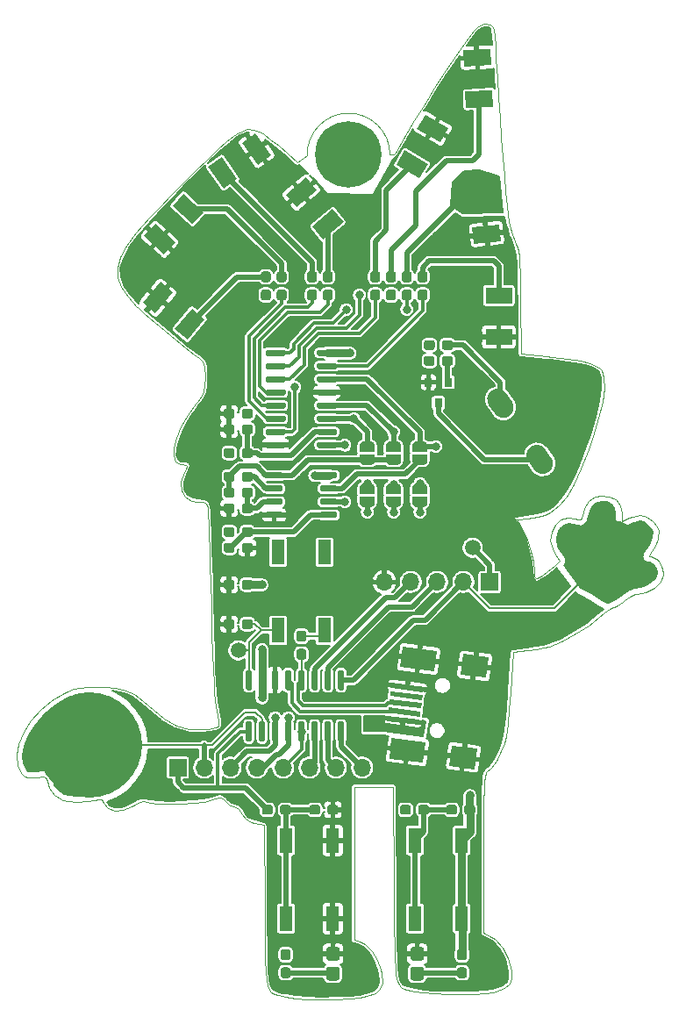
<source format=gbr>
%TF.GenerationSoftware,KiCad,Pcbnew,5.1.6-c6e7f7d~87~ubuntu20.04.1*%
%TF.CreationDate,2020-08-29T22:02:19+08:00*%
%TF.ProjectId,Bluey_Board,426c7565-795f-4426-9f61-72642e6b6963,rev?*%
%TF.SameCoordinates,Original*%
%TF.FileFunction,Copper,L1,Top*%
%TF.FilePolarity,Positive*%
%FSLAX46Y46*%
G04 Gerber Fmt 4.6, Leading zero omitted, Abs format (unit mm)*
G04 Created by KiCad (PCBNEW 5.1.6-c6e7f7d~87~ubuntu20.04.1) date 2020-08-29 22:02:19*
%MOMM*%
%LPD*%
G01*
G04 APERTURE LIST*
%TA.AperFunction,Profile*%
%ADD10C,0.010000*%
%TD*%
%TA.AperFunction,SMDPad,CuDef*%
%ADD11C,0.100000*%
%TD*%
%TA.AperFunction,ComponentPad*%
%ADD12O,1.700000X1.700000*%
%TD*%
%TA.AperFunction,ComponentPad*%
%ADD13R,1.700000X1.700000*%
%TD*%
%TA.AperFunction,SMDPad,CuDef*%
%ADD14R,2.600000X1.600000*%
%TD*%
%TA.AperFunction,SMDPad,CuDef*%
%ADD15C,1.500000*%
%TD*%
%TA.AperFunction,Conductor*%
%ADD16C,10.160000*%
%TD*%
%TA.AperFunction,Conductor*%
%ADD17C,7.000000*%
%TD*%
%TA.AperFunction,SMDPad,CuDef*%
%ADD18R,1.300000X2.400000*%
%TD*%
%TA.AperFunction,SMDPad,CuDef*%
%ADD19R,0.800000X0.900000*%
%TD*%
%TA.AperFunction,ComponentPad*%
%ADD20C,0.800000*%
%TD*%
%TA.AperFunction,ComponentPad*%
%ADD21C,6.400000*%
%TD*%
%TA.AperFunction,ViaPad*%
%ADD22C,0.800000*%
%TD*%
%TA.AperFunction,Conductor*%
%ADD23C,0.500000*%
%TD*%
%TA.AperFunction,Conductor*%
%ADD24C,0.200000*%
%TD*%
%TA.AperFunction,Conductor*%
%ADD25C,0.800000*%
%TD*%
%TA.AperFunction,Conductor*%
%ADD26C,0.300000*%
%TD*%
G04 APERTURE END LIST*
D10*
X2550000Y35400000D02*
X2200000Y35400000D01*
X2730069Y35629155D02*
X2550000Y35400000D01*
X-5800000Y35300000D02*
X-6733876Y34653732D01*
X-5798806Y35302271D02*
G75*
G02*
X2200000Y35400000I3998806J97729D01*
G01*
X-33874220Y-22530080D02*
X-33777700Y-23500760D01*
X-33777700Y-23500760D02*
X-33408065Y-24232594D01*
X-33408065Y-24232594D02*
X-33086504Y-24582740D01*
X-33086504Y-24582740D02*
X-32748465Y-24730279D01*
X-32748465Y-24730279D02*
X-32227862Y-24726982D01*
X-32227862Y-24726982D02*
X-31926398Y-24694445D01*
X-31926398Y-24694445D02*
X-31314548Y-24637269D01*
X-31314548Y-24637269D02*
X-31012695Y-24682125D01*
X-31012695Y-24682125D02*
X-30912190Y-24868251D01*
X-30912190Y-24868251D02*
X-30903333Y-25063927D01*
X-30903333Y-25063927D02*
X-30716476Y-25716641D01*
X-30716476Y-25716641D02*
X-30226592Y-26348279D01*
X-30226592Y-26348279D02*
X-29539717Y-26828766D01*
X-29539717Y-26828766D02*
X-29421476Y-26881746D01*
X-29421476Y-26881746D02*
X-28813332Y-27011951D01*
X-28813332Y-27011951D02*
X-27968629Y-27048752D01*
X-27968629Y-27048752D02*
X-27062428Y-26997641D01*
X-27062428Y-26997641D02*
X-26269788Y-26864110D01*
X-26269788Y-26864110D02*
X-25985025Y-26773944D01*
X-25985025Y-26773944D02*
X-25660739Y-26776332D01*
X-25660739Y-26776332D02*
X-25422880Y-27139638D01*
X-25422880Y-27139638D02*
X-25410429Y-27171738D01*
X-25410429Y-27171738D02*
X-25020583Y-27670476D01*
X-25020583Y-27670476D02*
X-24391898Y-27897106D01*
X-24391898Y-27897106D02*
X-23613115Y-27847664D01*
X-23613115Y-27847664D02*
X-22772976Y-27518187D01*
X-22772976Y-27518187D02*
X-22436066Y-27304572D01*
X-22436066Y-27304572D02*
X-22011247Y-27065356D01*
X-22011247Y-27065356D02*
X-21567908Y-27015819D01*
X-21567908Y-27015819D02*
X-20941489Y-27126300D01*
X-20941489Y-27126300D02*
X-20161903Y-27229407D01*
X-20161903Y-27229407D02*
X-19118542Y-27263996D01*
X-19118542Y-27263996D02*
X-17945364Y-27236722D01*
X-17945364Y-27236722D02*
X-16776324Y-27154239D01*
X-16776324Y-27154239D02*
X-15745380Y-27023200D01*
X-15745380Y-27023200D02*
X-14986488Y-26850260D01*
X-14986488Y-26850260D02*
X-14920674Y-26827233D01*
X-14920674Y-26827233D02*
X-14376728Y-26645366D01*
X-14376728Y-26645366D02*
X-14064502Y-26644603D01*
X-14064502Y-26644603D02*
X-13822322Y-26849674D01*
X-13822322Y-26849674D02*
X-13693709Y-27014915D01*
X-13693709Y-27014915D02*
X-13267402Y-27383557D01*
X-13267402Y-27383557D02*
X-12848869Y-27521247D01*
X-12848869Y-27521247D02*
X-12391128Y-27718048D01*
X-12391128Y-27718048D02*
X-12065000Y-28209164D01*
X-12065000Y-28209164D02*
X-11742147Y-28700885D01*
X-11742147Y-28700885D02*
X-11255097Y-28981598D01*
X-11255097Y-28981598D02*
X-10855251Y-29090372D01*
X-10855251Y-29090372D02*
X-9963002Y-29288245D01*
X-9963002Y-29288245D02*
X-9902751Y-37073449D01*
X-9902751Y-37073449D02*
X-9887826Y-39172445D01*
X-9887826Y-39172445D02*
X-9872532Y-40888655D01*
X-9872532Y-40888655D02*
X-9847601Y-42262532D01*
X-9847601Y-42262532D02*
X-9803768Y-43334528D01*
X-9803768Y-43334528D02*
X-9731765Y-44145098D01*
X-9731765Y-44145098D02*
X-9622323Y-44734694D01*
X-9622323Y-44734694D02*
X-9466178Y-45143770D01*
X-9466178Y-45143770D02*
X-9254060Y-45412778D01*
X-9254060Y-45412778D02*
X-8976703Y-45582172D01*
X-8976703Y-45582172D02*
X-8624840Y-45692406D01*
X-8624840Y-45692406D02*
X-8189203Y-45783932D01*
X-8189203Y-45783932D02*
X-7893416Y-45844618D01*
X-7893416Y-45844618D02*
X-6940102Y-45988821D01*
X-6940102Y-45988821D02*
X-5738146Y-46081948D01*
X-5738146Y-46081948D02*
X-4401023Y-46124430D01*
X-4401023Y-46124430D02*
X-3042211Y-46116698D01*
X-3042211Y-46116698D02*
X-1775188Y-46059180D01*
X-1775188Y-46059180D02*
X-713429Y-45952309D01*
X-713429Y-45952309D02*
X-28849Y-45814791D01*
X-28849Y-45814791D02*
X784366Y-45495917D01*
X784366Y-45495917D02*
X1257495Y-45076644D01*
X1257495Y-45076644D02*
X1433281Y-44474314D01*
X1433281Y-44474314D02*
X1354470Y-43606271D01*
X1354470Y-43606271D02*
X1285618Y-43272946D01*
X1285618Y-43272946D02*
X943028Y-42286869D01*
X943028Y-42286869D02*
X420345Y-41425083D01*
X420345Y-41425083D02*
X-205270Y-40791610D01*
X-205270Y-40791610D02*
X-764417Y-40509334D01*
X-764417Y-40509334D02*
X-1270000Y-40382440D01*
X-1270000Y-40382440D02*
X-1270000Y-25611667D01*
X-1270000Y-25611667D02*
X2527326Y-25611667D01*
X2527326Y-25611667D02*
X2586580Y-35048022D01*
X2586580Y-35048022D02*
X2598878Y-37346615D01*
X2598878Y-37346615D02*
X2609215Y-39258870D01*
X2609215Y-39258870D02*
X2624926Y-40821681D01*
X2624926Y-40821681D02*
X2653348Y-42071941D01*
X2653348Y-42071941D02*
X2701816Y-43046545D01*
X2701816Y-43046545D02*
X2777664Y-43782384D01*
X2777664Y-43782384D02*
X2888229Y-44316354D01*
X2888229Y-44316354D02*
X3040846Y-44685348D01*
X3040846Y-44685348D02*
X3242851Y-44926258D01*
X3242851Y-44926258D02*
X3501578Y-45075979D01*
X3501578Y-45075979D02*
X3824365Y-45171405D01*
X3824365Y-45171405D02*
X4218545Y-45249428D01*
X4218545Y-45249428D02*
X4631586Y-45333277D01*
X4631586Y-45333277D02*
X5420422Y-45452940D01*
X5420422Y-45452940D02*
X6484060Y-45535778D01*
X6484060Y-45535778D02*
X7714907Y-45581762D01*
X7714907Y-45581762D02*
X9005370Y-45590861D01*
X9005370Y-45590861D02*
X10247857Y-45563045D01*
X10247857Y-45563045D02*
X11334775Y-45498284D01*
X11334775Y-45498284D02*
X12158533Y-45396549D01*
X12158533Y-45396549D02*
X12425891Y-45335452D01*
X12425891Y-45335452D02*
X13260476Y-45020350D01*
X13260476Y-45020350D02*
X13737706Y-44624037D01*
X13737706Y-44624037D02*
X13923480Y-44057064D01*
X13923480Y-44057064D02*
X13897290Y-43338199D01*
X13897290Y-43338199D02*
X13603411Y-42129927D01*
X13603411Y-42129927D02*
X13059462Y-41087485D01*
X13059462Y-41087485D02*
X12325330Y-40313248D01*
X12325330Y-40313248D02*
X12009284Y-40110833D01*
X12009284Y-40110833D02*
X11219477Y-39687500D01*
X11219477Y-39687500D02*
X11218905Y-32025101D01*
X11218905Y-32025101D02*
X11221677Y-29936810D01*
X11221677Y-29936810D02*
X11231168Y-28236337D01*
X11231168Y-28236337D02*
X11248626Y-26888204D01*
X11248626Y-26888204D02*
X11275301Y-25856932D01*
X11275301Y-25856932D02*
X11312442Y-25107041D01*
X11312442Y-25107041D02*
X11361297Y-24603053D01*
X11361297Y-24603053D02*
X11423115Y-24309488D01*
X11423115Y-24309488D02*
X11494587Y-24193434D01*
X11494587Y-24193434D02*
X11957002Y-23757201D01*
X11957002Y-23757201D02*
X12458964Y-23044109D01*
X12458964Y-23044109D02*
X12919957Y-22183250D01*
X12919957Y-22183250D02*
X13222076Y-21423705D01*
X13222076Y-21423705D02*
X13394354Y-20681763D01*
X13394354Y-20681763D02*
X13557755Y-19562493D01*
X13557755Y-19562493D02*
X13706651Y-18111889D01*
X13706651Y-18111889D02*
X13830767Y-16449539D01*
X13830767Y-16449539D02*
X14075833Y-12594167D01*
X14075833Y-12594167D02*
X15415015Y-12446464D01*
X15415015Y-12446464D02*
X16274355Y-12325053D01*
X16274355Y-12325053D02*
X17089281Y-12166447D01*
X17089281Y-12166447D02*
X17531682Y-12050357D01*
X17531682Y-12050357D02*
X18765201Y-11551487D01*
X18765201Y-11551487D02*
X20107928Y-10838178D01*
X20107928Y-10838178D02*
X21386156Y-10010905D01*
X21386156Y-10010905D02*
X22280563Y-9303549D01*
X22280563Y-9303549D02*
X22895567Y-8792804D01*
X22895567Y-8792804D02*
X23424869Y-8419666D01*
X23424869Y-8419666D02*
X23763940Y-8256934D01*
X23763940Y-8256934D02*
X23786139Y-8255000D01*
X23786139Y-8255000D02*
X24136734Y-8123024D01*
X24136734Y-8123024D02*
X24631787Y-7790805D01*
X24631787Y-7790805D02*
X24838494Y-7620000D01*
X24838494Y-7620000D02*
X25373865Y-7230617D01*
X25373865Y-7230617D02*
X25860037Y-7006439D01*
X25860037Y-7006439D02*
X25996247Y-6985000D01*
X25996247Y-6985000D02*
X26897951Y-6829782D01*
X26897951Y-6829782D02*
X27690803Y-6415409D01*
X27690803Y-6415409D02*
X28277937Y-5818799D01*
X28277937Y-5818799D02*
X28562488Y-5116870D01*
X28562488Y-5116870D02*
X28575000Y-4937270D01*
X28575000Y-4937270D02*
X28427935Y-4266920D01*
X28427935Y-4266920D02*
X28054115Y-3714443D01*
X28054115Y-3714443D02*
X27554602Y-3410314D01*
X27554602Y-3410314D02*
X27373937Y-3386667D01*
X27373937Y-3386667D02*
X27177349Y-3339479D01*
X27177349Y-3339479D02*
X27261718Y-3144443D01*
X27261718Y-3144443D02*
X27497121Y-2878305D01*
X27497121Y-2878305D02*
X27841252Y-2327888D01*
X27841252Y-2327888D02*
X28070114Y-1631417D01*
X28070114Y-1631417D02*
X28089684Y-1512689D01*
X28089684Y-1512689D02*
X28122299Y-911978D01*
X28122299Y-911978D02*
X27967126Y-478833D01*
X27967126Y-478833D02*
X27559448Y-10217D01*
X27559448Y-10217D02*
X26961474Y462203D01*
X26961474Y462203D02*
X26359679Y611330D01*
X26359679Y611330D02*
X25620095Y457125D01*
X25620095Y457125D02*
X25287368Y328301D01*
X25287368Y328301D02*
X24553333Y21601D01*
X24553333Y21601D02*
X24553333Y761255D01*
X24553333Y761255D02*
X24391062Y1555069D01*
X24391062Y1555069D02*
X23963414Y2114610D01*
X23963414Y2114610D02*
X23359139Y2437567D01*
X23359139Y2437567D02*
X22666986Y2521629D01*
X22666986Y2521629D02*
X21975705Y2364485D01*
X21975705Y2364485D02*
X21374045Y1963823D01*
X21374045Y1963823D02*
X20950755Y1317332D01*
X20950755Y1317332D02*
X20826478Y858314D01*
X20826478Y858314D02*
X20722565Y345085D01*
X20722565Y345085D02*
X20566530Y162998D01*
X20566530Y162998D02*
X20252109Y223339D01*
X20252109Y223339D02*
X20122922Y270952D01*
X20122922Y270952D02*
X19335021Y386155D01*
X19335021Y386155D02*
X18652602Y159576D01*
X18652602Y159576D02*
X18119597Y-331731D01*
X18119597Y-331731D02*
X17779941Y-1010714D01*
X17779941Y-1010714D02*
X17677568Y-1800318D01*
X17677568Y-1800318D02*
X17856411Y-2623491D01*
X17856411Y-2623491D02*
X18163238Y-3166037D01*
X18163238Y-3166037D02*
X18599808Y-3756530D01*
X18599808Y-3756530D02*
X18031154Y-4279970D01*
X18031154Y-4279970D02*
X17428274Y-4790396D01*
X17428274Y-4790396D02*
X16845135Y-5211405D01*
X16845135Y-5211405D02*
X16396193Y-5464330D01*
X16396193Y-5464330D02*
X16251236Y-5503333D01*
X16251236Y-5503333D02*
X16147024Y-5315772D01*
X16147024Y-5315772D02*
X16090197Y-4848675D01*
X16090197Y-4848675D02*
X16086667Y-4678962D01*
X16086667Y-4678962D02*
X15995561Y-3863565D01*
X15995561Y-3863565D02*
X15755940Y-2843154D01*
X15755940Y-2843154D02*
X15418342Y-1786332D01*
X15418342Y-1786332D02*
X15033310Y-861697D01*
X15033310Y-861697D02*
X14830269Y-487708D01*
X14830269Y-487708D02*
X14413492Y188751D01*
X14413492Y188751D02*
X15408829Y319660D01*
X15408829Y319660D02*
X16417828Y467793D01*
X16417828Y467793D02*
X17123896Y628648D01*
X17123896Y628648D02*
X17645944Y850431D01*
X17645944Y850431D02*
X18102885Y1181348D01*
X18102885Y1181348D02*
X18529035Y1584562D01*
X18529035Y1584562D02*
X19232925Y2438892D01*
X19232925Y2438892D02*
X19928319Y3596631D01*
X19928319Y3596631D02*
X20631218Y5090317D01*
X20631218Y5090317D02*
X21357629Y6952491D01*
X21357629Y6952491D02*
X21809677Y8255000D01*
X21809677Y8255000D02*
X22337681Y10007916D01*
X22337681Y10007916D02*
X22687051Y11556372D01*
X22687051Y11556372D02*
X22853749Y12861538D01*
X22853749Y12861538D02*
X22833735Y13884588D01*
X22833735Y13884588D02*
X22622969Y14586692D01*
X22622969Y14586692D02*
X22487078Y14766255D01*
X22487078Y14766255D02*
X22089541Y15044082D01*
X22089541Y15044082D02*
X21466956Y15283341D01*
X21466956Y15283341D02*
X20572543Y15494526D01*
X20572543Y15494526D02*
X19359520Y15688127D01*
X19359520Y15688127D02*
X17781107Y15874638D01*
X17781107Y15874638D02*
X17347028Y15919080D01*
X17347028Y15919080D02*
X14843648Y16169376D01*
X14843648Y16169376D02*
X14777240Y21155105D01*
X14777240Y21155105D02*
X14753717Y22749775D01*
X14753717Y22749775D02*
X14727388Y23981110D01*
X14727388Y23981110D02*
X14692831Y24909101D01*
X14692831Y24909101D02*
X14644626Y25593738D01*
X14644626Y25593738D02*
X14577353Y26095011D01*
X14577353Y26095011D02*
X14485593Y26472912D01*
X14485593Y26472912D02*
X14363924Y26787430D01*
X14363924Y26787430D02*
X14247060Y27022998D01*
X14247060Y27022998D02*
X13988859Y27678947D01*
X13988859Y27678947D02*
X13748017Y28570437D01*
X13748017Y28570437D02*
X13574439Y29510931D01*
X13574439Y29510931D02*
X13567493Y29562998D01*
X13567493Y29562998D02*
X13460956Y30501736D01*
X13460956Y30501736D02*
X13337486Y31790898D01*
X13337486Y31790898D02*
X13202549Y33358168D01*
X13202549Y33358168D02*
X13061616Y35131228D01*
X13061616Y35131228D02*
X12920154Y37037764D01*
X12920154Y37037764D02*
X12783631Y39005458D01*
X12783631Y39005458D02*
X12657518Y40961994D01*
X12657518Y40961994D02*
X12547281Y42835056D01*
X12547281Y42835056D02*
X12505780Y43603333D01*
X12505780Y43603333D02*
X12434307Y44835097D01*
X12434307Y44835097D02*
X12357227Y45937042D01*
X12357227Y45937042D02*
X12280962Y46832212D01*
X12280962Y46832212D02*
X12211932Y47443652D01*
X12211932Y47443652D02*
X12165800Y47677917D01*
X12165800Y47677917D02*
X11849451Y47980581D01*
X11849451Y47980581D02*
X11328308Y48017922D01*
X11328308Y48017922D02*
X10730827Y47785678D01*
X10730827Y47785678D02*
X10644060Y47728377D01*
X10644060Y47728377D02*
X10299057Y47381704D01*
X10299057Y47381704D02*
X9773320Y46715932D01*
X9773320Y46715932D02*
X9097425Y45778785D01*
X9097425Y45778785D02*
X8301948Y44617989D01*
X8301948Y44617989D02*
X7417463Y43281267D01*
X7417463Y43281267D02*
X6474547Y41816346D01*
X6474547Y41816346D02*
X5503774Y40270949D01*
X5503774Y40270949D02*
X4535719Y38692802D01*
X4535719Y38692802D02*
X3600959Y37129629D01*
X3600959Y37129629D02*
X2730069Y35629155D01*
X-6733876Y34653732D02*
X-7661352Y35470129D01*
X-7661352Y35470129D02*
X-8559267Y36233669D01*
X-8559267Y36233669D02*
X-9352096Y36878595D01*
X-9352096Y36878595D02*
X-9964316Y37339150D01*
X-9964316Y37339150D02*
X-10230655Y37509045D01*
X-10230655Y37509045D02*
X-10948302Y37811448D01*
X-10948302Y37811448D02*
X-11585926Y37834423D01*
X-11585926Y37834423D02*
X-12332082Y37579551D01*
X-12332082Y37579551D02*
X-12443701Y37527605D01*
X-12443701Y37527605D02*
X-12884924Y37235617D01*
X-12884924Y37235617D02*
X-13567305Y36679252D01*
X-13567305Y36679252D02*
X-14443477Y35903916D01*
X-14443477Y35903916D02*
X-15466076Y34955014D01*
X-15466076Y34955014D02*
X-16587735Y33877953D01*
X-16587735Y33877953D02*
X-17761089Y32718139D01*
X-17761089Y32718139D02*
X-18938773Y31520977D01*
X-18938773Y31520977D02*
X-20073420Y30331875D01*
X-20073420Y30331875D02*
X-21009865Y29315833D01*
X-21009865Y29315833D02*
X-22276247Y27848251D01*
X-22276247Y27848251D02*
X-23210794Y26588158D01*
X-23210794Y26588158D02*
X-23819670Y25488156D01*
X-23819670Y25488156D02*
X-24109036Y24500845D01*
X-24109036Y24500845D02*
X-24085057Y23578826D01*
X-24085057Y23578826D02*
X-23753895Y22674699D01*
X-23753895Y22674699D02*
X-23121713Y21741066D01*
X-23121713Y21741066D02*
X-22194675Y20730527D01*
X-22194675Y20730527D02*
X-22133976Y20670514D01*
X-22133976Y20670514D02*
X-21445626Y20025396D01*
X-21445626Y20025396D02*
X-20556230Y19238532D01*
X-20556230Y19238532D02*
X-19553790Y18382993D01*
X-19553790Y18382993D02*
X-18526308Y17531850D01*
X-18526308Y17531850D02*
X-17561787Y16758174D01*
X-17561787Y16758174D02*
X-16748229Y16135034D01*
X-16748229Y16135034D02*
X-16245417Y15781085D01*
X-16245417Y15781085D02*
X-15936693Y15547686D01*
X-15936693Y15547686D02*
X-15761992Y15272332D01*
X-15761992Y15272332D02*
X-15683555Y14835554D01*
X-15683555Y14835554D02*
X-15663623Y14117887D01*
X-15663623Y14117887D02*
X-15663333Y13939430D01*
X-15663333Y13939430D02*
X-15679983Y13137407D01*
X-15679983Y13137407D02*
X-15768611Y12586748D01*
X-15768611Y12586748D02*
X-15987243Y12115715D01*
X-15987243Y12115715D02*
X-16393899Y11552568D01*
X-16393899Y11552568D02*
X-16526900Y11383386D01*
X-16526900Y11383386D02*
X-17328207Y10254633D01*
X-17328207Y10254633D02*
X-17958279Y9136898D01*
X-17958279Y9136898D02*
X-18405079Y8082074D01*
X-18405079Y8082074D02*
X-18656567Y7142050D01*
X-18656567Y7142050D02*
X-18700706Y6368718D01*
X-18700706Y6368718D02*
X-18525455Y5813968D01*
X-18525455Y5813968D02*
X-18118777Y5529691D01*
X-18118777Y5529691D02*
X-17891072Y5503333D01*
X-17891072Y5503333D02*
X-17505293Y5487880D01*
X-17505293Y5487880D02*
X-17389883Y5369725D01*
X-17389883Y5369725D02*
X-17514306Y5041180D01*
X-17514306Y5041180D02*
X-17672863Y4733778D01*
X-17672863Y4733778D02*
X-17981210Y3820963D01*
X-17981210Y3820963D02*
X-17941950Y3016542D01*
X-17941950Y3016542D02*
X-17587021Y2386870D01*
X-17587021Y2386870D02*
X-16948361Y1998302D01*
X-16948361Y1998302D02*
X-16311303Y1905000D01*
X-16311303Y1905000D02*
X-15787024Y1882637D01*
X-15787024Y1882637D02*
X-15529370Y1737193D01*
X-15529370Y1737193D02*
X-15415493Y1351136D01*
X-15415493Y1351136D02*
X-15371029Y1005417D01*
X-15371029Y1005417D02*
X-15342575Y599198D01*
X-15342575Y599198D02*
X-15306467Y-179295D01*
X-15306467Y-179295D02*
X-15264400Y-1279106D01*
X-15264400Y-1279106D02*
X-15218071Y-2649279D01*
X-15218071Y-2649279D02*
X-15169175Y-4238860D01*
X-15169175Y-4238860D02*
X-15119409Y-5996891D01*
X-15119409Y-5996891D02*
X-15070467Y-7872417D01*
X-15070467Y-7872417D02*
X-15055802Y-8466667D01*
X-15055802Y-8466667D02*
X-14996482Y-10765394D01*
X-14996482Y-10765394D02*
X-14938956Y-12679881D01*
X-14938956Y-12679881D02*
X-14881045Y-14249203D01*
X-14881045Y-14249203D02*
X-14820569Y-15512433D01*
X-14820569Y-15512433D02*
X-14755348Y-16508647D01*
X-14755348Y-16508647D02*
X-14683203Y-17276918D01*
X-14683203Y-17276918D02*
X-14601955Y-17856322D01*
X-14601955Y-17856322D02*
X-14509425Y-18285932D01*
X-14509425Y-18285932D02*
X-14507796Y-18291969D01*
X-14507796Y-18291969D02*
X-14320558Y-19149380D01*
X-14320558Y-19149380D02*
X-14322809Y-19648561D01*
X-14322809Y-19648561D02*
X-14383569Y-19759902D01*
X-14383569Y-19759902D02*
X-14699031Y-19890421D01*
X-14699031Y-19890421D02*
X-15292971Y-20005843D01*
X-15292971Y-20005843D02*
X-15851009Y-20065615D01*
X-15851009Y-20065615D02*
X-17225300Y-20030494D01*
X-17225300Y-20030494D02*
X-18461220Y-19687970D01*
X-18461220Y-19687970D02*
X-19650560Y-19002180D01*
X-19650560Y-19002180D02*
X-20600772Y-18209805D01*
X-20600772Y-18209805D02*
X-21625558Y-17303633D01*
X-21625558Y-17303633D02*
X-22499875Y-16677050D01*
X-22499875Y-16677050D02*
X-23340400Y-16281247D01*
X-23340400Y-16281247D02*
X-24263810Y-16067416D01*
X-24263810Y-16067416D02*
X-25386780Y-15986749D01*
X-25386780Y-15986749D02*
X-25929167Y-15980833D01*
X-25929167Y-15980833D02*
X-26970489Y-15995039D01*
X-26970489Y-15995039D02*
X-27724506Y-16053063D01*
X-27724506Y-16053063D02*
X-28326743Y-16178011D01*
X-28326743Y-16178011D02*
X-28912721Y-16392992D01*
X-28912721Y-16392992D02*
X-29256157Y-16548112D01*
X-29256157Y-16548112D02*
X-30483918Y-17266606D01*
X-30483918Y-17266606D02*
X-31571280Y-18175779D01*
X-31571280Y-18175779D02*
X-32486117Y-19216173D01*
X-32486117Y-19216173D02*
X-33196303Y-20328327D01*
X-33196303Y-20328327D02*
X-33669712Y-21452782D01*
X-33669712Y-21452782D02*
X-33874220Y-22530080D01*
%TO.P,C3,2*%
%TO.N,+5V*%
%TA.AperFunction,SMDPad,CuDef*%
G36*
G01*
X9367000Y-28050500D02*
X9367000Y-27575500D01*
G75*
G02*
X9604500Y-27338000I237500J0D01*
G01*
X10179500Y-27338000D01*
G75*
G02*
X10417000Y-27575500I0J-237500D01*
G01*
X10417000Y-28050500D01*
G75*
G02*
X10179500Y-28288000I-237500J0D01*
G01*
X9604500Y-28288000D01*
G75*
G02*
X9367000Y-28050500I0J237500D01*
G01*
G37*
%TD.AperFunction*%
%TO.P,C3,1*%
%TO.N,Net-(C3-Pad1)*%
%TA.AperFunction,SMDPad,CuDef*%
G36*
G01*
X7617000Y-28050500D02*
X7617000Y-27575500D01*
G75*
G02*
X7854500Y-27338000I237500J0D01*
G01*
X8429500Y-27338000D01*
G75*
G02*
X8667000Y-27575500I0J-237500D01*
G01*
X8667000Y-28050500D01*
G75*
G02*
X8429500Y-28288000I-237500J0D01*
G01*
X7854500Y-28288000D01*
G75*
G02*
X7617000Y-28050500I0J237500D01*
G01*
G37*
%TD.AperFunction*%
%TD*%
%TA.AperFunction,SMDPad,CuDef*%
D11*
%TO.P,LED7,K*%
%TO.N,GND*%
G36*
X-20438158Y28710974D02*
G01*
X-18536638Y26937778D01*
X-19627836Y25767612D01*
X-21529356Y27540808D01*
X-20438158Y28710974D01*
G37*
%TD.AperFunction*%
%TA.AperFunction,SMDPad,CuDef*%
%TO.P,LED7,A*%
%TO.N,Net-(LED7-PadA)*%
G36*
X-17710164Y31636388D02*
G01*
X-15808644Y29863192D01*
X-16899842Y28693026D01*
X-18801362Y30466222D01*
X-17710164Y31636388D01*
G37*
%TD.AperFunction*%
%TD*%
%TO.P,BZ1,2*%
%TO.N,Net-(BZ1-Pad2)*%
%TA.AperFunction,ComponentPad*%
G36*
G01*
X15785028Y7223748D02*
X15785029Y7223748D01*
G75*
G02*
X17177757Y6978172I573576J-819152D01*
G01*
X17751333Y6159020D01*
G75*
G02*
X17505757Y4766292I-819152J-573576D01*
G01*
X17505757Y4766292D01*
G75*
G02*
X16113029Y5011868I-573576J819152D01*
G01*
X15539453Y5831020D01*
G75*
G02*
X15785029Y7223748I819152J573576D01*
G01*
G37*
%TD.AperFunction*%
%TO.P,BZ1,1*%
%TO.N,Net-(BZ1-Pad1)*%
%TA.AperFunction,ComponentPad*%
G36*
G01*
X11999423Y12630152D02*
X11999424Y12630152D01*
G75*
G02*
X13392152Y12384576I573576J-819152D01*
G01*
X13965728Y11565424D01*
G75*
G02*
X13720152Y10172696I-819152J-573576D01*
G01*
X13720152Y10172696D01*
G75*
G02*
X12327424Y10418272I-573576J819152D01*
G01*
X11753848Y11237424D01*
G75*
G02*
X11999424Y12630152I819152J573576D01*
G01*
G37*
%TD.AperFunction*%
%TD*%
D12*
%TO.P,CN1,5*%
%TO.N,GND*%
X1651000Y-5842000D03*
%TO.P,CN1,4*%
%TO.N,MCU_P3.4*%
X4191000Y-5842000D03*
%TO.P,CN1,3*%
%TO.N,MCU_P3.3*%
X6731000Y-5842000D03*
%TO.P,CN1,2*%
%TO.N,MCU_P1.1*%
X9271000Y-5842000D03*
D13*
%TO.P,CN1,1*%
%TO.N,+5V*%
X11811000Y-5842000D03*
%TD*%
%TO.P,RL8,2*%
%TO.N,Net-(LED8-PadA)*%
%TA.AperFunction,SMDPad,CuDef*%
G36*
G01*
X-9541500Y23083000D02*
X-10016500Y23083000D01*
G75*
G02*
X-10254000Y23320500I0J237500D01*
G01*
X-10254000Y23895500D01*
G75*
G02*
X-10016500Y24133000I237500J0D01*
G01*
X-9541500Y24133000D01*
G75*
G02*
X-9304000Y23895500I0J-237500D01*
G01*
X-9304000Y23320500D01*
G75*
G02*
X-9541500Y23083000I-237500J0D01*
G01*
G37*
%TD.AperFunction*%
%TO.P,RL8,1*%
%TO.N,/595_QH*%
%TA.AperFunction,SMDPad,CuDef*%
G36*
G01*
X-9541500Y21333000D02*
X-10016500Y21333000D01*
G75*
G02*
X-10254000Y21570500I0J237500D01*
G01*
X-10254000Y22145500D01*
G75*
G02*
X-10016500Y22383000I237500J0D01*
G01*
X-9541500Y22383000D01*
G75*
G02*
X-9304000Y22145500I0J-237500D01*
G01*
X-9304000Y21570500D01*
G75*
G02*
X-9541500Y21333000I-237500J0D01*
G01*
G37*
%TD.AperFunction*%
%TD*%
%TO.P,RL7,2*%
%TO.N,Net-(LED7-PadA)*%
%TA.AperFunction,SMDPad,CuDef*%
G36*
G01*
X-8017500Y23083000D02*
X-8492500Y23083000D01*
G75*
G02*
X-8730000Y23320500I0J237500D01*
G01*
X-8730000Y23895500D01*
G75*
G02*
X-8492500Y24133000I237500J0D01*
G01*
X-8017500Y24133000D01*
G75*
G02*
X-7780000Y23895500I0J-237500D01*
G01*
X-7780000Y23320500D01*
G75*
G02*
X-8017500Y23083000I-237500J0D01*
G01*
G37*
%TD.AperFunction*%
%TO.P,RL7,1*%
%TO.N,/595_QG*%
%TA.AperFunction,SMDPad,CuDef*%
G36*
G01*
X-8017500Y21333000D02*
X-8492500Y21333000D01*
G75*
G02*
X-8730000Y21570500I0J237500D01*
G01*
X-8730000Y22145500D01*
G75*
G02*
X-8492500Y22383000I237500J0D01*
G01*
X-8017500Y22383000D01*
G75*
G02*
X-7780000Y22145500I0J-237500D01*
G01*
X-7780000Y21570500D01*
G75*
G02*
X-8017500Y21333000I-237500J0D01*
G01*
G37*
%TD.AperFunction*%
%TD*%
%TO.P,RL6,2*%
%TO.N,Net-(LED6-PadA)*%
%TA.AperFunction,SMDPad,CuDef*%
G36*
G01*
X-5096500Y23083000D02*
X-5571500Y23083000D01*
G75*
G02*
X-5809000Y23320500I0J237500D01*
G01*
X-5809000Y23895500D01*
G75*
G02*
X-5571500Y24133000I237500J0D01*
G01*
X-5096500Y24133000D01*
G75*
G02*
X-4859000Y23895500I0J-237500D01*
G01*
X-4859000Y23320500D01*
G75*
G02*
X-5096500Y23083000I-237500J0D01*
G01*
G37*
%TD.AperFunction*%
%TO.P,RL6,1*%
%TO.N,/595_QF*%
%TA.AperFunction,SMDPad,CuDef*%
G36*
G01*
X-5096500Y21333000D02*
X-5571500Y21333000D01*
G75*
G02*
X-5809000Y21570500I0J237500D01*
G01*
X-5809000Y22145500D01*
G75*
G02*
X-5571500Y22383000I237500J0D01*
G01*
X-5096500Y22383000D01*
G75*
G02*
X-4859000Y22145500I0J-237500D01*
G01*
X-4859000Y21570500D01*
G75*
G02*
X-5096500Y21333000I-237500J0D01*
G01*
G37*
%TD.AperFunction*%
%TD*%
%TO.P,RL5,2*%
%TO.N,Net-(LED5-PadA)*%
%TA.AperFunction,SMDPad,CuDef*%
G36*
G01*
X-3572500Y23083000D02*
X-4047500Y23083000D01*
G75*
G02*
X-4285000Y23320500I0J237500D01*
G01*
X-4285000Y23895500D01*
G75*
G02*
X-4047500Y24133000I237500J0D01*
G01*
X-3572500Y24133000D01*
G75*
G02*
X-3335000Y23895500I0J-237500D01*
G01*
X-3335000Y23320500D01*
G75*
G02*
X-3572500Y23083000I-237500J0D01*
G01*
G37*
%TD.AperFunction*%
%TO.P,RL5,1*%
%TO.N,/595_QE*%
%TA.AperFunction,SMDPad,CuDef*%
G36*
G01*
X-3572500Y21333000D02*
X-4047500Y21333000D01*
G75*
G02*
X-4285000Y21570500I0J237500D01*
G01*
X-4285000Y22145500D01*
G75*
G02*
X-4047500Y22383000I237500J0D01*
G01*
X-3572500Y22383000D01*
G75*
G02*
X-3335000Y22145500I0J-237500D01*
G01*
X-3335000Y21570500D01*
G75*
G02*
X-3572500Y21333000I-237500J0D01*
G01*
G37*
%TD.AperFunction*%
%TD*%
%TO.P,RL4,2*%
%TO.N,Net-(LED4-PadA)*%
%TA.AperFunction,SMDPad,CuDef*%
G36*
G01*
X999500Y23083000D02*
X524500Y23083000D01*
G75*
G02*
X287000Y23320500I0J237500D01*
G01*
X287000Y23895500D01*
G75*
G02*
X524500Y24133000I237500J0D01*
G01*
X999500Y24133000D01*
G75*
G02*
X1237000Y23895500I0J-237500D01*
G01*
X1237000Y23320500D01*
G75*
G02*
X999500Y23083000I-237500J0D01*
G01*
G37*
%TD.AperFunction*%
%TO.P,RL4,1*%
%TO.N,/595_QD*%
%TA.AperFunction,SMDPad,CuDef*%
G36*
G01*
X999500Y21333000D02*
X524500Y21333000D01*
G75*
G02*
X287000Y21570500I0J237500D01*
G01*
X287000Y22145500D01*
G75*
G02*
X524500Y22383000I237500J0D01*
G01*
X999500Y22383000D01*
G75*
G02*
X1237000Y22145500I0J-237500D01*
G01*
X1237000Y21570500D01*
G75*
G02*
X999500Y21333000I-237500J0D01*
G01*
G37*
%TD.AperFunction*%
%TD*%
%TO.P,RL3,2*%
%TO.N,Net-(LED3-PadA)*%
%TA.AperFunction,SMDPad,CuDef*%
G36*
G01*
X2523500Y23083000D02*
X2048500Y23083000D01*
G75*
G02*
X1811000Y23320500I0J237500D01*
G01*
X1811000Y23895500D01*
G75*
G02*
X2048500Y24133000I237500J0D01*
G01*
X2523500Y24133000D01*
G75*
G02*
X2761000Y23895500I0J-237500D01*
G01*
X2761000Y23320500D01*
G75*
G02*
X2523500Y23083000I-237500J0D01*
G01*
G37*
%TD.AperFunction*%
%TO.P,RL3,1*%
%TO.N,/595_QC*%
%TA.AperFunction,SMDPad,CuDef*%
G36*
G01*
X2523500Y21333000D02*
X2048500Y21333000D01*
G75*
G02*
X1811000Y21570500I0J237500D01*
G01*
X1811000Y22145500D01*
G75*
G02*
X2048500Y22383000I237500J0D01*
G01*
X2523500Y22383000D01*
G75*
G02*
X2761000Y22145500I0J-237500D01*
G01*
X2761000Y21570500D01*
G75*
G02*
X2523500Y21333000I-237500J0D01*
G01*
G37*
%TD.AperFunction*%
%TD*%
%TO.P,RL2,2*%
%TO.N,Net-(LED2-PadA)*%
%TA.AperFunction,SMDPad,CuDef*%
G36*
G01*
X4047500Y23083000D02*
X3572500Y23083000D01*
G75*
G02*
X3335000Y23320500I0J237500D01*
G01*
X3335000Y23895500D01*
G75*
G02*
X3572500Y24133000I237500J0D01*
G01*
X4047500Y24133000D01*
G75*
G02*
X4285000Y23895500I0J-237500D01*
G01*
X4285000Y23320500D01*
G75*
G02*
X4047500Y23083000I-237500J0D01*
G01*
G37*
%TD.AperFunction*%
%TO.P,RL2,1*%
%TO.N,/595_QB*%
%TA.AperFunction,SMDPad,CuDef*%
G36*
G01*
X4047500Y21333000D02*
X3572500Y21333000D01*
G75*
G02*
X3335000Y21570500I0J237500D01*
G01*
X3335000Y22145500D01*
G75*
G02*
X3572500Y22383000I237500J0D01*
G01*
X4047500Y22383000D01*
G75*
G02*
X4285000Y22145500I0J-237500D01*
G01*
X4285000Y21570500D01*
G75*
G02*
X4047500Y21333000I-237500J0D01*
G01*
G37*
%TD.AperFunction*%
%TD*%
%TO.P,RL1,2*%
%TO.N,Net-(LED1-PadA)*%
%TA.AperFunction,SMDPad,CuDef*%
G36*
G01*
X5571500Y23083000D02*
X5096500Y23083000D01*
G75*
G02*
X4859000Y23320500I0J237500D01*
G01*
X4859000Y23895500D01*
G75*
G02*
X5096500Y24133000I237500J0D01*
G01*
X5571500Y24133000D01*
G75*
G02*
X5809000Y23895500I0J-237500D01*
G01*
X5809000Y23320500D01*
G75*
G02*
X5571500Y23083000I-237500J0D01*
G01*
G37*
%TD.AperFunction*%
%TO.P,RL1,1*%
%TO.N,/595_QA*%
%TA.AperFunction,SMDPad,CuDef*%
G36*
G01*
X5571500Y21333000D02*
X5096500Y21333000D01*
G75*
G02*
X4859000Y21570500I0J237500D01*
G01*
X4859000Y22145500D01*
G75*
G02*
X5096500Y22383000I237500J0D01*
G01*
X5571500Y22383000D01*
G75*
G02*
X5809000Y22145500I0J-237500D01*
G01*
X5809000Y21570500D01*
G75*
G02*
X5571500Y21333000I-237500J0D01*
G01*
G37*
%TD.AperFunction*%
%TD*%
%TA.AperFunction,SMDPad,CuDef*%
D11*
%TO.P,LED8,K*%
%TO.N,GND*%
G36*
X-18752630Y22087203D02*
G01*
X-20423877Y20095487D01*
X-21649548Y21123947D01*
X-19978301Y23115663D01*
X-18752630Y22087203D01*
G37*
%TD.AperFunction*%
%TA.AperFunction,SMDPad,CuDef*%
%TO.P,LED8,A*%
%TO.N,Net-(LED8-PadA)*%
G36*
X-15688452Y19516053D02*
G01*
X-17359699Y17524337D01*
X-18585370Y18552797D01*
X-16914123Y20544513D01*
X-15688452Y19516053D01*
G37*
%TD.AperFunction*%
%TD*%
%TA.AperFunction,SMDPad,CuDef*%
%TO.P,LED6,K*%
%TO.N,GND*%
G36*
X-10590368Y34421394D02*
G01*
X-12081667Y36551190D01*
X-10771024Y37468912D01*
X-9279725Y35339116D01*
X-10590368Y34421394D01*
G37*
%TD.AperFunction*%
%TA.AperFunction,SMDPad,CuDef*%
%TO.P,LED6,A*%
%TO.N,Net-(LED6-PadA)*%
G36*
X-13866976Y32127088D02*
G01*
X-15358275Y34256884D01*
X-14047632Y35174606D01*
X-12556333Y33044810D01*
X-13866976Y32127088D01*
G37*
%TD.AperFunction*%
%TD*%
%TA.AperFunction,SMDPad,CuDef*%
%TO.P,LED5,K*%
%TO.N,GND*%
G36*
X-4855487Y31980877D02*
G01*
X-6847203Y30309630D01*
X-7875663Y31535301D01*
X-5883947Y33206548D01*
X-4855487Y31980877D01*
G37*
%TD.AperFunction*%
%TA.AperFunction,SMDPad,CuDef*%
%TO.P,LED5,A*%
%TO.N,Net-(LED5-PadA)*%
G36*
X-2284337Y28916699D02*
G01*
X-4276053Y27245452D01*
X-5304513Y28471123D01*
X-3312797Y30142370D01*
X-2284337Y28916699D01*
G37*
%TD.AperFunction*%
%TD*%
%TA.AperFunction,SMDPad,CuDef*%
%TO.P,LED4,K*%
%TO.N,GND*%
G36*
X7059833Y36584231D02*
G01*
X4808167Y37884231D01*
X5608167Y39269871D01*
X7859833Y37969871D01*
X7059833Y36584231D01*
G37*
%TD.AperFunction*%
%TA.AperFunction,SMDPad,CuDef*%
%TO.P,LED4,A*%
%TO.N,Net-(LED4-PadA)*%
G36*
X5059833Y33120129D02*
G01*
X2808167Y34420129D01*
X3608167Y35805769D01*
X5859833Y34505769D01*
X5059833Y33120129D01*
G37*
%TD.AperFunction*%
%TD*%
%TA.AperFunction,SMDPad,CuDef*%
%TO.P,LED3,K*%
%TO.N,GND*%
G36*
X11936747Y44019822D02*
G01*
X9339222Y43906411D01*
X9269431Y45504888D01*
X11866956Y45618299D01*
X11936747Y44019822D01*
G37*
%TD.AperFunction*%
%TA.AperFunction,SMDPad,CuDef*%
%TO.P,LED3,A*%
%TO.N,Net-(LED3-PadA)*%
G36*
X12111225Y40023630D02*
G01*
X9513700Y39910219D01*
X9443909Y41508696D01*
X12041434Y41622107D01*
X12111225Y40023630D01*
G37*
%TD.AperFunction*%
%TD*%
%TA.AperFunction,SMDPad,CuDef*%
%TO.P,LED2,K*%
%TO.N,GND*%
G36*
X10135556Y28388687D02*
G01*
X12721313Y28660461D01*
X12888558Y27069225D01*
X10302801Y26797451D01*
X10135556Y28388687D01*
G37*
%TD.AperFunction*%
%TA.AperFunction,SMDPad,CuDef*%
%TO.P,LED2,A*%
%TO.N,Net-(LED2-PadA)*%
G36*
X9717442Y32366775D02*
G01*
X12303199Y32638549D01*
X12470444Y31047313D01*
X9884687Y30775539D01*
X9717442Y32366775D01*
G37*
%TD.AperFunction*%
%TD*%
D14*
%TO.P,LED1,K*%
%TO.N,GND*%
X12700000Y17812000D03*
%TO.P,LED1,A*%
%TO.N,Net-(LED1-PadA)*%
X12700000Y21812000D03*
%TD*%
D12*
%TO.P,CN2,8*%
%TO.N,MCU_P3.0*%
X-508000Y-23749000D03*
%TO.P,CN2,7*%
%TO.N,MCU_P3.1*%
X-3048000Y-23749000D03*
%TO.P,CN2,6*%
%TO.N,MCU_RST*%
X-5588000Y-23749000D03*
%TO.P,CN2,5*%
%TO.N,MCU_P1.7*%
X-8128000Y-23749000D03*
%TO.P,CN2,4*%
%TO.N,MCU_CS*%
X-10668000Y-23749000D03*
%TO.P,CN2,3*%
%TO.N,MCU_MOSI*%
X-13208000Y-23749000D03*
%TO.P,CN2,2*%
%TO.N,MCU_P1.4*%
X-15748000Y-23749000D03*
D13*
%TO.P,CN2,1*%
%TO.N,MCU_P3.2*%
X-18288000Y-23749000D03*
%TD*%
D15*
%TO.P,TP1,1*%
%TO.N,+5V*%
X10160000Y-2540000D03*
%TD*%
%TO.P,LED10,2*%
%TO.N,Net-(LED10-Pad2)*%
%TA.AperFunction,SMDPad,CuDef*%
G36*
G01*
X-3702000Y-42972000D02*
X-2902000Y-42972000D01*
G75*
G02*
X-2652000Y-43222000I0J-250000D01*
G01*
X-2652000Y-44047000D01*
G75*
G02*
X-2902000Y-44297000I-250000J0D01*
G01*
X-3702000Y-44297000D01*
G75*
G02*
X-3952000Y-44047000I0J250000D01*
G01*
X-3952000Y-43222000D01*
G75*
G02*
X-3702000Y-42972000I250000J0D01*
G01*
G37*
%TD.AperFunction*%
%TO.P,LED10,1*%
%TO.N,GND*%
%TA.AperFunction,SMDPad,CuDef*%
G36*
G01*
X-3702000Y-41047000D02*
X-2902000Y-41047000D01*
G75*
G02*
X-2652000Y-41297000I0J-250000D01*
G01*
X-2652000Y-42122000D01*
G75*
G02*
X-2902000Y-42372000I-250000J0D01*
G01*
X-3702000Y-42372000D01*
G75*
G02*
X-3952000Y-42122000I0J250000D01*
G01*
X-3952000Y-41297000D01*
G75*
G02*
X-3702000Y-41047000I250000J0D01*
G01*
G37*
%TD.AperFunction*%
%TD*%
%TO.P,RL9,2*%
%TO.N,Net-(LED9-Pad2)*%
%TA.AperFunction,SMDPad,CuDef*%
G36*
G01*
X8906500Y-43022000D02*
X9381500Y-43022000D01*
G75*
G02*
X9619000Y-43259500I0J-237500D01*
G01*
X9619000Y-43834500D01*
G75*
G02*
X9381500Y-44072000I-237500J0D01*
G01*
X8906500Y-44072000D01*
G75*
G02*
X8669000Y-43834500I0J237500D01*
G01*
X8669000Y-43259500D01*
G75*
G02*
X8906500Y-43022000I237500J0D01*
G01*
G37*
%TD.AperFunction*%
%TO.P,RL9,1*%
%TO.N,+5V*%
%TA.AperFunction,SMDPad,CuDef*%
G36*
G01*
X8906500Y-41272000D02*
X9381500Y-41272000D01*
G75*
G02*
X9619000Y-41509500I0J-237500D01*
G01*
X9619000Y-42084500D01*
G75*
G02*
X9381500Y-42322000I-237500J0D01*
G01*
X8906500Y-42322000D01*
G75*
G02*
X8669000Y-42084500I0J237500D01*
G01*
X8669000Y-41509500D01*
G75*
G02*
X8906500Y-41272000I237500J0D01*
G01*
G37*
%TD.AperFunction*%
%TD*%
%TO.P,U3,16*%
%TO.N,+3V3*%
%TA.AperFunction,SMDPad,CuDef*%
G36*
G01*
X-11280000Y-16280000D02*
X-11580000Y-16280000D01*
G75*
G02*
X-11730000Y-16130000I0J150000D01*
G01*
X-11730000Y-14480000D01*
G75*
G02*
X-11580000Y-14330000I150000J0D01*
G01*
X-11280000Y-14330000D01*
G75*
G02*
X-11130000Y-14480000I0J-150000D01*
G01*
X-11130000Y-16130000D01*
G75*
G02*
X-11280000Y-16280000I-150000J0D01*
G01*
G37*
%TD.AperFunction*%
%TO.P,U3,15*%
%TO.N,+5V*%
%TA.AperFunction,SMDPad,CuDef*%
G36*
G01*
X-10010000Y-16280000D02*
X-10310000Y-16280000D01*
G75*
G02*
X-10460000Y-16130000I0J150000D01*
G01*
X-10460000Y-14480000D01*
G75*
G02*
X-10310000Y-14330000I150000J0D01*
G01*
X-10010000Y-14330000D01*
G75*
G02*
X-9860000Y-14480000I0J-150000D01*
G01*
X-9860000Y-16130000D01*
G75*
G02*
X-10010000Y-16280000I-150000J0D01*
G01*
G37*
%TD.AperFunction*%
%TO.P,U3,14*%
%TO.N,GND*%
%TA.AperFunction,SMDPad,CuDef*%
G36*
G01*
X-8740000Y-16280000D02*
X-9040000Y-16280000D01*
G75*
G02*
X-9190000Y-16130000I0J150000D01*
G01*
X-9190000Y-14480000D01*
G75*
G02*
X-9040000Y-14330000I150000J0D01*
G01*
X-8740000Y-14330000D01*
G75*
G02*
X-8590000Y-14480000I0J-150000D01*
G01*
X-8590000Y-16130000D01*
G75*
G02*
X-8740000Y-16280000I-150000J0D01*
G01*
G37*
%TD.AperFunction*%
%TO.P,U3,13*%
%TO.N,USB_D-*%
%TA.AperFunction,SMDPad,CuDef*%
G36*
G01*
X-7470000Y-16280000D02*
X-7770000Y-16280000D01*
G75*
G02*
X-7920000Y-16130000I0J150000D01*
G01*
X-7920000Y-14480000D01*
G75*
G02*
X-7770000Y-14330000I150000J0D01*
G01*
X-7470000Y-14330000D01*
G75*
G02*
X-7320000Y-14480000I0J-150000D01*
G01*
X-7320000Y-16130000D01*
G75*
G02*
X-7470000Y-16280000I-150000J0D01*
G01*
G37*
%TD.AperFunction*%
%TO.P,U3,12*%
%TO.N,USB_D+*%
%TA.AperFunction,SMDPad,CuDef*%
G36*
G01*
X-6200000Y-16280000D02*
X-6500000Y-16280000D01*
G75*
G02*
X-6650000Y-16130000I0J150000D01*
G01*
X-6650000Y-14480000D01*
G75*
G02*
X-6500000Y-14330000I150000J0D01*
G01*
X-6200000Y-14330000D01*
G75*
G02*
X-6050000Y-14480000I0J-150000D01*
G01*
X-6050000Y-16130000D01*
G75*
G02*
X-6200000Y-16280000I-150000J0D01*
G01*
G37*
%TD.AperFunction*%
%TO.P,U3,11*%
%TO.N,MCU_P3.4*%
%TA.AperFunction,SMDPad,CuDef*%
G36*
G01*
X-4930000Y-16280000D02*
X-5230000Y-16280000D01*
G75*
G02*
X-5380000Y-16130000I0J150000D01*
G01*
X-5380000Y-14480000D01*
G75*
G02*
X-5230000Y-14330000I150000J0D01*
G01*
X-4930000Y-14330000D01*
G75*
G02*
X-4780000Y-14480000I0J-150000D01*
G01*
X-4780000Y-16130000D01*
G75*
G02*
X-4930000Y-16280000I-150000J0D01*
G01*
G37*
%TD.AperFunction*%
%TO.P,U3,10*%
%TO.N,MCU_P3.3*%
%TA.AperFunction,SMDPad,CuDef*%
G36*
G01*
X-3660000Y-16280000D02*
X-3960000Y-16280000D01*
G75*
G02*
X-4110000Y-16130000I0J150000D01*
G01*
X-4110000Y-14480000D01*
G75*
G02*
X-3960000Y-14330000I150000J0D01*
G01*
X-3660000Y-14330000D01*
G75*
G02*
X-3510000Y-14480000I0J-150000D01*
G01*
X-3510000Y-16130000D01*
G75*
G02*
X-3660000Y-16280000I-150000J0D01*
G01*
G37*
%TD.AperFunction*%
%TO.P,U3,9*%
%TO.N,MCU_P1.1*%
%TA.AperFunction,SMDPad,CuDef*%
G36*
G01*
X-2390000Y-16280000D02*
X-2690000Y-16280000D01*
G75*
G02*
X-2840000Y-16130000I0J150000D01*
G01*
X-2840000Y-14480000D01*
G75*
G02*
X-2690000Y-14330000I150000J0D01*
G01*
X-2390000Y-14330000D01*
G75*
G02*
X-2240000Y-14480000I0J-150000D01*
G01*
X-2240000Y-16130000D01*
G75*
G02*
X-2390000Y-16280000I-150000J0D01*
G01*
G37*
%TD.AperFunction*%
%TO.P,U3,8*%
%TO.N,MCU_P3.0*%
%TA.AperFunction,SMDPad,CuDef*%
G36*
G01*
X-2390000Y-21230000D02*
X-2690000Y-21230000D01*
G75*
G02*
X-2840000Y-21080000I0J150000D01*
G01*
X-2840000Y-19430000D01*
G75*
G02*
X-2690000Y-19280000I150000J0D01*
G01*
X-2390000Y-19280000D01*
G75*
G02*
X-2240000Y-19430000I0J-150000D01*
G01*
X-2240000Y-21080000D01*
G75*
G02*
X-2390000Y-21230000I-150000J0D01*
G01*
G37*
%TD.AperFunction*%
%TO.P,U3,7*%
%TO.N,MCU_P3.1*%
%TA.AperFunction,SMDPad,CuDef*%
G36*
G01*
X-3660000Y-21230000D02*
X-3960000Y-21230000D01*
G75*
G02*
X-4110000Y-21080000I0J150000D01*
G01*
X-4110000Y-19430000D01*
G75*
G02*
X-3960000Y-19280000I150000J0D01*
G01*
X-3660000Y-19280000D01*
G75*
G02*
X-3510000Y-19430000I0J-150000D01*
G01*
X-3510000Y-21080000D01*
G75*
G02*
X-3660000Y-21230000I-150000J0D01*
G01*
G37*
%TD.AperFunction*%
%TO.P,U3,6*%
%TO.N,MCU_RST*%
%TA.AperFunction,SMDPad,CuDef*%
G36*
G01*
X-4930000Y-21230000D02*
X-5230000Y-21230000D01*
G75*
G02*
X-5380000Y-21080000I0J150000D01*
G01*
X-5380000Y-19430000D01*
G75*
G02*
X-5230000Y-19280000I150000J0D01*
G01*
X-4930000Y-19280000D01*
G75*
G02*
X-4780000Y-19430000I0J-150000D01*
G01*
X-4780000Y-21080000D01*
G75*
G02*
X-4930000Y-21230000I-150000J0D01*
G01*
G37*
%TD.AperFunction*%
%TO.P,U3,5*%
%TO.N,MCU_P1.7*%
%TA.AperFunction,SMDPad,CuDef*%
G36*
G01*
X-6200000Y-21230000D02*
X-6500000Y-21230000D01*
G75*
G02*
X-6650000Y-21080000I0J150000D01*
G01*
X-6650000Y-19430000D01*
G75*
G02*
X-6500000Y-19280000I150000J0D01*
G01*
X-6200000Y-19280000D01*
G75*
G02*
X-6050000Y-19430000I0J-150000D01*
G01*
X-6050000Y-21080000D01*
G75*
G02*
X-6200000Y-21230000I-150000J0D01*
G01*
G37*
%TD.AperFunction*%
%TO.P,U3,4*%
%TO.N,MCU_CS*%
%TA.AperFunction,SMDPad,CuDef*%
G36*
G01*
X-7470000Y-21230000D02*
X-7770000Y-21230000D01*
G75*
G02*
X-7920000Y-21080000I0J150000D01*
G01*
X-7920000Y-19430000D01*
G75*
G02*
X-7770000Y-19280000I150000J0D01*
G01*
X-7470000Y-19280000D01*
G75*
G02*
X-7320000Y-19430000I0J-150000D01*
G01*
X-7320000Y-21080000D01*
G75*
G02*
X-7470000Y-21230000I-150000J0D01*
G01*
G37*
%TD.AperFunction*%
%TO.P,U3,3*%
%TO.N,MCU_MOSI*%
%TA.AperFunction,SMDPad,CuDef*%
G36*
G01*
X-8740000Y-21230000D02*
X-9040000Y-21230000D01*
G75*
G02*
X-9190000Y-21080000I0J150000D01*
G01*
X-9190000Y-19430000D01*
G75*
G02*
X-9040000Y-19280000I150000J0D01*
G01*
X-8740000Y-19280000D01*
G75*
G02*
X-8590000Y-19430000I0J-150000D01*
G01*
X-8590000Y-21080000D01*
G75*
G02*
X-8740000Y-21230000I-150000J0D01*
G01*
G37*
%TD.AperFunction*%
%TO.P,U3,2*%
%TO.N,MCU_P1.4*%
%TA.AperFunction,SMDPad,CuDef*%
G36*
G01*
X-10010000Y-21230000D02*
X-10310000Y-21230000D01*
G75*
G02*
X-10460000Y-21080000I0J150000D01*
G01*
X-10460000Y-19430000D01*
G75*
G02*
X-10310000Y-19280000I150000J0D01*
G01*
X-10010000Y-19280000D01*
G75*
G02*
X-9860000Y-19430000I0J-150000D01*
G01*
X-9860000Y-21080000D01*
G75*
G02*
X-10010000Y-21230000I-150000J0D01*
G01*
G37*
%TD.AperFunction*%
%TO.P,U3,1*%
%TO.N,MCU_P3.2*%
%TA.AperFunction,SMDPad,CuDef*%
G36*
G01*
X-11280000Y-21230000D02*
X-11580000Y-21230000D01*
G75*
G02*
X-11730000Y-21080000I0J150000D01*
G01*
X-11730000Y-19430000D01*
G75*
G02*
X-11580000Y-19280000I150000J0D01*
G01*
X-11280000Y-19280000D01*
G75*
G02*
X-11130000Y-19430000I0J-150000D01*
G01*
X-11130000Y-21080000D01*
G75*
G02*
X-11280000Y-21230000I-150000J0D01*
G01*
G37*
%TD.AperFunction*%
%TD*%
%TO.P,U2,8*%
%TO.N,+5V*%
%TA.AperFunction,SMDPad,CuDef*%
G36*
G01*
X-4550000Y4295000D02*
X-4550000Y4595000D01*
G75*
G02*
X-4400000Y4745000I150000J0D01*
G01*
X-3050000Y4745000D01*
G75*
G02*
X-2900000Y4595000I0J-150000D01*
G01*
X-2900000Y4295000D01*
G75*
G02*
X-3050000Y4145000I-150000J0D01*
G01*
X-4400000Y4145000D01*
G75*
G02*
X-4550000Y4295000I0J150000D01*
G01*
G37*
%TD.AperFunction*%
%TO.P,U2,7*%
%TO.N,OPAMP_INVERT*%
%TA.AperFunction,SMDPad,CuDef*%
G36*
G01*
X-4550000Y3025000D02*
X-4550000Y3325000D01*
G75*
G02*
X-4400000Y3475000I150000J0D01*
G01*
X-3050000Y3475000D01*
G75*
G02*
X-2900000Y3325000I0J-150000D01*
G01*
X-2900000Y3025000D01*
G75*
G02*
X-3050000Y2875000I-150000J0D01*
G01*
X-4400000Y2875000D01*
G75*
G02*
X-4550000Y3025000I0J150000D01*
G01*
G37*
%TD.AperFunction*%
%TO.P,U2,6*%
%TO.N,Net-(U1-Pad9)*%
%TA.AperFunction,SMDPad,CuDef*%
G36*
G01*
X-4550000Y1755000D02*
X-4550000Y2055000D01*
G75*
G02*
X-4400000Y2205000I150000J0D01*
G01*
X-3050000Y2205000D01*
G75*
G02*
X-2900000Y2055000I0J-150000D01*
G01*
X-2900000Y1755000D01*
G75*
G02*
X-3050000Y1605000I-150000J0D01*
G01*
X-4400000Y1605000D01*
G75*
G02*
X-4550000Y1755000I0J150000D01*
G01*
G37*
%TD.AperFunction*%
%TO.P,U2,5*%
%TO.N,Net-(R2-Pad1)*%
%TA.AperFunction,SMDPad,CuDef*%
G36*
G01*
X-4550000Y485000D02*
X-4550000Y785000D01*
G75*
G02*
X-4400000Y935000I150000J0D01*
G01*
X-3050000Y935000D01*
G75*
G02*
X-2900000Y785000I0J-150000D01*
G01*
X-2900000Y485000D01*
G75*
G02*
X-3050000Y335000I-150000J0D01*
G01*
X-4400000Y335000D01*
G75*
G02*
X-4550000Y485000I0J150000D01*
G01*
G37*
%TD.AperFunction*%
%TO.P,U2,4*%
%TO.N,GND*%
%TA.AperFunction,SMDPad,CuDef*%
G36*
G01*
X-9800000Y485000D02*
X-9800000Y785000D01*
G75*
G02*
X-9650000Y935000I150000J0D01*
G01*
X-8300000Y935000D01*
G75*
G02*
X-8150000Y785000I0J-150000D01*
G01*
X-8150000Y485000D01*
G75*
G02*
X-8300000Y335000I-150000J0D01*
G01*
X-9650000Y335000D01*
G75*
G02*
X-9800000Y485000I0J150000D01*
G01*
G37*
%TD.AperFunction*%
%TO.P,U2,3*%
%TO.N,Net-(R5-Pad1)*%
%TA.AperFunction,SMDPad,CuDef*%
G36*
G01*
X-9800000Y1755000D02*
X-9800000Y2055000D01*
G75*
G02*
X-9650000Y2205000I150000J0D01*
G01*
X-8300000Y2205000D01*
G75*
G02*
X-8150000Y2055000I0J-150000D01*
G01*
X-8150000Y1755000D01*
G75*
G02*
X-8300000Y1605000I-150000J0D01*
G01*
X-9650000Y1605000D01*
G75*
G02*
X-9800000Y1755000I0J150000D01*
G01*
G37*
%TD.AperFunction*%
%TO.P,U2,2*%
%TO.N,Net-(C2-Pad2)*%
%TA.AperFunction,SMDPad,CuDef*%
G36*
G01*
X-9800000Y3025000D02*
X-9800000Y3325000D01*
G75*
G02*
X-9650000Y3475000I150000J0D01*
G01*
X-8300000Y3475000D01*
G75*
G02*
X-8150000Y3325000I0J-150000D01*
G01*
X-8150000Y3025000D01*
G75*
G02*
X-8300000Y2875000I-150000J0D01*
G01*
X-9650000Y2875000D01*
G75*
G02*
X-9800000Y3025000I0J150000D01*
G01*
G37*
%TD.AperFunction*%
%TO.P,U2,1*%
%TO.N,OPAMP_CLOCK*%
%TA.AperFunction,SMDPad,CuDef*%
G36*
G01*
X-9800000Y4295000D02*
X-9800000Y4595000D01*
G75*
G02*
X-9650000Y4745000I150000J0D01*
G01*
X-8300000Y4745000D01*
G75*
G02*
X-8150000Y4595000I0J-150000D01*
G01*
X-8150000Y4295000D01*
G75*
G02*
X-8300000Y4145000I-150000J0D01*
G01*
X-9650000Y4145000D01*
G75*
G02*
X-9800000Y4295000I0J150000D01*
G01*
G37*
%TD.AperFunction*%
%TD*%
%TO.P,U1,16*%
%TO.N,+5V*%
%TA.AperFunction,SMDPad,CuDef*%
G36*
G01*
X-4872000Y16119000D02*
X-4872000Y16419000D01*
G75*
G02*
X-4722000Y16569000I150000J0D01*
G01*
X-3072000Y16569000D01*
G75*
G02*
X-2922000Y16419000I0J-150000D01*
G01*
X-2922000Y16119000D01*
G75*
G02*
X-3072000Y15969000I-150000J0D01*
G01*
X-4722000Y15969000D01*
G75*
G02*
X-4872000Y16119000I0J150000D01*
G01*
G37*
%TD.AperFunction*%
%TO.P,U1,15*%
%TO.N,/595_QA*%
%TA.AperFunction,SMDPad,CuDef*%
G36*
G01*
X-4872000Y14849000D02*
X-4872000Y15149000D01*
G75*
G02*
X-4722000Y15299000I150000J0D01*
G01*
X-3072000Y15299000D01*
G75*
G02*
X-2922000Y15149000I0J-150000D01*
G01*
X-2922000Y14849000D01*
G75*
G02*
X-3072000Y14699000I-150000J0D01*
G01*
X-4722000Y14699000D01*
G75*
G02*
X-4872000Y14849000I0J150000D01*
G01*
G37*
%TD.AperFunction*%
%TO.P,U1,14*%
%TO.N,595_DATA*%
%TA.AperFunction,SMDPad,CuDef*%
G36*
G01*
X-4872000Y13579000D02*
X-4872000Y13879000D01*
G75*
G02*
X-4722000Y14029000I150000J0D01*
G01*
X-3072000Y14029000D01*
G75*
G02*
X-2922000Y13879000I0J-150000D01*
G01*
X-2922000Y13579000D01*
G75*
G02*
X-3072000Y13429000I-150000J0D01*
G01*
X-4722000Y13429000D01*
G75*
G02*
X-4872000Y13579000I0J150000D01*
G01*
G37*
%TD.AperFunction*%
%TO.P,U1,13*%
%TO.N,GND*%
%TA.AperFunction,SMDPad,CuDef*%
G36*
G01*
X-4872000Y12309000D02*
X-4872000Y12609000D01*
G75*
G02*
X-4722000Y12759000I150000J0D01*
G01*
X-3072000Y12759000D01*
G75*
G02*
X-2922000Y12609000I0J-150000D01*
G01*
X-2922000Y12309000D01*
G75*
G02*
X-3072000Y12159000I-150000J0D01*
G01*
X-4722000Y12159000D01*
G75*
G02*
X-4872000Y12309000I0J150000D01*
G01*
G37*
%TD.AperFunction*%
%TO.P,U1,12*%
%TO.N,595_LATCH*%
%TA.AperFunction,SMDPad,CuDef*%
G36*
G01*
X-4872000Y11039000D02*
X-4872000Y11339000D01*
G75*
G02*
X-4722000Y11489000I150000J0D01*
G01*
X-3072000Y11489000D01*
G75*
G02*
X-2922000Y11339000I0J-150000D01*
G01*
X-2922000Y11039000D01*
G75*
G02*
X-3072000Y10889000I-150000J0D01*
G01*
X-4722000Y10889000D01*
G75*
G02*
X-4872000Y11039000I0J150000D01*
G01*
G37*
%TD.AperFunction*%
%TO.P,U1,11*%
%TO.N,595_CLOCK*%
%TA.AperFunction,SMDPad,CuDef*%
G36*
G01*
X-4872000Y9769000D02*
X-4872000Y10069000D01*
G75*
G02*
X-4722000Y10219000I150000J0D01*
G01*
X-3072000Y10219000D01*
G75*
G02*
X-2922000Y10069000I0J-150000D01*
G01*
X-2922000Y9769000D01*
G75*
G02*
X-3072000Y9619000I-150000J0D01*
G01*
X-4722000Y9619000D01*
G75*
G02*
X-4872000Y9769000I0J150000D01*
G01*
G37*
%TD.AperFunction*%
%TO.P,U1,10*%
%TO.N,Net-(C1-Pad2)*%
%TA.AperFunction,SMDPad,CuDef*%
G36*
G01*
X-4872000Y8499000D02*
X-4872000Y8799000D01*
G75*
G02*
X-4722000Y8949000I150000J0D01*
G01*
X-3072000Y8949000D01*
G75*
G02*
X-2922000Y8799000I0J-150000D01*
G01*
X-2922000Y8499000D01*
G75*
G02*
X-3072000Y8349000I-150000J0D01*
G01*
X-4722000Y8349000D01*
G75*
G02*
X-4872000Y8499000I0J150000D01*
G01*
G37*
%TD.AperFunction*%
%TO.P,U1,9*%
%TO.N,Net-(U1-Pad9)*%
%TA.AperFunction,SMDPad,CuDef*%
G36*
G01*
X-4872000Y7229000D02*
X-4872000Y7529000D01*
G75*
G02*
X-4722000Y7679000I150000J0D01*
G01*
X-3072000Y7679000D01*
G75*
G02*
X-2922000Y7529000I0J-150000D01*
G01*
X-2922000Y7229000D01*
G75*
G02*
X-3072000Y7079000I-150000J0D01*
G01*
X-4722000Y7079000D01*
G75*
G02*
X-4872000Y7229000I0J150000D01*
G01*
G37*
%TD.AperFunction*%
%TO.P,U1,8*%
%TO.N,GND*%
%TA.AperFunction,SMDPad,CuDef*%
G36*
G01*
X-9822000Y7229000D02*
X-9822000Y7529000D01*
G75*
G02*
X-9672000Y7679000I150000J0D01*
G01*
X-8022000Y7679000D01*
G75*
G02*
X-7872000Y7529000I0J-150000D01*
G01*
X-7872000Y7229000D01*
G75*
G02*
X-8022000Y7079000I-150000J0D01*
G01*
X-9672000Y7079000D01*
G75*
G02*
X-9822000Y7229000I0J150000D01*
G01*
G37*
%TD.AperFunction*%
%TO.P,U1,7*%
%TO.N,/595_QH*%
%TA.AperFunction,SMDPad,CuDef*%
G36*
G01*
X-9822000Y8499000D02*
X-9822000Y8799000D01*
G75*
G02*
X-9672000Y8949000I150000J0D01*
G01*
X-8022000Y8949000D01*
G75*
G02*
X-7872000Y8799000I0J-150000D01*
G01*
X-7872000Y8499000D01*
G75*
G02*
X-8022000Y8349000I-150000J0D01*
G01*
X-9672000Y8349000D01*
G75*
G02*
X-9822000Y8499000I0J150000D01*
G01*
G37*
%TD.AperFunction*%
%TO.P,U1,6*%
%TO.N,/595_QG*%
%TA.AperFunction,SMDPad,CuDef*%
G36*
G01*
X-9822000Y9769000D02*
X-9822000Y10069000D01*
G75*
G02*
X-9672000Y10219000I150000J0D01*
G01*
X-8022000Y10219000D01*
G75*
G02*
X-7872000Y10069000I0J-150000D01*
G01*
X-7872000Y9769000D01*
G75*
G02*
X-8022000Y9619000I-150000J0D01*
G01*
X-9672000Y9619000D01*
G75*
G02*
X-9822000Y9769000I0J150000D01*
G01*
G37*
%TD.AperFunction*%
%TO.P,U1,5*%
%TO.N,/595_QF*%
%TA.AperFunction,SMDPad,CuDef*%
G36*
G01*
X-9822000Y11039000D02*
X-9822000Y11339000D01*
G75*
G02*
X-9672000Y11489000I150000J0D01*
G01*
X-8022000Y11489000D01*
G75*
G02*
X-7872000Y11339000I0J-150000D01*
G01*
X-7872000Y11039000D01*
G75*
G02*
X-8022000Y10889000I-150000J0D01*
G01*
X-9672000Y10889000D01*
G75*
G02*
X-9822000Y11039000I0J150000D01*
G01*
G37*
%TD.AperFunction*%
%TO.P,U1,4*%
%TO.N,/595_QE*%
%TA.AperFunction,SMDPad,CuDef*%
G36*
G01*
X-9822000Y12309000D02*
X-9822000Y12609000D01*
G75*
G02*
X-9672000Y12759000I150000J0D01*
G01*
X-8022000Y12759000D01*
G75*
G02*
X-7872000Y12609000I0J-150000D01*
G01*
X-7872000Y12309000D01*
G75*
G02*
X-8022000Y12159000I-150000J0D01*
G01*
X-9672000Y12159000D01*
G75*
G02*
X-9822000Y12309000I0J150000D01*
G01*
G37*
%TD.AperFunction*%
%TO.P,U1,3*%
%TO.N,/595_QD*%
%TA.AperFunction,SMDPad,CuDef*%
G36*
G01*
X-9822000Y13579000D02*
X-9822000Y13879000D01*
G75*
G02*
X-9672000Y14029000I150000J0D01*
G01*
X-8022000Y14029000D01*
G75*
G02*
X-7872000Y13879000I0J-150000D01*
G01*
X-7872000Y13579000D01*
G75*
G02*
X-8022000Y13429000I-150000J0D01*
G01*
X-9672000Y13429000D01*
G75*
G02*
X-9822000Y13579000I0J150000D01*
G01*
G37*
%TD.AperFunction*%
%TO.P,U1,2*%
%TO.N,/595_QC*%
%TA.AperFunction,SMDPad,CuDef*%
G36*
G01*
X-9822000Y14849000D02*
X-9822000Y15149000D01*
G75*
G02*
X-9672000Y15299000I150000J0D01*
G01*
X-8022000Y15299000D01*
G75*
G02*
X-7872000Y15149000I0J-150000D01*
G01*
X-7872000Y14849000D01*
G75*
G02*
X-8022000Y14699000I-150000J0D01*
G01*
X-9672000Y14699000D01*
G75*
G02*
X-9822000Y14849000I0J150000D01*
G01*
G37*
%TD.AperFunction*%
%TO.P,U1,1*%
%TO.N,/595_QB*%
%TA.AperFunction,SMDPad,CuDef*%
G36*
G01*
X-9822000Y16119000D02*
X-9822000Y16419000D01*
G75*
G02*
X-9672000Y16569000I150000J0D01*
G01*
X-8022000Y16569000D01*
G75*
G02*
X-7872000Y16419000I0J-150000D01*
G01*
X-7872000Y16119000D01*
G75*
G02*
X-8022000Y15969000I-150000J0D01*
G01*
X-9672000Y15969000D01*
G75*
G02*
X-9822000Y16119000I0J150000D01*
G01*
G37*
%TD.AperFunction*%
%TD*%
%TO.P,TP3,1*%
%TO.N,GND*%
X13335000Y-2540000D03*
%TD*%
%TO.P,TP2,1*%
%TO.N,+3V3*%
X-12446000Y-12446000D03*
%TD*%
D16*
%TO.N,MCU_P1.4*%
%TO.C,TB2*%
X-26797000Y-21590000D03*
%TD*%
D17*
%TO.N,MCU_P1.1*%
%TO.C,TB1*%
X23114000Y-3302000D03*
%TD*%
D18*
%TO.P,SW3,2*%
%TO.N,GND*%
X-3338000Y-38319000D03*
%TO.P,SW3,1*%
%TO.N,Net-(C4-Pad2)*%
X-7838000Y-38319000D03*
X-7838000Y-30769000D03*
%TO.P,SW3,2*%
%TO.N,GND*%
X-3338000Y-30769000D03*
%TD*%
%TO.P,SW2,2*%
%TO.N,Net-(R9-Pad2)*%
X-4100000Y-10506000D03*
%TO.P,SW2,1*%
%TO.N,+3V3*%
X-8600000Y-10506000D03*
X-8600000Y-2956000D03*
%TO.P,SW2,2*%
%TO.N,Net-(R9-Pad2)*%
X-4100000Y-2956000D03*
%TD*%
%TO.P,SW1,2*%
%TO.N,Net-(C3-Pad1)*%
X4608000Y-30769000D03*
%TO.P,SW1,1*%
%TO.N,+5V*%
X9108000Y-30769000D03*
X9108000Y-38319000D03*
%TO.P,SW1,2*%
%TO.N,Net-(C3-Pad1)*%
X4608000Y-38319000D03*
%TD*%
%TO.P,RL10,2*%
%TO.N,Net-(LED10-Pad2)*%
%TA.AperFunction,SMDPad,CuDef*%
G36*
G01*
X-8111500Y-43022000D02*
X-7636500Y-43022000D01*
G75*
G02*
X-7399000Y-43259500I0J-237500D01*
G01*
X-7399000Y-43834500D01*
G75*
G02*
X-7636500Y-44072000I-237500J0D01*
G01*
X-8111500Y-44072000D01*
G75*
G02*
X-8349000Y-43834500I0J237500D01*
G01*
X-8349000Y-43259500D01*
G75*
G02*
X-8111500Y-43022000I237500J0D01*
G01*
G37*
%TD.AperFunction*%
%TO.P,RL10,1*%
%TO.N,MCU_P3.0*%
%TA.AperFunction,SMDPad,CuDef*%
G36*
G01*
X-8111500Y-41272000D02*
X-7636500Y-41272000D01*
G75*
G02*
X-7399000Y-41509500I0J-237500D01*
G01*
X-7399000Y-42084500D01*
G75*
G02*
X-7636500Y-42322000I-237500J0D01*
G01*
X-8111500Y-42322000D01*
G75*
G02*
X-8349000Y-42084500I0J237500D01*
G01*
X-8349000Y-41509500D01*
G75*
G02*
X-8111500Y-41272000I237500J0D01*
G01*
G37*
%TD.AperFunction*%
%TD*%
%TO.P,R11,2*%
%TO.N,+5V*%
%TA.AperFunction,SMDPad,CuDef*%
G36*
G01*
X6522000Y17255500D02*
X6522000Y16780500D01*
G75*
G02*
X6284500Y16543000I-237500J0D01*
G01*
X5709500Y16543000D01*
G75*
G02*
X5472000Y16780500I0J237500D01*
G01*
X5472000Y17255500D01*
G75*
G02*
X5709500Y17493000I237500J0D01*
G01*
X6284500Y17493000D01*
G75*
G02*
X6522000Y17255500I0J-237500D01*
G01*
G37*
%TD.AperFunction*%
%TO.P,R11,1*%
%TO.N,Net-(BZ1-Pad1)*%
%TA.AperFunction,SMDPad,CuDef*%
G36*
G01*
X8272000Y17255500D02*
X8272000Y16780500D01*
G75*
G02*
X8034500Y16543000I-237500J0D01*
G01*
X7459500Y16543000D01*
G75*
G02*
X7222000Y16780500I0J237500D01*
G01*
X7222000Y17255500D01*
G75*
G02*
X7459500Y17493000I237500J0D01*
G01*
X8034500Y17493000D01*
G75*
G02*
X8272000Y17255500I0J-237500D01*
G01*
G37*
%TD.AperFunction*%
%TD*%
%TO.P,R10,2*%
%TO.N,Net-(Q1-Pad1)*%
%TA.AperFunction,SMDPad,CuDef*%
G36*
G01*
X7208000Y15256500D02*
X7208000Y15731500D01*
G75*
G02*
X7445500Y15969000I237500J0D01*
G01*
X8020500Y15969000D01*
G75*
G02*
X8258000Y15731500I0J-237500D01*
G01*
X8258000Y15256500D01*
G75*
G02*
X8020500Y15019000I-237500J0D01*
G01*
X7445500Y15019000D01*
G75*
G02*
X7208000Y15256500I0J237500D01*
G01*
G37*
%TD.AperFunction*%
%TO.P,R10,1*%
%TO.N,MCU_P3.4*%
%TA.AperFunction,SMDPad,CuDef*%
G36*
G01*
X5458000Y15256500D02*
X5458000Y15731500D01*
G75*
G02*
X5695500Y15969000I237500J0D01*
G01*
X6270500Y15969000D01*
G75*
G02*
X6508000Y15731500I0J-237500D01*
G01*
X6508000Y15256500D01*
G75*
G02*
X6270500Y15019000I-237500J0D01*
G01*
X5695500Y15019000D01*
G75*
G02*
X5458000Y15256500I0J237500D01*
G01*
G37*
%TD.AperFunction*%
%TD*%
%TO.P,R9,2*%
%TO.N,Net-(R9-Pad2)*%
%TA.AperFunction,SMDPad,CuDef*%
G36*
G01*
X-6112500Y-11588000D02*
X-6587500Y-11588000D01*
G75*
G02*
X-6825000Y-11350500I0J237500D01*
G01*
X-6825000Y-10775500D01*
G75*
G02*
X-6587500Y-10538000I237500J0D01*
G01*
X-6112500Y-10538000D01*
G75*
G02*
X-5875000Y-10775500I0J-237500D01*
G01*
X-5875000Y-11350500D01*
G75*
G02*
X-6112500Y-11588000I-237500J0D01*
G01*
G37*
%TD.AperFunction*%
%TO.P,R9,1*%
%TO.N,USB_D+*%
%TA.AperFunction,SMDPad,CuDef*%
G36*
G01*
X-6112500Y-13338000D02*
X-6587500Y-13338000D01*
G75*
G02*
X-6825000Y-13100500I0J237500D01*
G01*
X-6825000Y-12525500D01*
G75*
G02*
X-6587500Y-12288000I237500J0D01*
G01*
X-6112500Y-12288000D01*
G75*
G02*
X-5875000Y-12525500I0J-237500D01*
G01*
X-5875000Y-13100500D01*
G75*
G02*
X-6112500Y-13338000I-237500J0D01*
G01*
G37*
%TD.AperFunction*%
%TD*%
%TO.P,R8,2*%
%TO.N,MCU_P3.2*%
%TA.AperFunction,SMDPad,CuDef*%
G36*
G01*
X-9113000Y-27575500D02*
X-9113000Y-28050500D01*
G75*
G02*
X-9350500Y-28288000I-237500J0D01*
G01*
X-9925500Y-28288000D01*
G75*
G02*
X-10163000Y-28050500I0J237500D01*
G01*
X-10163000Y-27575500D01*
G75*
G02*
X-9925500Y-27338000I237500J0D01*
G01*
X-9350500Y-27338000D01*
G75*
G02*
X-9113000Y-27575500I0J-237500D01*
G01*
G37*
%TD.AperFunction*%
%TO.P,R8,1*%
%TO.N,Net-(C4-Pad2)*%
%TA.AperFunction,SMDPad,CuDef*%
G36*
G01*
X-7363000Y-27575500D02*
X-7363000Y-28050500D01*
G75*
G02*
X-7600500Y-28288000I-237500J0D01*
G01*
X-8175500Y-28288000D01*
G75*
G02*
X-8413000Y-28050500I0J237500D01*
G01*
X-8413000Y-27575500D01*
G75*
G02*
X-8175500Y-27338000I237500J0D01*
G01*
X-7600500Y-27338000D01*
G75*
G02*
X-7363000Y-27575500I0J-237500D01*
G01*
G37*
%TD.AperFunction*%
%TD*%
%TO.P,R7,2*%
%TO.N,Net-(C3-Pad1)*%
%TA.AperFunction,SMDPad,CuDef*%
G36*
G01*
X4922000Y-28050500D02*
X4922000Y-27575500D01*
G75*
G02*
X5159500Y-27338000I237500J0D01*
G01*
X5734500Y-27338000D01*
G75*
G02*
X5972000Y-27575500I0J-237500D01*
G01*
X5972000Y-28050500D01*
G75*
G02*
X5734500Y-28288000I-237500J0D01*
G01*
X5159500Y-28288000D01*
G75*
G02*
X4922000Y-28050500I0J237500D01*
G01*
G37*
%TD.AperFunction*%
%TO.P,R7,1*%
%TO.N,MCU_RST*%
%TA.AperFunction,SMDPad,CuDef*%
G36*
G01*
X3172000Y-28050500D02*
X3172000Y-27575500D01*
G75*
G02*
X3409500Y-27338000I237500J0D01*
G01*
X3984500Y-27338000D01*
G75*
G02*
X4222000Y-27575500I0J-237500D01*
G01*
X4222000Y-28050500D01*
G75*
G02*
X3984500Y-28288000I-237500J0D01*
G01*
X3409500Y-28288000D01*
G75*
G02*
X3172000Y-28050500I0J237500D01*
G01*
G37*
%TD.AperFunction*%
%TD*%
%TO.P,R6,2*%
%TO.N,Net-(R5-Pad1)*%
%TA.AperFunction,SMDPad,CuDef*%
G36*
G01*
X-12096000Y1032500D02*
X-12096000Y1507500D01*
G75*
G02*
X-11858500Y1745000I237500J0D01*
G01*
X-11283500Y1745000D01*
G75*
G02*
X-11046000Y1507500I0J-237500D01*
G01*
X-11046000Y1032500D01*
G75*
G02*
X-11283500Y795000I-237500J0D01*
G01*
X-11858500Y795000D01*
G75*
G02*
X-12096000Y1032500I0J237500D01*
G01*
G37*
%TD.AperFunction*%
%TO.P,R6,1*%
%TO.N,GND*%
%TA.AperFunction,SMDPad,CuDef*%
G36*
G01*
X-13846000Y1032500D02*
X-13846000Y1507500D01*
G75*
G02*
X-13608500Y1745000I237500J0D01*
G01*
X-13033500Y1745000D01*
G75*
G02*
X-12796000Y1507500I0J-237500D01*
G01*
X-12796000Y1032500D01*
G75*
G02*
X-13033500Y795000I-237500J0D01*
G01*
X-13608500Y795000D01*
G75*
G02*
X-13846000Y1032500I0J237500D01*
G01*
G37*
%TD.AperFunction*%
%TD*%
%TO.P,R5,2*%
%TO.N,OPAMP_CLOCK*%
%TA.AperFunction,SMDPad,CuDef*%
G36*
G01*
X-12796000Y3031500D02*
X-12796000Y2556500D01*
G75*
G02*
X-13033500Y2319000I-237500J0D01*
G01*
X-13608500Y2319000D01*
G75*
G02*
X-13846000Y2556500I0J237500D01*
G01*
X-13846000Y3031500D01*
G75*
G02*
X-13608500Y3269000I237500J0D01*
G01*
X-13033500Y3269000D01*
G75*
G02*
X-12796000Y3031500I0J-237500D01*
G01*
G37*
%TD.AperFunction*%
%TO.P,R5,1*%
%TO.N,Net-(R5-Pad1)*%
%TA.AperFunction,SMDPad,CuDef*%
G36*
G01*
X-11046000Y3031500D02*
X-11046000Y2556500D01*
G75*
G02*
X-11283500Y2319000I-237500J0D01*
G01*
X-11858500Y2319000D01*
G75*
G02*
X-12096000Y2556500I0J237500D01*
G01*
X-12096000Y3031500D01*
G75*
G02*
X-11858500Y3269000I237500J0D01*
G01*
X-11283500Y3269000D01*
G75*
G02*
X-11046000Y3031500I0J-237500D01*
G01*
G37*
%TD.AperFunction*%
%TD*%
%TO.P,R4,2*%
%TO.N,OPAMP_CLOCK*%
%TA.AperFunction,SMDPad,CuDef*%
G36*
G01*
X-12796000Y4555500D02*
X-12796000Y4080500D01*
G75*
G02*
X-13033500Y3843000I-237500J0D01*
G01*
X-13608500Y3843000D01*
G75*
G02*
X-13846000Y4080500I0J237500D01*
G01*
X-13846000Y4555500D01*
G75*
G02*
X-13608500Y4793000I237500J0D01*
G01*
X-13033500Y4793000D01*
G75*
G02*
X-12796000Y4555500I0J-237500D01*
G01*
G37*
%TD.AperFunction*%
%TO.P,R4,1*%
%TO.N,Net-(C2-Pad2)*%
%TA.AperFunction,SMDPad,CuDef*%
G36*
G01*
X-11046000Y4555500D02*
X-11046000Y4080500D01*
G75*
G02*
X-11283500Y3843000I-237500J0D01*
G01*
X-11858500Y3843000D01*
G75*
G02*
X-12096000Y4080500I0J237500D01*
G01*
X-12096000Y4555500D01*
G75*
G02*
X-11858500Y4793000I237500J0D01*
G01*
X-11283500Y4793000D01*
G75*
G02*
X-11046000Y4555500I0J-237500D01*
G01*
G37*
%TD.AperFunction*%
%TD*%
%TO.P,R3,2*%
%TO.N,Net-(R2-Pad1)*%
%TA.AperFunction,SMDPad,CuDef*%
G36*
G01*
X-12796000Y-2302500D02*
X-12796000Y-2777500D01*
G75*
G02*
X-13033500Y-3015000I-237500J0D01*
G01*
X-13608500Y-3015000D01*
G75*
G02*
X-13846000Y-2777500I0J237500D01*
G01*
X-13846000Y-2302500D01*
G75*
G02*
X-13608500Y-2065000I237500J0D01*
G01*
X-13033500Y-2065000D01*
G75*
G02*
X-12796000Y-2302500I0J-237500D01*
G01*
G37*
%TD.AperFunction*%
%TO.P,R3,1*%
%TO.N,GND*%
%TA.AperFunction,SMDPad,CuDef*%
G36*
G01*
X-11046000Y-2302500D02*
X-11046000Y-2777500D01*
G75*
G02*
X-11283500Y-3015000I-237500J0D01*
G01*
X-11858500Y-3015000D01*
G75*
G02*
X-12096000Y-2777500I0J237500D01*
G01*
X-12096000Y-2302500D01*
G75*
G02*
X-11858500Y-2065000I237500J0D01*
G01*
X-11283500Y-2065000D01*
G75*
G02*
X-11046000Y-2302500I0J-237500D01*
G01*
G37*
%TD.AperFunction*%
%TD*%
%TO.P,R2,2*%
%TO.N,+5V*%
%TA.AperFunction,SMDPad,CuDef*%
G36*
G01*
X-12796000Y-778500D02*
X-12796000Y-1253500D01*
G75*
G02*
X-13033500Y-1491000I-237500J0D01*
G01*
X-13608500Y-1491000D01*
G75*
G02*
X-13846000Y-1253500I0J237500D01*
G01*
X-13846000Y-778500D01*
G75*
G02*
X-13608500Y-541000I237500J0D01*
G01*
X-13033500Y-541000D01*
G75*
G02*
X-12796000Y-778500I0J-237500D01*
G01*
G37*
%TD.AperFunction*%
%TO.P,R2,1*%
%TO.N,Net-(R2-Pad1)*%
%TA.AperFunction,SMDPad,CuDef*%
G36*
G01*
X-11046000Y-778500D02*
X-11046000Y-1253500D01*
G75*
G02*
X-11283500Y-1491000I-237500J0D01*
G01*
X-11858500Y-1491000D01*
G75*
G02*
X-12096000Y-1253500I0J237500D01*
G01*
X-12096000Y-778500D01*
G75*
G02*
X-11858500Y-541000I237500J0D01*
G01*
X-11283500Y-541000D01*
G75*
G02*
X-11046000Y-778500I0J-237500D01*
G01*
G37*
%TD.AperFunction*%
%TD*%
%TO.P,R1,2*%
%TO.N,+5V*%
%TA.AperFunction,SMDPad,CuDef*%
G36*
G01*
X-12796000Y6841500D02*
X-12796000Y6366500D01*
G75*
G02*
X-13033500Y6129000I-237500J0D01*
G01*
X-13608500Y6129000D01*
G75*
G02*
X-13846000Y6366500I0J237500D01*
G01*
X-13846000Y6841500D01*
G75*
G02*
X-13608500Y7079000I237500J0D01*
G01*
X-13033500Y7079000D01*
G75*
G02*
X-12796000Y6841500I0J-237500D01*
G01*
G37*
%TD.AperFunction*%
%TO.P,R1,1*%
%TO.N,Net-(C1-Pad2)*%
%TA.AperFunction,SMDPad,CuDef*%
G36*
G01*
X-11046000Y6841500D02*
X-11046000Y6366500D01*
G75*
G02*
X-11283500Y6129000I-237500J0D01*
G01*
X-11858500Y6129000D01*
G75*
G02*
X-12096000Y6366500I0J237500D01*
G01*
X-12096000Y6841500D01*
G75*
G02*
X-11858500Y7079000I237500J0D01*
G01*
X-11283500Y7079000D01*
G75*
G02*
X-11046000Y6841500I0J-237500D01*
G01*
G37*
%TD.AperFunction*%
%TD*%
D19*
%TO.P,Q1,3*%
%TO.N,Net-(BZ1-Pad2)*%
X6858000Y11446000D03*
%TO.P,Q1,2*%
%TO.N,GND*%
X5908000Y13446000D03*
%TO.P,Q1,1*%
%TO.N,Net-(Q1-Pad1)*%
X7808000Y13446000D03*
%TD*%
%TO.P,LED9,2*%
%TO.N,Net-(LED9-Pad2)*%
%TA.AperFunction,SMDPad,CuDef*%
G36*
G01*
X4426000Y-42972000D02*
X5226000Y-42972000D01*
G75*
G02*
X5476000Y-43222000I0J-250000D01*
G01*
X5476000Y-44047000D01*
G75*
G02*
X5226000Y-44297000I-250000J0D01*
G01*
X4426000Y-44297000D01*
G75*
G02*
X4176000Y-44047000I0J250000D01*
G01*
X4176000Y-43222000D01*
G75*
G02*
X4426000Y-42972000I250000J0D01*
G01*
G37*
%TD.AperFunction*%
%TO.P,LED9,1*%
%TO.N,GND*%
%TA.AperFunction,SMDPad,CuDef*%
G36*
G01*
X4426000Y-41047000D02*
X5226000Y-41047000D01*
G75*
G02*
X5476000Y-41297000I0J-250000D01*
G01*
X5476000Y-42122000D01*
G75*
G02*
X5226000Y-42372000I-250000J0D01*
G01*
X4426000Y-42372000D01*
G75*
G02*
X4176000Y-42122000I0J250000D01*
G01*
X4176000Y-41297000D01*
G75*
G02*
X4426000Y-41047000I250000J0D01*
G01*
G37*
%TD.AperFunction*%
%TD*%
%TA.AperFunction,SMDPad,CuDef*%
D11*
%TO.P,JP6,2*%
%TO.N,595_LATCH*%
G36*
X1790602Y3190000D02*
G01*
X1790602Y3214534D01*
X1795412Y3263365D01*
X1804984Y3311490D01*
X1819228Y3358445D01*
X1838005Y3403778D01*
X1861136Y3447051D01*
X1888396Y3487850D01*
X1919524Y3525779D01*
X1954221Y3560476D01*
X1992150Y3591604D01*
X2032949Y3618864D01*
X2076222Y3641995D01*
X2121555Y3660772D01*
X2168510Y3675016D01*
X2216635Y3684588D01*
X2265466Y3689398D01*
X2290000Y3689398D01*
X2290000Y3690000D01*
X2790000Y3690000D01*
X2790000Y3689398D01*
X2814534Y3689398D01*
X2863365Y3684588D01*
X2911490Y3675016D01*
X2958445Y3660772D01*
X3003778Y3641995D01*
X3047051Y3618864D01*
X3087850Y3591604D01*
X3125779Y3560476D01*
X3160476Y3525779D01*
X3191604Y3487850D01*
X3218864Y3447051D01*
X3241995Y3403778D01*
X3260772Y3358445D01*
X3275016Y3311490D01*
X3284588Y3263365D01*
X3289398Y3214534D01*
X3289398Y3190000D01*
X3290000Y3190000D01*
X3290000Y2690000D01*
X1790000Y2690000D01*
X1790000Y3190000D01*
X1790602Y3190000D01*
G37*
%TD.AperFunction*%
%TA.AperFunction,SMDPad,CuDef*%
%TO.P,JP6,1*%
%TO.N,MCU_CS*%
G36*
X3290000Y2390000D02*
G01*
X3290000Y1890000D01*
X3289398Y1890000D01*
X3289398Y1865466D01*
X3284588Y1816635D01*
X3275016Y1768510D01*
X3260772Y1721555D01*
X3241995Y1676222D01*
X3218864Y1632949D01*
X3191604Y1592150D01*
X3160476Y1554221D01*
X3125779Y1519524D01*
X3087850Y1488396D01*
X3047051Y1461136D01*
X3003778Y1438005D01*
X2958445Y1419228D01*
X2911490Y1404984D01*
X2863365Y1395412D01*
X2814534Y1390602D01*
X2790000Y1390602D01*
X2790000Y1390000D01*
X2290000Y1390000D01*
X2290000Y1390602D01*
X2265466Y1390602D01*
X2216635Y1395412D01*
X2168510Y1404984D01*
X2121555Y1419228D01*
X2076222Y1438005D01*
X2032949Y1461136D01*
X1992150Y1488396D01*
X1954221Y1519524D01*
X1919524Y1554221D01*
X1888396Y1592150D01*
X1861136Y1632949D01*
X1838005Y1676222D01*
X1819228Y1721555D01*
X1804984Y1768510D01*
X1795412Y1816635D01*
X1790602Y1865466D01*
X1790602Y1890000D01*
X1790000Y1890000D01*
X1790000Y2390000D01*
X3290000Y2390000D01*
G37*
%TD.AperFunction*%
%TD*%
%TA.AperFunction,SMDPad,CuDef*%
%TO.P,JP5,2*%
%TO.N,595_CLOCK*%
G36*
X4330602Y3190000D02*
G01*
X4330602Y3214534D01*
X4335412Y3263365D01*
X4344984Y3311490D01*
X4359228Y3358445D01*
X4378005Y3403778D01*
X4401136Y3447051D01*
X4428396Y3487850D01*
X4459524Y3525779D01*
X4494221Y3560476D01*
X4532150Y3591604D01*
X4572949Y3618864D01*
X4616222Y3641995D01*
X4661555Y3660772D01*
X4708510Y3675016D01*
X4756635Y3684588D01*
X4805466Y3689398D01*
X4830000Y3689398D01*
X4830000Y3690000D01*
X5330000Y3690000D01*
X5330000Y3689398D01*
X5354534Y3689398D01*
X5403365Y3684588D01*
X5451490Y3675016D01*
X5498445Y3660772D01*
X5543778Y3641995D01*
X5587051Y3618864D01*
X5627850Y3591604D01*
X5665779Y3560476D01*
X5700476Y3525779D01*
X5731604Y3487850D01*
X5758864Y3447051D01*
X5781995Y3403778D01*
X5800772Y3358445D01*
X5815016Y3311490D01*
X5824588Y3263365D01*
X5829398Y3214534D01*
X5829398Y3190000D01*
X5830000Y3190000D01*
X5830000Y2690000D01*
X4330000Y2690000D01*
X4330000Y3190000D01*
X4330602Y3190000D01*
G37*
%TD.AperFunction*%
%TA.AperFunction,SMDPad,CuDef*%
%TO.P,JP5,1*%
%TO.N,MCU_P1.7*%
G36*
X5830000Y2390000D02*
G01*
X5830000Y1890000D01*
X5829398Y1890000D01*
X5829398Y1865466D01*
X5824588Y1816635D01*
X5815016Y1768510D01*
X5800772Y1721555D01*
X5781995Y1676222D01*
X5758864Y1632949D01*
X5731604Y1592150D01*
X5700476Y1554221D01*
X5665779Y1519524D01*
X5627850Y1488396D01*
X5587051Y1461136D01*
X5543778Y1438005D01*
X5498445Y1419228D01*
X5451490Y1404984D01*
X5403365Y1395412D01*
X5354534Y1390602D01*
X5330000Y1390602D01*
X5330000Y1390000D01*
X4830000Y1390000D01*
X4830000Y1390602D01*
X4805466Y1390602D01*
X4756635Y1395412D01*
X4708510Y1404984D01*
X4661555Y1419228D01*
X4616222Y1438005D01*
X4572949Y1461136D01*
X4532150Y1488396D01*
X4494221Y1519524D01*
X4459524Y1554221D01*
X4428396Y1592150D01*
X4401136Y1632949D01*
X4378005Y1676222D01*
X4359228Y1721555D01*
X4344984Y1768510D01*
X4335412Y1816635D01*
X4330602Y1865466D01*
X4330602Y1890000D01*
X4330000Y1890000D01*
X4330000Y2390000D01*
X5830000Y2390000D01*
G37*
%TD.AperFunction*%
%TD*%
%TA.AperFunction,SMDPad,CuDef*%
%TO.P,JP4,2*%
%TO.N,595_DATA*%
G36*
X-749398Y3190000D02*
G01*
X-749398Y3214534D01*
X-744588Y3263365D01*
X-735016Y3311490D01*
X-720772Y3358445D01*
X-701995Y3403778D01*
X-678864Y3447051D01*
X-651604Y3487850D01*
X-620476Y3525779D01*
X-585779Y3560476D01*
X-547850Y3591604D01*
X-507051Y3618864D01*
X-463778Y3641995D01*
X-418445Y3660772D01*
X-371490Y3675016D01*
X-323365Y3684588D01*
X-274534Y3689398D01*
X-250000Y3689398D01*
X-250000Y3690000D01*
X250000Y3690000D01*
X250000Y3689398D01*
X274534Y3689398D01*
X323365Y3684588D01*
X371490Y3675016D01*
X418445Y3660772D01*
X463778Y3641995D01*
X507051Y3618864D01*
X547850Y3591604D01*
X585779Y3560476D01*
X620476Y3525779D01*
X651604Y3487850D01*
X678864Y3447051D01*
X701995Y3403778D01*
X720772Y3358445D01*
X735016Y3311490D01*
X744588Y3263365D01*
X749398Y3214534D01*
X749398Y3190000D01*
X750000Y3190000D01*
X750000Y2690000D01*
X-750000Y2690000D01*
X-750000Y3190000D01*
X-749398Y3190000D01*
G37*
%TD.AperFunction*%
%TA.AperFunction,SMDPad,CuDef*%
%TO.P,JP4,1*%
%TO.N,MCU_MOSI*%
G36*
X750000Y2390000D02*
G01*
X750000Y1890000D01*
X749398Y1890000D01*
X749398Y1865466D01*
X744588Y1816635D01*
X735016Y1768510D01*
X720772Y1721555D01*
X701995Y1676222D01*
X678864Y1632949D01*
X651604Y1592150D01*
X620476Y1554221D01*
X585779Y1519524D01*
X547850Y1488396D01*
X507051Y1461136D01*
X463778Y1438005D01*
X418445Y1419228D01*
X371490Y1404984D01*
X323365Y1395412D01*
X274534Y1390602D01*
X250000Y1390602D01*
X250000Y1390000D01*
X-250000Y1390000D01*
X-250000Y1390602D01*
X-274534Y1390602D01*
X-323365Y1395412D01*
X-371490Y1404984D01*
X-418445Y1419228D01*
X-463778Y1438005D01*
X-507051Y1461136D01*
X-547850Y1488396D01*
X-585779Y1519524D01*
X-620476Y1554221D01*
X-651604Y1592150D01*
X-678864Y1632949D01*
X-701995Y1676222D01*
X-720772Y1721555D01*
X-735016Y1768510D01*
X-744588Y1816635D01*
X-749398Y1865466D01*
X-749398Y1890000D01*
X-750000Y1890000D01*
X-750000Y2390000D01*
X750000Y2390000D01*
G37*
%TD.AperFunction*%
%TD*%
%TA.AperFunction,SMDPad,CuDef*%
%TO.P,JP3,2*%
%TO.N,595_LATCH*%
G36*
X1790602Y7254000D02*
G01*
X1790602Y7278534D01*
X1795412Y7327365D01*
X1804984Y7375490D01*
X1819228Y7422445D01*
X1838005Y7467778D01*
X1861136Y7511051D01*
X1888396Y7551850D01*
X1919524Y7589779D01*
X1954221Y7624476D01*
X1992150Y7655604D01*
X2032949Y7682864D01*
X2076222Y7705995D01*
X2121555Y7724772D01*
X2168510Y7739016D01*
X2216635Y7748588D01*
X2265466Y7753398D01*
X2290000Y7753398D01*
X2290000Y7754000D01*
X2790000Y7754000D01*
X2790000Y7753398D01*
X2814534Y7753398D01*
X2863365Y7748588D01*
X2911490Y7739016D01*
X2958445Y7724772D01*
X3003778Y7705995D01*
X3047051Y7682864D01*
X3087850Y7655604D01*
X3125779Y7624476D01*
X3160476Y7589779D01*
X3191604Y7551850D01*
X3218864Y7511051D01*
X3241995Y7467778D01*
X3260772Y7422445D01*
X3275016Y7375490D01*
X3284588Y7327365D01*
X3289398Y7278534D01*
X3289398Y7254000D01*
X3290000Y7254000D01*
X3290000Y6754000D01*
X1790000Y6754000D01*
X1790000Y7254000D01*
X1790602Y7254000D01*
G37*
%TD.AperFunction*%
%TA.AperFunction,SMDPad,CuDef*%
%TO.P,JP3,1*%
%TO.N,OPAMP_CLOCK*%
G36*
X3290000Y6454000D02*
G01*
X3290000Y5954000D01*
X3289398Y5954000D01*
X3289398Y5929466D01*
X3284588Y5880635D01*
X3275016Y5832510D01*
X3260772Y5785555D01*
X3241995Y5740222D01*
X3218864Y5696949D01*
X3191604Y5656150D01*
X3160476Y5618221D01*
X3125779Y5583524D01*
X3087850Y5552396D01*
X3047051Y5525136D01*
X3003778Y5502005D01*
X2958445Y5483228D01*
X2911490Y5468984D01*
X2863365Y5459412D01*
X2814534Y5454602D01*
X2790000Y5454602D01*
X2790000Y5454000D01*
X2290000Y5454000D01*
X2290000Y5454602D01*
X2265466Y5454602D01*
X2216635Y5459412D01*
X2168510Y5468984D01*
X2121555Y5483228D01*
X2076222Y5502005D01*
X2032949Y5525136D01*
X1992150Y5552396D01*
X1954221Y5583524D01*
X1919524Y5618221D01*
X1888396Y5656150D01*
X1861136Y5696949D01*
X1838005Y5740222D01*
X1819228Y5785555D01*
X1804984Y5832510D01*
X1795412Y5880635D01*
X1790602Y5929466D01*
X1790602Y5954000D01*
X1790000Y5954000D01*
X1790000Y6454000D01*
X3290000Y6454000D01*
G37*
%TD.AperFunction*%
%TD*%
%TA.AperFunction,SMDPad,CuDef*%
%TO.P,JP2,2*%
%TO.N,595_CLOCK*%
G36*
X-749398Y7254000D02*
G01*
X-749398Y7278534D01*
X-744588Y7327365D01*
X-735016Y7375490D01*
X-720772Y7422445D01*
X-701995Y7467778D01*
X-678864Y7511051D01*
X-651604Y7551850D01*
X-620476Y7589779D01*
X-585779Y7624476D01*
X-547850Y7655604D01*
X-507051Y7682864D01*
X-463778Y7705995D01*
X-418445Y7724772D01*
X-371490Y7739016D01*
X-323365Y7748588D01*
X-274534Y7753398D01*
X-250000Y7753398D01*
X-250000Y7754000D01*
X250000Y7754000D01*
X250000Y7753398D01*
X274534Y7753398D01*
X323365Y7748588D01*
X371490Y7739016D01*
X418445Y7724772D01*
X463778Y7705995D01*
X507051Y7682864D01*
X547850Y7655604D01*
X585779Y7624476D01*
X620476Y7589779D01*
X651604Y7551850D01*
X678864Y7511051D01*
X701995Y7467778D01*
X720772Y7422445D01*
X735016Y7375490D01*
X744588Y7327365D01*
X749398Y7278534D01*
X749398Y7254000D01*
X750000Y7254000D01*
X750000Y6754000D01*
X-750000Y6754000D01*
X-750000Y7254000D01*
X-749398Y7254000D01*
G37*
%TD.AperFunction*%
%TA.AperFunction,SMDPad,CuDef*%
%TO.P,JP2,1*%
%TO.N,OPAMP_CLOCK*%
G36*
X750000Y6454000D02*
G01*
X750000Y5954000D01*
X749398Y5954000D01*
X749398Y5929466D01*
X744588Y5880635D01*
X735016Y5832510D01*
X720772Y5785555D01*
X701995Y5740222D01*
X678864Y5696949D01*
X651604Y5656150D01*
X620476Y5618221D01*
X585779Y5583524D01*
X547850Y5552396D01*
X507051Y5525136D01*
X463778Y5502005D01*
X418445Y5483228D01*
X371490Y5468984D01*
X323365Y5459412D01*
X274534Y5454602D01*
X250000Y5454602D01*
X250000Y5454000D01*
X-250000Y5454000D01*
X-250000Y5454602D01*
X-274534Y5454602D01*
X-323365Y5459412D01*
X-371490Y5468984D01*
X-418445Y5483228D01*
X-463778Y5502005D01*
X-507051Y5525136D01*
X-547850Y5552396D01*
X-585779Y5583524D01*
X-620476Y5618221D01*
X-651604Y5656150D01*
X-678864Y5696949D01*
X-701995Y5740222D01*
X-720772Y5785555D01*
X-735016Y5832510D01*
X-744588Y5880635D01*
X-749398Y5929466D01*
X-749398Y5954000D01*
X-750000Y5954000D01*
X-750000Y6454000D01*
X750000Y6454000D01*
G37*
%TD.AperFunction*%
%TD*%
%TA.AperFunction,SMDPad,CuDef*%
%TO.P,JP1,2*%
%TO.N,595_DATA*%
G36*
X4330602Y7254000D02*
G01*
X4330602Y7278534D01*
X4335412Y7327365D01*
X4344984Y7375490D01*
X4359228Y7422445D01*
X4378005Y7467778D01*
X4401136Y7511051D01*
X4428396Y7551850D01*
X4459524Y7589779D01*
X4494221Y7624476D01*
X4532150Y7655604D01*
X4572949Y7682864D01*
X4616222Y7705995D01*
X4661555Y7724772D01*
X4708510Y7739016D01*
X4756635Y7748588D01*
X4805466Y7753398D01*
X4830000Y7753398D01*
X4830000Y7754000D01*
X5330000Y7754000D01*
X5330000Y7753398D01*
X5354534Y7753398D01*
X5403365Y7748588D01*
X5451490Y7739016D01*
X5498445Y7724772D01*
X5543778Y7705995D01*
X5587051Y7682864D01*
X5627850Y7655604D01*
X5665779Y7624476D01*
X5700476Y7589779D01*
X5731604Y7551850D01*
X5758864Y7511051D01*
X5781995Y7467778D01*
X5800772Y7422445D01*
X5815016Y7375490D01*
X5824588Y7327365D01*
X5829398Y7278534D01*
X5829398Y7254000D01*
X5830000Y7254000D01*
X5830000Y6754000D01*
X4330000Y6754000D01*
X4330000Y7254000D01*
X4330602Y7254000D01*
G37*
%TD.AperFunction*%
%TA.AperFunction,SMDPad,CuDef*%
%TO.P,JP1,1*%
%TO.N,OPAMP_INVERT*%
G36*
X5830000Y6454000D02*
G01*
X5830000Y5954000D01*
X5829398Y5954000D01*
X5829398Y5929466D01*
X5824588Y5880635D01*
X5815016Y5832510D01*
X5800772Y5785555D01*
X5781995Y5740222D01*
X5758864Y5696949D01*
X5731604Y5656150D01*
X5700476Y5618221D01*
X5665779Y5583524D01*
X5627850Y5552396D01*
X5587051Y5525136D01*
X5543778Y5502005D01*
X5498445Y5483228D01*
X5451490Y5468984D01*
X5403365Y5459412D01*
X5354534Y5454602D01*
X5330000Y5454602D01*
X5330000Y5454000D01*
X4830000Y5454000D01*
X4830000Y5454602D01*
X4805466Y5454602D01*
X4756635Y5459412D01*
X4708510Y5468984D01*
X4661555Y5483228D01*
X4616222Y5502005D01*
X4572949Y5525136D01*
X4532150Y5552396D01*
X4494221Y5583524D01*
X4459524Y5618221D01*
X4428396Y5656150D01*
X4401136Y5696949D01*
X4378005Y5740222D01*
X4359228Y5785555D01*
X4344984Y5832510D01*
X4335412Y5880635D01*
X4330602Y5929466D01*
X4330602Y5954000D01*
X4330000Y5954000D01*
X4330000Y6454000D01*
X5830000Y6454000D01*
G37*
%TD.AperFunction*%
%TD*%
%TA.AperFunction,SMDPad,CuDef*%
%TO.P,J1,1*%
%TO.N,+5V*%
G36*
X4987958Y-19616846D02*
G01*
X1911065Y-19239051D01*
X1972000Y-18742778D01*
X5048893Y-19120573D01*
X4987958Y-19616846D01*
G37*
%TD.AperFunction*%
%TA.AperFunction,SMDPad,CuDef*%
%TO.P,J1,2*%
%TO.N,USB_D-*%
G36*
X5085454Y-18822809D02*
G01*
X2008561Y-18445014D01*
X2069496Y-17948741D01*
X5146389Y-18326536D01*
X5085454Y-18822809D01*
G37*
%TD.AperFunction*%
%TA.AperFunction,SMDPad,CuDef*%
%TO.P,J1,3*%
%TO.N,USB_D+*%
G36*
X5182949Y-18028772D02*
G01*
X2106056Y-17650977D01*
X2166991Y-17154704D01*
X5243884Y-17532499D01*
X5182949Y-18028772D01*
G37*
%TD.AperFunction*%
%TA.AperFunction,SMDPad,CuDef*%
%TO.P,J1,4*%
%TO.N,Net-(J1-Pad4)*%
G36*
X5280445Y-17234735D02*
G01*
X2203552Y-16856940D01*
X2264487Y-16360667D01*
X5341380Y-16738462D01*
X5280445Y-17234735D01*
G37*
%TD.AperFunction*%
%TA.AperFunction,SMDPad,CuDef*%
%TO.P,J1,5*%
%TO.N,GND*%
G36*
X5377940Y-16440698D02*
G01*
X2301047Y-16062903D01*
X2361982Y-15566630D01*
X5438875Y-15944425D01*
X5377940Y-16440698D01*
G37*
%TD.AperFunction*%
%TA.AperFunction,SMDPad,CuDef*%
%TO.P,J1,6*%
G36*
X5392893Y-23293601D02*
G01*
X2117491Y-22891432D01*
X2361229Y-20906339D01*
X5636631Y-21308508D01*
X5392893Y-23293601D01*
G37*
%TD.AperFunction*%
%TA.AperFunction,SMDPad,CuDef*%
G36*
X10405251Y-23909041D02*
G01*
X7923886Y-23604367D01*
X8167625Y-21619275D01*
X10648990Y-21923949D01*
X10405251Y-23909041D01*
G37*
%TD.AperFunction*%
%TA.AperFunction,SMDPad,CuDef*%
G36*
X6477531Y-14459940D02*
G01*
X3202129Y-14057771D01*
X3445867Y-12072678D01*
X6721269Y-12474847D01*
X6477531Y-14459940D01*
G37*
%TD.AperFunction*%
%TA.AperFunction,SMDPad,CuDef*%
G36*
X11489888Y-15075380D02*
G01*
X9008523Y-14770706D01*
X9252262Y-12785614D01*
X11733627Y-13090288D01*
X11489888Y-15075380D01*
G37*
%TD.AperFunction*%
%TD*%
%TO.P,Cd2,2*%
%TO.N,+3V3*%
%TA.AperFunction,SMDPad,CuDef*%
G36*
G01*
X-12096000Y-10143500D02*
X-12096000Y-9668500D01*
G75*
G02*
X-11858500Y-9431000I237500J0D01*
G01*
X-11283500Y-9431000D01*
G75*
G02*
X-11046000Y-9668500I0J-237500D01*
G01*
X-11046000Y-10143500D01*
G75*
G02*
X-11283500Y-10381000I-237500J0D01*
G01*
X-11858500Y-10381000D01*
G75*
G02*
X-12096000Y-10143500I0J237500D01*
G01*
G37*
%TD.AperFunction*%
%TO.P,Cd2,1*%
%TO.N,GND*%
%TA.AperFunction,SMDPad,CuDef*%
G36*
G01*
X-13846000Y-10143500D02*
X-13846000Y-9668500D01*
G75*
G02*
X-13608500Y-9431000I237500J0D01*
G01*
X-13033500Y-9431000D01*
G75*
G02*
X-12796000Y-9668500I0J-237500D01*
G01*
X-12796000Y-10143500D01*
G75*
G02*
X-13033500Y-10381000I-237500J0D01*
G01*
X-13608500Y-10381000D01*
G75*
G02*
X-13846000Y-10143500I0J237500D01*
G01*
G37*
%TD.AperFunction*%
%TD*%
%TO.P,Cd1,2*%
%TO.N,+5V*%
%TA.AperFunction,SMDPad,CuDef*%
G36*
G01*
X-12096000Y-6333500D02*
X-12096000Y-5858500D01*
G75*
G02*
X-11858500Y-5621000I237500J0D01*
G01*
X-11283500Y-5621000D01*
G75*
G02*
X-11046000Y-5858500I0J-237500D01*
G01*
X-11046000Y-6333500D01*
G75*
G02*
X-11283500Y-6571000I-237500J0D01*
G01*
X-11858500Y-6571000D01*
G75*
G02*
X-12096000Y-6333500I0J237500D01*
G01*
G37*
%TD.AperFunction*%
%TO.P,Cd1,1*%
%TO.N,GND*%
%TA.AperFunction,SMDPad,CuDef*%
G36*
G01*
X-13846000Y-6333500D02*
X-13846000Y-5858500D01*
G75*
G02*
X-13608500Y-5621000I237500J0D01*
G01*
X-13033500Y-5621000D01*
G75*
G02*
X-12796000Y-5858500I0J-237500D01*
G01*
X-12796000Y-6333500D01*
G75*
G02*
X-13033500Y-6571000I-237500J0D01*
G01*
X-13608500Y-6571000D01*
G75*
G02*
X-13846000Y-6333500I0J237500D01*
G01*
G37*
%TD.AperFunction*%
%TD*%
%TO.P,C4,2*%
%TO.N,Net-(C4-Pad2)*%
%TA.AperFunction,SMDPad,CuDef*%
G36*
G01*
X-4541000Y-27575500D02*
X-4541000Y-28050500D01*
G75*
G02*
X-4778500Y-28288000I-237500J0D01*
G01*
X-5353500Y-28288000D01*
G75*
G02*
X-5591000Y-28050500I0J237500D01*
G01*
X-5591000Y-27575500D01*
G75*
G02*
X-5353500Y-27338000I237500J0D01*
G01*
X-4778500Y-27338000D01*
G75*
G02*
X-4541000Y-27575500I0J-237500D01*
G01*
G37*
%TD.AperFunction*%
%TO.P,C4,1*%
%TO.N,GND*%
%TA.AperFunction,SMDPad,CuDef*%
G36*
G01*
X-2791000Y-27575500D02*
X-2791000Y-28050500D01*
G75*
G02*
X-3028500Y-28288000I-237500J0D01*
G01*
X-3603500Y-28288000D01*
G75*
G02*
X-3841000Y-28050500I0J237500D01*
G01*
X-3841000Y-27575500D01*
G75*
G02*
X-3603500Y-27338000I237500J0D01*
G01*
X-3028500Y-27338000D01*
G75*
G02*
X-2791000Y-27575500I0J-237500D01*
G01*
G37*
%TD.AperFunction*%
%TD*%
%TO.P,C2,2*%
%TO.N,Net-(C2-Pad2)*%
%TA.AperFunction,SMDPad,CuDef*%
G36*
G01*
X-12096000Y10176500D02*
X-12096000Y10651500D01*
G75*
G02*
X-11858500Y10889000I237500J0D01*
G01*
X-11283500Y10889000D01*
G75*
G02*
X-11046000Y10651500I0J-237500D01*
G01*
X-11046000Y10176500D01*
G75*
G02*
X-11283500Y9939000I-237500J0D01*
G01*
X-11858500Y9939000D01*
G75*
G02*
X-12096000Y10176500I0J237500D01*
G01*
G37*
%TD.AperFunction*%
%TO.P,C2,1*%
%TO.N,GND*%
%TA.AperFunction,SMDPad,CuDef*%
G36*
G01*
X-13846000Y10176500D02*
X-13846000Y10651500D01*
G75*
G02*
X-13608500Y10889000I237500J0D01*
G01*
X-13033500Y10889000D01*
G75*
G02*
X-12796000Y10651500I0J-237500D01*
G01*
X-12796000Y10176500D01*
G75*
G02*
X-13033500Y9939000I-237500J0D01*
G01*
X-13608500Y9939000D01*
G75*
G02*
X-13846000Y10176500I0J237500D01*
G01*
G37*
%TD.AperFunction*%
%TD*%
%TO.P,C1,2*%
%TO.N,Net-(C1-Pad2)*%
%TA.AperFunction,SMDPad,CuDef*%
G36*
G01*
X-12096000Y8652500D02*
X-12096000Y9127500D01*
G75*
G02*
X-11858500Y9365000I237500J0D01*
G01*
X-11283500Y9365000D01*
G75*
G02*
X-11046000Y9127500I0J-237500D01*
G01*
X-11046000Y8652500D01*
G75*
G02*
X-11283500Y8415000I-237500J0D01*
G01*
X-11858500Y8415000D01*
G75*
G02*
X-12096000Y8652500I0J237500D01*
G01*
G37*
%TD.AperFunction*%
%TO.P,C1,1*%
%TO.N,GND*%
%TA.AperFunction,SMDPad,CuDef*%
G36*
G01*
X-13846000Y8652500D02*
X-13846000Y9127500D01*
G75*
G02*
X-13608500Y9365000I237500J0D01*
G01*
X-13033500Y9365000D01*
G75*
G02*
X-12796000Y9127500I0J-237500D01*
G01*
X-12796000Y8652500D01*
G75*
G02*
X-13033500Y8415000I-237500J0D01*
G01*
X-13608500Y8415000D01*
G75*
G02*
X-13846000Y8652500I0J237500D01*
G01*
G37*
%TD.AperFunction*%
%TD*%
D20*
%TO.P,H1,1*%
%TO.N,Net-(H1-Pad1)*%
X-102944Y37097056D03*
X-1800000Y37800000D03*
X-3497056Y37097056D03*
X-4200000Y35400000D03*
X-3497056Y33702944D03*
X-1800000Y33000000D03*
X-102944Y33702944D03*
X600000Y35400000D03*
D21*
X-1800000Y35400000D03*
%TD*%
D22*
%TO.N,GND*%
X13335000Y-2540000D03*
X10414000Y-13843000D03*
X4953000Y-13208000D03*
X9398000Y-22733000D03*
X3877061Y-22099970D03*
X-21971000Y24130000D03*
X9271000Y28702000D03*
X9017000Y19812000D03*
X9525000Y36322000D03*
X-9144000Y30480000D03*
X-1778000Y12446000D03*
X-5969000Y9271000D03*
X-6731000Y2286000D03*
X-13321000Y1270000D03*
X-11430000Y-17526000D03*
X889000Y-15494000D03*
X5908000Y13446000D03*
X-3338000Y-38354000D03*
X6985000Y-34544000D03*
%TO.N,Net-(C2-Pad2)*%
X-11557000Y10414000D03*
X-11571000Y4318000D03*
%TO.N,+5V*%
X-10160000Y-12319000D03*
X-10160000Y-6096000D03*
X-13321000Y-1016000D03*
X-5080000Y4445000D03*
X-13335000Y6604000D03*
X-1651000Y16256000D03*
X5997000Y17018000D03*
X9906000Y-26416000D03*
X4953000Y-20320000D03*
X635000Y-19558000D03*
X-10160000Y-17018000D03*
%TO.N,595_DATA*%
X0Y3683000D03*
X6604000Y7239000D03*
%TO.N,595_CLOCK*%
X5080000Y3683000D03*
X-1283000Y9919000D03*
%TO.N,595_LATCH*%
X2540000Y3556000D03*
X2540000Y8636000D03*
%TO.N,MCU_MOSI*%
X0Y889000D03*
X-8890000Y-18923000D03*
%TO.N,MCU_P1.7*%
X5080000Y889000D03*
X-6350000Y-20254996D03*
%TO.N,MCU_CS*%
X2540000Y889000D03*
X-7620000Y-18923000D03*
%TO.N,MCU_RST*%
X3697000Y-27813000D03*
%TO.N,MCU_P3.4*%
X5969000Y15494000D03*
%TO.N,/595_QB*%
X-2032000Y20447000D03*
X3810000Y20447000D03*
%TO.N,/595_QC*%
X-762000Y21844000D03*
X2286000Y21858000D03*
%TO.N,/595_QH*%
X-9779000Y21844000D03*
X-6985000Y12954000D03*
%TO.N,MCU_P3.0*%
X-7874000Y-41797000D03*
%TO.N,Net-(U1-Pad9)*%
X-2159000Y7366000D03*
X-2159000Y1905000D03*
%TD*%
D23*
%TO.N,GND*%
X10371075Y-13885925D02*
X10414000Y-13843000D01*
X10371075Y-13930497D02*
X10371075Y-13885925D01*
%TO.N,Net-(BZ1-Pad2)*%
X6858000Y11446000D02*
X6858000Y10414000D01*
X11276980Y5995020D02*
X15012020Y5995020D01*
X6858000Y10414000D02*
X11276980Y5995020D01*
X15012020Y5995020D02*
X16645393Y5995020D01*
%TO.N,Net-(BZ1-Pad1)*%
X12859788Y11401424D02*
X12859788Y13429212D01*
X9271000Y17018000D02*
X7747000Y17018000D01*
X12859788Y13429212D02*
X9271000Y17018000D01*
%TO.N,Net-(C1-Pad2)*%
X-11571000Y6604000D02*
X-11571000Y8890000D01*
X-5067000Y8649000D02*
X-3897000Y8649000D01*
X-7366000Y6350000D02*
X-5067000Y8649000D01*
X-10414000Y6350000D02*
X-7366000Y6350000D01*
X-10668000Y6604000D02*
X-10414000Y6350000D01*
X-11571000Y6604000D02*
X-10668000Y6604000D01*
%TO.N,Net-(C2-Pad2)*%
X-8975000Y3175000D02*
X-9779000Y3175000D01*
X-10922000Y4318000D02*
X-11571000Y4318000D01*
X-9779000Y3175000D02*
X-10922000Y4318000D01*
X-11571000Y10414000D02*
X-11557000Y10414000D01*
D24*
%TO.N,+3V3*%
X-10252000Y-10506000D02*
X-8600000Y-10506000D01*
X-11430000Y-11684000D02*
X-10252000Y-10506000D01*
X-10852000Y-9906000D02*
X-10252000Y-10506000D01*
X-11571000Y-9906000D02*
X-10852000Y-9906000D01*
X-12446000Y-12446000D02*
X-11430000Y-12446000D01*
X-11430000Y-12446000D02*
X-11430000Y-11684000D01*
X-11430000Y-15305000D02*
X-11430000Y-12446000D01*
D23*
%TO.N,Net-(C3-Pad1)*%
X4608000Y-38319000D02*
X4608000Y-30769000D01*
X8142000Y-27813000D02*
X5447000Y-27813000D01*
X5447000Y-29930000D02*
X4608000Y-30769000D01*
X5447000Y-27813000D02*
X5447000Y-29930000D01*
%TO.N,Net-(C4-Pad2)*%
X-7874000Y-30733000D02*
X-7838000Y-30769000D01*
X-7874000Y-27799000D02*
X-7874000Y-30733000D01*
X-7838000Y-30769000D02*
X-7838000Y-38319000D01*
X-7888000Y-27813000D02*
X-5066000Y-27813000D01*
D25*
%TO.N,+5V*%
X9144000Y-38355000D02*
X9108000Y-38319000D01*
X9144000Y-41797000D02*
X9144000Y-38355000D01*
X9108000Y-38319000D02*
X9108000Y-30769000D01*
X-10160000Y-15305000D02*
X-10160000Y-12319000D01*
X-11571000Y-6096000D02*
X-10160000Y-6096000D01*
X-5080000Y4445000D02*
X-3725000Y4445000D01*
D23*
X-13321000Y6604000D02*
X-13335000Y6604000D01*
D25*
X-3884000Y16256000D02*
X-3897000Y16269000D01*
X-1651000Y16256000D02*
X-3884000Y16256000D01*
X9108000Y-30769000D02*
X9906000Y-29971000D01*
X9906000Y-27827000D02*
X9892000Y-27813000D01*
X9906000Y-29971000D02*
X9906000Y-27827000D01*
X9892000Y-26430000D02*
X9906000Y-26416000D01*
X9892000Y-27813000D02*
X9892000Y-26430000D01*
D23*
X11811000Y-4191000D02*
X10160000Y-2540000D01*
X11811000Y-5842000D02*
X11811000Y-4191000D01*
D25*
X-10160000Y-15305000D02*
X-10160000Y-17018000D01*
D26*
%TO.N,USB_D-*%
X3529204Y-18337504D02*
X-6470762Y-18337504D01*
X3577475Y-18385775D02*
X3529204Y-18337504D01*
X-7285000Y-15640000D02*
X-7620000Y-15305000D01*
X-7285000Y-17523266D02*
X-7285000Y-15640000D01*
X-6470762Y-18337504D02*
X-7285000Y-17523266D01*
%TO.N,USB_D+*%
X-6685000Y-15640000D02*
X-6350000Y-15305000D01*
X-6685000Y-17274734D02*
X-6685000Y-15640000D01*
X-6222230Y-17737504D02*
X-6685000Y-17274734D01*
X1785742Y-17737504D02*
X-6222230Y-17737504D01*
X2014623Y-17508623D02*
X1785742Y-17737504D01*
X3591855Y-17508623D02*
X2014623Y-17508623D01*
X3674970Y-17591738D02*
X3591855Y-17508623D01*
D24*
X-6350000Y-12813000D02*
X-6350000Y-15305000D01*
D23*
%TO.N,595_DATA*%
X5080000Y7254000D02*
X5080000Y8636000D01*
X-13000Y13729000D02*
X-3897000Y13729000D01*
X5080000Y8636000D02*
X-13000Y13729000D01*
X0Y3190000D02*
X0Y3683000D01*
X5095000Y7239000D02*
X5080000Y7254000D01*
X6604000Y7239000D02*
X5095000Y7239000D01*
%TO.N,OPAMP_INVERT*%
X5080000Y5954000D02*
X3698000Y4572000D01*
X3698000Y4572000D02*
X-1016000Y4572000D01*
X-2413000Y3175000D02*
X-3725000Y3175000D01*
X-1016000Y4572000D02*
X-2413000Y3175000D01*
%TO.N,595_CLOCK*%
X0Y7254000D02*
X0Y8636000D01*
X-1283000Y9919000D02*
X-3897000Y9919000D01*
X0Y8636000D02*
X-1283000Y9919000D01*
X5080000Y3190000D02*
X5080000Y3683000D01*
%TO.N,OPAMP_CLOCK*%
X-13321000Y2794000D02*
X-13321000Y4318000D01*
X-8975000Y4445000D02*
X-9779000Y4445000D01*
X-9779000Y4445000D02*
X-10668000Y5334000D01*
X-12305000Y5334000D02*
X-13321000Y4318000D01*
X-10668000Y5334000D02*
X-12305000Y5334000D01*
X0Y5954000D02*
X-5730000Y5954000D01*
X-7239000Y4445000D02*
X-8975000Y4445000D01*
X-5730000Y5954000D02*
X-7239000Y4445000D01*
X2540000Y5954000D02*
X0Y5954000D01*
%TO.N,595_LATCH*%
X2540000Y7254000D02*
X2540000Y8636000D01*
X-13000Y11189000D02*
X-3897000Y11189000D01*
X2540000Y8636000D02*
X-13000Y11189000D01*
X2540000Y3190000D02*
X2540000Y3556000D01*
%TO.N,MCU_MOSI*%
X0Y1890000D02*
X0Y889000D01*
X-8890000Y-18923000D02*
X-8890000Y-20255000D01*
X-8890000Y-20255000D02*
X-8890000Y-21597033D01*
X-8890000Y-21597033D02*
X-8897033Y-21597033D01*
X-8897033Y-21597033D02*
X-9461500Y-22161500D01*
X-9461500Y-22161500D02*
X-11620500Y-22161500D01*
X-11620500Y-22161500D02*
X-13208000Y-23749000D01*
%TO.N,MCU_P1.7*%
X5080000Y1890000D02*
X5080000Y889000D01*
X-6350000Y-20255000D02*
X-6350000Y-20254996D01*
D26*
X-8128000Y-23749000D02*
X-6350000Y-21971000D01*
X-6350000Y-21971000D02*
X-6350000Y-20254996D01*
D23*
%TO.N,MCU_CS*%
X2540000Y1890000D02*
X2540000Y889000D01*
X-7620000Y-18923000D02*
X-7620000Y-20255000D01*
X-8478999Y-22448999D02*
X-7620000Y-21590000D01*
X-7620000Y-21590000D02*
X-7620000Y-20255000D01*
X-8752001Y-22448999D02*
X-8478999Y-22448999D01*
X-10052002Y-23749000D02*
X-8752001Y-22448999D01*
X-10668000Y-23749000D02*
X-10052002Y-23749000D01*
%TO.N,Net-(LED9-Pad2)*%
X4913500Y-43547000D02*
X4826000Y-43634500D01*
X9144000Y-43547000D02*
X4913500Y-43547000D01*
%TO.N,Net-(LED10-Pad2)*%
X-3389500Y-43547000D02*
X-3302000Y-43634500D01*
X-7874000Y-43547000D02*
X-3389500Y-43547000D01*
%TO.N,Net-(Q1-Pad1)*%
X7733000Y13521000D02*
X7808000Y13446000D01*
X7733000Y15494000D02*
X7733000Y13521000D01*
%TO.N,Net-(R2-Pad1)*%
X-11571000Y-1016000D02*
X-7112000Y-1016000D01*
X-5461000Y635000D02*
X-3725000Y635000D01*
X-7112000Y-1016000D02*
X-5461000Y635000D01*
X-11571000Y-1016000D02*
X-11684000Y-1016000D01*
X-13208000Y-2540000D02*
X-13321000Y-2540000D01*
X-11684000Y-1016000D02*
X-13208000Y-2540000D01*
%TO.N,Net-(R5-Pad1)*%
X-8975000Y1905000D02*
X-10033000Y1905000D01*
X-10668000Y1270000D02*
X-11571000Y1270000D01*
X-10033000Y1905000D02*
X-10668000Y1270000D01*
X-11571000Y2794000D02*
X-11571000Y1270000D01*
%TO.N,MCU_RST*%
X-5080000Y-23241000D02*
X-5588000Y-23749000D01*
X-5080000Y-20255000D02*
X-5080000Y-23241000D01*
%TO.N,MCU_P3.2*%
X-18288000Y-25146000D02*
X-18288000Y-23749000D01*
X-17716500Y-25717500D02*
X-18288000Y-25146000D01*
X-14414500Y-25717500D02*
X-17716500Y-25717500D01*
D26*
X-14408001Y-25711001D02*
X-14414500Y-25717500D01*
X-14408001Y-22409001D02*
X-14408001Y-25711001D01*
X-12254000Y-20255000D02*
X-14408001Y-22409001D01*
X-11430000Y-20255000D02*
X-12254000Y-20255000D01*
D23*
X-11733500Y-25717500D02*
X-9638000Y-27813000D01*
X-13398500Y-25717500D02*
X-11733500Y-25717500D01*
X-13398500Y-25717500D02*
X-14414500Y-25717500D01*
D24*
%TO.N,Net-(R9-Pad2)*%
X-4657000Y-11063000D02*
X-4100000Y-10506000D01*
X-6350000Y-11063000D02*
X-4657000Y-11063000D01*
D23*
%TO.N,MCU_P3.4*%
X-5080000Y-15305000D02*
X-5080000Y-14224000D01*
X-5080000Y-14224000D02*
X1778000Y-7366000D01*
X2667000Y-7366000D02*
X4191000Y-5842000D01*
X1778000Y-7366000D02*
X2667000Y-7366000D01*
X5983000Y15494000D02*
X5969000Y15494000D01*
D26*
%TO.N,/595_QA*%
X-3897000Y14999000D02*
X13000Y14999000D01*
X5334000Y20320000D02*
X5334000Y21858000D01*
X13000Y14999000D02*
X5334000Y20320000D01*
%TO.N,/595_QB*%
X3810000Y20447000D02*
X3810000Y21858000D01*
X-3302000Y19177000D02*
X-2032000Y20447000D01*
X-5097240Y19177000D02*
X-3302000Y19177000D01*
X-7112000Y17162240D02*
X-5097240Y19177000D01*
X-7112000Y16624000D02*
X-7112000Y17162240D01*
X-7467000Y16269000D02*
X-7112000Y16624000D01*
X-8847000Y16269000D02*
X-7467000Y16269000D01*
%TO.N,/595_QC*%
X-7480000Y14999000D02*
X-8847000Y14999000D01*
X-6604000Y15875000D02*
X-7480000Y14999000D01*
X-6604000Y16963120D02*
X-6604000Y15875000D01*
X-4898120Y18669000D02*
X-6604000Y16963120D01*
X-762000Y19939000D02*
X-2032000Y18669000D01*
X-2032000Y18669000D02*
X-4898120Y18669000D01*
X-762000Y21844000D02*
X-762000Y19939000D01*
%TO.N,/595_QD*%
X762000Y19685000D02*
X762000Y21858000D01*
X-762000Y18161000D02*
X762000Y19685000D01*
X-4699000Y18161000D02*
X-762000Y18161000D01*
X-6096000Y16764000D02*
X-4699000Y18161000D01*
X-6096000Y15113000D02*
X-6096000Y16764000D01*
X-7480000Y13729000D02*
X-6096000Y15113000D01*
X-8847000Y13729000D02*
X-7480000Y13729000D01*
%TO.N,/595_QE*%
X-3810000Y20955000D02*
X-3810000Y21858000D01*
X-4572000Y20193000D02*
X-3810000Y20955000D01*
X-7699060Y20193000D02*
X-4572000Y20193000D01*
X-10414000Y17478060D02*
X-7699060Y20193000D01*
X-10414000Y13051000D02*
X-10414000Y17478060D01*
X-9822000Y12459000D02*
X-10414000Y13051000D01*
X-8847000Y12459000D02*
X-9822000Y12459000D01*
%TO.N,/595_QF*%
X-5715000Y20701000D02*
X-5334000Y21082000D01*
X-7898180Y20701000D02*
X-5715000Y20701000D01*
X-10922000Y17677180D02*
X-7898180Y20701000D01*
X-5334000Y21082000D02*
X-5334000Y21858000D01*
X-10922000Y11938000D02*
X-10922000Y17677180D01*
X-10173000Y11189000D02*
X-10922000Y11938000D01*
X-8847000Y11189000D02*
X-10173000Y11189000D01*
%TO.N,/595_QG*%
X-8255000Y21858000D02*
X-8255000Y21051300D01*
X-9720134Y9919000D02*
X-8847000Y9919000D01*
X-11422010Y11620876D02*
X-9720134Y9919000D01*
X-11422010Y17884290D02*
X-11422010Y11620876D01*
X-8255000Y21051300D02*
X-11422010Y17884290D01*
%TO.N,/595_QH*%
X-9779000Y21858000D02*
X-9779000Y21844000D01*
X-6985000Y8890000D02*
X-6985000Y12954000D01*
X-7226000Y8649000D02*
X-6985000Y8890000D01*
X-8847000Y8649000D02*
X-7226000Y8649000D01*
D23*
%TO.N,MCU_P3.0*%
X-2540000Y-21717000D02*
X-508000Y-23749000D01*
X-2540000Y-20255000D02*
X-2540000Y-21717000D01*
%TO.N,MCU_P1.1*%
X5588000Y-9525000D02*
X9271000Y-5842000D01*
X4445000Y-9525000D02*
X5588000Y-9525000D01*
X-1335000Y-15305000D02*
X4445000Y-9525000D01*
X-2540000Y-15305000D02*
X-1335000Y-15305000D01*
D24*
X11811000Y-8382000D02*
X9271000Y-5842000D01*
X18034000Y-8382000D02*
X11811000Y-8382000D01*
X23114000Y-3302000D02*
X18034000Y-8382000D01*
%TO.N,MCU_P1.4*%
X-26797000Y-21590000D02*
X-16637000Y-21590000D01*
D23*
X-15748000Y-23749000D02*
X-15748000Y-21590000D01*
D24*
X-16637000Y-21590000D02*
X-15748000Y-21590000D01*
X-10160000Y-19050000D02*
X-10160000Y-20255000D01*
X-10795000Y-18415000D02*
X-10160000Y-19050000D01*
X-11811000Y-18415000D02*
X-10795000Y-18415000D01*
X-14986000Y-21590000D02*
X-11811000Y-18415000D01*
X-15748000Y-21590000D02*
X-14986000Y-21590000D01*
D23*
%TO.N,Net-(U1-Pad9)*%
X-2172000Y7379000D02*
X-2159000Y7366000D01*
X-3897000Y7379000D02*
X-2172000Y7379000D01*
X-2159000Y1905000D02*
X-3725000Y1905000D01*
%TO.N,MCU_P3.3*%
X4318000Y-8255000D02*
X6731000Y-5842000D01*
X2032000Y-8255000D02*
X4318000Y-8255000D01*
X-3810000Y-14097000D02*
X2032000Y-8255000D01*
X-3810000Y-15305000D02*
X-3810000Y-14097000D01*
%TO.N,MCU_P3.1*%
X-3810000Y-22987000D02*
X-3810000Y-20255000D01*
X-3048000Y-23749000D02*
X-3810000Y-22987000D01*
%TO.N,Net-(LED1-PadA)*%
X5334000Y24511000D02*
X5334000Y23608000D01*
X5969000Y25146000D02*
X5334000Y24511000D01*
X12192000Y25146000D02*
X5969000Y25146000D01*
X12700000Y24638000D02*
X12192000Y25146000D01*
X12700000Y21812000D02*
X12700000Y24638000D01*
%TO.N,Net-(LED2-PadA)*%
X3810000Y23608000D02*
X3810000Y25908000D01*
X9609044Y31707044D02*
X11093943Y31707044D01*
X3810000Y25908000D02*
X9609044Y31707044D01*
%TO.N,Net-(LED3-PadA)*%
X10777567Y39860567D02*
X10777567Y40766163D01*
X10160000Y34798000D02*
X10777567Y35415567D01*
X7620000Y34798000D02*
X10160000Y34798000D01*
X4699000Y31877000D02*
X7620000Y34798000D01*
X4699000Y28575000D02*
X4699000Y31877000D01*
X2286000Y26162000D02*
X4699000Y28575000D01*
X10777567Y35415567D02*
X10777567Y39860567D01*
X2286000Y23608000D02*
X2286000Y26162000D01*
%TO.N,Net-(LED4-PadA)*%
X1826525Y28115525D02*
X762000Y27051000D01*
X762000Y23608000D02*
X762000Y27051000D01*
X1826525Y31955475D02*
X1826525Y28115525D01*
X1826525Y31955475D02*
X4334000Y34462949D01*
%TO.N,Net-(LED5-PadA)*%
X-3810000Y28297336D02*
X-3667425Y28439911D01*
X-3810000Y23608000D02*
X-3810000Y28297336D01*
X-3810000Y28678336D02*
X-3794425Y28693911D01*
X-3810000Y23608000D02*
X-3810000Y28678336D01*
%TO.N,Net-(LED6-PadA)*%
X-5334000Y25027543D02*
X-13957304Y33650847D01*
X-5334000Y23608000D02*
X-5334000Y25027543D01*
%TO.N,Net-(LED7-PadA)*%
X-17305003Y30164707D02*
X-13527707Y30164707D01*
X-8255000Y24892000D02*
X-8255000Y23608000D01*
X-13527707Y30164707D02*
X-8255000Y24892000D01*
%TO.N,Net-(LED8-PadA)*%
X-12563336Y23608000D02*
X-17136911Y19034425D01*
X-9779000Y23608000D02*
X-12563336Y23608000D01*
%TD*%
D24*
%TO.N,GND*%
G36*
X11718022Y47684217D02*
G01*
X11885199Y47524271D01*
X11910262Y47397000D01*
X11977417Y46802169D01*
X12047876Y45975153D01*
X12004426Y45995995D01*
X11928100Y46015556D01*
X11849424Y46019851D01*
X10804504Y45972292D01*
X10708961Y45868025D01*
X10750225Y44922926D01*
X10770206Y44923798D01*
X10783641Y44616091D01*
X10763660Y44615219D01*
X10804924Y43670119D01*
X10909191Y43574576D01*
X11954279Y43618269D01*
X12032282Y43629405D01*
X12106612Y43655544D01*
X12174415Y43695683D01*
X12193895Y43713146D01*
X12201262Y43586194D01*
X12241958Y42832815D01*
X12241929Y42832086D01*
X12242757Y42818012D01*
X12243533Y42803652D01*
X12243646Y42802917D01*
X12304649Y41766384D01*
X12284537Y41800358D01*
X12245091Y41844360D01*
X12197819Y41879821D01*
X12144536Y41905378D01*
X12087292Y41920050D01*
X12028285Y41923271D01*
X9430760Y41809860D01*
X9372258Y41801508D01*
X9316510Y41781903D01*
X9265658Y41751800D01*
X9221656Y41712353D01*
X9186195Y41665081D01*
X9160638Y41611798D01*
X9145966Y41554554D01*
X9142745Y41495547D01*
X9212536Y39897070D01*
X9220888Y39838568D01*
X9240493Y39782820D01*
X9270597Y39731968D01*
X9310043Y39687966D01*
X9357315Y39652505D01*
X9410598Y39626948D01*
X9467842Y39612276D01*
X9526849Y39609055D01*
X10227568Y39639649D01*
X10227567Y35643384D01*
X9932183Y35348000D01*
X7647011Y35348000D01*
X7620000Y35350660D01*
X7592989Y35348000D01*
X7592982Y35348000D01*
X7513887Y35340210D01*
X7512181Y35340042D01*
X7408505Y35308592D01*
X7356452Y35280769D01*
X7312958Y35257521D01*
X7229210Y35188790D01*
X7211987Y35167804D01*
X5740692Y33696509D01*
X6120897Y34355043D01*
X6145286Y34408871D01*
X6158705Y34466422D01*
X6160639Y34525485D01*
X6151012Y34583790D01*
X6130196Y34639097D01*
X6098990Y34689281D01*
X6058593Y34732412D01*
X6010559Y34766833D01*
X3758893Y36066833D01*
X3705065Y36091222D01*
X3647514Y36104641D01*
X3588451Y36106575D01*
X3530146Y36096948D01*
X3474839Y36076132D01*
X3424655Y36044926D01*
X3381524Y36004530D01*
X3347103Y35956495D01*
X2547103Y34570855D01*
X2522714Y34517027D01*
X2509295Y34459476D01*
X2507361Y34400413D01*
X2516988Y34342108D01*
X2537804Y34286801D01*
X2569010Y34236617D01*
X2609407Y34193486D01*
X2657441Y34159065D01*
X3034565Y33941332D01*
X1456721Y32363488D01*
X1435735Y32346265D01*
X1418512Y32325279D01*
X1371331Y32267790D01*
X1367004Y32262517D01*
X1315933Y32166968D01*
X1284483Y32063293D01*
X1276525Y31982492D01*
X1276525Y31982483D01*
X1273865Y31955475D01*
X1276525Y31928467D01*
X1276526Y28343343D01*
X392191Y27459008D01*
X371211Y27441790D01*
X353993Y27420810D01*
X353987Y27420804D01*
X302479Y27358042D01*
X278640Y27313441D01*
X251409Y27262494D01*
X225052Y27175606D01*
X219959Y27158818D01*
X209340Y27051000D01*
X212001Y27023982D01*
X212000Y24332891D01*
X143404Y24276596D01*
X76379Y24194925D01*
X26574Y24101748D01*
X-4095Y24000644D01*
X-14451Y23895500D01*
X-14451Y23320500D01*
X-4095Y23215356D01*
X26574Y23114252D01*
X76379Y23021075D01*
X143404Y22939404D01*
X225075Y22872379D01*
X318252Y22822574D01*
X419356Y22791905D01*
X524500Y22781549D01*
X999500Y22781549D01*
X1104644Y22791905D01*
X1205748Y22822574D01*
X1298925Y22872379D01*
X1380596Y22939404D01*
X1447621Y23021075D01*
X1497426Y23114252D01*
X1524000Y23201856D01*
X1550574Y23114252D01*
X1600379Y23021075D01*
X1667404Y22939404D01*
X1749075Y22872379D01*
X1842252Y22822574D01*
X1943356Y22791905D01*
X2048500Y22781549D01*
X2523500Y22781549D01*
X2628644Y22791905D01*
X2729748Y22822574D01*
X2822925Y22872379D01*
X2904596Y22939404D01*
X2971621Y23021075D01*
X3021426Y23114252D01*
X3048000Y23201856D01*
X3074574Y23114252D01*
X3124379Y23021075D01*
X3191404Y22939404D01*
X3273075Y22872379D01*
X3366252Y22822574D01*
X3467356Y22791905D01*
X3572500Y22781549D01*
X4047500Y22781549D01*
X4152644Y22791905D01*
X4253748Y22822574D01*
X4346925Y22872379D01*
X4428596Y22939404D01*
X4495621Y23021075D01*
X4545426Y23114252D01*
X4572000Y23201856D01*
X4598574Y23114252D01*
X4648379Y23021075D01*
X4715404Y22939404D01*
X4797075Y22872379D01*
X4890252Y22822574D01*
X4991356Y22791905D01*
X5096500Y22781549D01*
X5571500Y22781549D01*
X5676644Y22791905D01*
X5777748Y22822574D01*
X5870925Y22872379D01*
X5952596Y22939404D01*
X6019621Y23021075D01*
X6069426Y23114252D01*
X6100095Y23215356D01*
X6110451Y23320500D01*
X6110451Y23895500D01*
X6100095Y24000644D01*
X6069426Y24101748D01*
X6019621Y24194925D01*
X5952596Y24276596D01*
X5911302Y24310485D01*
X6196817Y24596000D01*
X11964183Y24596000D01*
X12150001Y24410182D01*
X12150000Y22913451D01*
X11400000Y22913451D01*
X11341190Y22907659D01*
X11284640Y22890504D01*
X11232523Y22862647D01*
X11186842Y22825158D01*
X11149353Y22779477D01*
X11121496Y22727360D01*
X11104341Y22670810D01*
X11098549Y22612000D01*
X11098549Y21012000D01*
X11104341Y20953190D01*
X11121496Y20896640D01*
X11149353Y20844523D01*
X11186842Y20798842D01*
X11232523Y20761353D01*
X11284640Y20733496D01*
X11341190Y20716341D01*
X11400000Y20710549D01*
X14000000Y20710549D01*
X14058810Y20716341D01*
X14115360Y20733496D01*
X14167477Y20761353D01*
X14213158Y20798842D01*
X14250647Y20844523D01*
X14278504Y20896640D01*
X14295659Y20953190D01*
X14301451Y21012000D01*
X14301451Y22612000D01*
X14295659Y22670810D01*
X14278504Y22727360D01*
X14250647Y22779477D01*
X14213158Y22825158D01*
X14167477Y22862647D01*
X14115360Y22890504D01*
X14058810Y22907659D01*
X14000000Y22913451D01*
X13250000Y22913451D01*
X13250000Y24610993D01*
X13252660Y24638001D01*
X13250000Y24665009D01*
X13250000Y24665018D01*
X13242042Y24745819D01*
X13210592Y24849494D01*
X13159521Y24945042D01*
X13090790Y25028790D01*
X13069804Y25046013D01*
X12600013Y25515804D01*
X12582790Y25536790D01*
X12529891Y25580204D01*
X12499042Y25605521D01*
X12472030Y25619959D01*
X12403494Y25656592D01*
X12299819Y25688042D01*
X12219018Y25696000D01*
X12219008Y25696000D01*
X12192000Y25698660D01*
X12164992Y25696000D01*
X5996011Y25696000D01*
X5969000Y25698660D01*
X5941989Y25696000D01*
X5941982Y25696000D01*
X5861181Y25688042D01*
X5757506Y25656592D01*
X5661958Y25605521D01*
X5631110Y25580204D01*
X5578210Y25536790D01*
X5560987Y25515804D01*
X4964196Y24919013D01*
X4943210Y24901790D01*
X4874479Y24818042D01*
X4823408Y24722493D01*
X4791958Y24618818D01*
X4784000Y24538017D01*
X4784000Y24538008D01*
X4781340Y24511000D01*
X4784000Y24483992D01*
X4784000Y24332891D01*
X4715404Y24276596D01*
X4648379Y24194925D01*
X4598574Y24101748D01*
X4572000Y24014144D01*
X4545426Y24101748D01*
X4495621Y24194925D01*
X4428596Y24276596D01*
X4360000Y24332891D01*
X4360000Y25680183D01*
X5978466Y27298649D01*
X9847920Y27298649D01*
X9903068Y26755438D01*
X9918945Y26678261D01*
X9949573Y26605664D01*
X9993777Y26540439D01*
X10049855Y26485089D01*
X10115655Y26441744D01*
X10188646Y26412068D01*
X10266023Y26397203D01*
X10344815Y26397718D01*
X11384883Y26508979D01*
X11473882Y26618885D01*
X11374998Y27559702D01*
X9936919Y27408554D01*
X9847920Y27298649D01*
X5978466Y27298649D01*
X6271714Y27591897D01*
X11681311Y27591897D01*
X11780195Y26651079D01*
X11890100Y26562080D01*
X12930572Y26669492D01*
X13007749Y26685370D01*
X13080345Y26715998D01*
X13145571Y26760201D01*
X13200920Y26816280D01*
X13244266Y26882079D01*
X13273942Y26955070D01*
X13288807Y27032447D01*
X13288291Y27111239D01*
X13229294Y27654046D01*
X13119389Y27743045D01*
X11681311Y27591897D01*
X6271714Y27591897D01*
X7105282Y28425465D01*
X9735307Y28425465D01*
X9735823Y28346673D01*
X9794820Y27803866D01*
X9904725Y27714867D01*
X11342803Y27866015D01*
X11243919Y28806833D01*
X11204163Y28839027D01*
X11550232Y28839027D01*
X11649116Y27898210D01*
X13087195Y28049358D01*
X13176194Y28159263D01*
X13121046Y28702474D01*
X13105169Y28779651D01*
X13074541Y28852248D01*
X13030337Y28917473D01*
X12974259Y28972823D01*
X12908459Y29016168D01*
X12835468Y29045844D01*
X12758091Y29060709D01*
X12679299Y29060194D01*
X11639231Y28948933D01*
X11550232Y28839027D01*
X11204163Y28839027D01*
X11134014Y28895832D01*
X10093542Y28788420D01*
X10016365Y28772542D01*
X9943769Y28741914D01*
X9878543Y28697711D01*
X9823194Y28641632D01*
X9779848Y28575833D01*
X9750172Y28502842D01*
X9735307Y28425465D01*
X7105282Y28425465D01*
X8458988Y29779171D01*
X8968353Y29411296D01*
X9033539Y29375576D01*
X9090077Y29359386D01*
X9148687Y29354537D01*
X13212687Y29418037D01*
X13279475Y29428646D01*
X13447629Y28517543D01*
X13449668Y28505348D01*
X13450335Y28502877D01*
X13450801Y28500355D01*
X13454235Y28488445D01*
X13687103Y27626468D01*
X13687263Y27624485D01*
X13694911Y27597566D01*
X13698321Y27584944D01*
X13699026Y27583082D01*
X13699570Y27581168D01*
X13704353Y27569017D01*
X13714270Y27542832D01*
X13715325Y27541143D01*
X13962573Y26913019D01*
X13967180Y26900868D01*
X13968035Y26899144D01*
X13968741Y26897351D01*
X13974674Y26885762D01*
X14084499Y26664383D01*
X14193922Y26381522D01*
X14277192Y26038584D01*
X14341057Y25562704D01*
X14388229Y24892743D01*
X14422510Y23972179D01*
X14448767Y22744191D01*
X14472265Y21151227D01*
X14538646Y16167571D01*
X14538605Y16139788D01*
X14541958Y16122798D01*
X14543885Y16105589D01*
X14547761Y16093397D01*
X14550239Y16080845D01*
X14556844Y16064832D01*
X14562090Y16048333D01*
X14568268Y16037136D01*
X14573148Y16025305D01*
X14582751Y16010887D01*
X14591114Y15995730D01*
X14599359Y15985951D01*
X14606453Y15975301D01*
X14618681Y15963037D01*
X14629843Y15949799D01*
X14639838Y15941817D01*
X14648873Y15932755D01*
X14663263Y15923109D01*
X14676789Y15912307D01*
X14688146Y15906429D01*
X14698778Y15899303D01*
X14714772Y15892650D01*
X14730147Y15884694D01*
X14742437Y15881144D01*
X14754251Y15876230D01*
X14771232Y15872826D01*
X14787866Y15868021D01*
X14815451Y15865675D01*
X17316361Y15615626D01*
X17747706Y15571463D01*
X19317571Y15385963D01*
X20513390Y15195107D01*
X21376796Y14991243D01*
X21945360Y14772744D01*
X22272916Y14543824D01*
X22346633Y14446417D01*
X22529610Y13836883D01*
X22548370Y12877968D01*
X22386345Y11609388D01*
X22042539Y10085584D01*
X21519470Y8349047D01*
X21071400Y7057997D01*
X20350841Y5210820D01*
X19658923Y3740466D01*
X18983129Y2615357D01*
X18305673Y1793109D01*
X17907798Y1416647D01*
X17494965Y1117673D01*
X17029651Y919991D01*
X16361715Y767824D01*
X15366773Y621755D01*
X14384210Y492526D01*
X14364821Y491336D01*
X14340014Y484799D01*
X14315017Y478973D01*
X14310995Y477151D01*
X14306725Y476026D01*
X14283664Y464772D01*
X14260289Y454185D01*
X14256700Y451614D01*
X14252731Y449677D01*
X14232310Y434141D01*
X14211449Y419197D01*
X14208429Y415974D01*
X14204916Y413301D01*
X14187920Y394082D01*
X14170373Y375352D01*
X14168040Y371602D01*
X14165116Y368295D01*
X14152201Y346138D01*
X14138640Y324336D01*
X14137083Y320200D01*
X14134862Y316390D01*
X14126515Y292132D01*
X14117471Y268110D01*
X14116751Y263756D01*
X14115314Y259578D01*
X14111860Y234153D01*
X14107676Y208834D01*
X14107820Y204417D01*
X14107226Y200045D01*
X14108797Y174449D01*
X14109634Y148787D01*
X14110637Y144485D01*
X14110907Y140080D01*
X14117445Y115271D01*
X14123270Y90276D01*
X14125092Y86254D01*
X14126217Y81984D01*
X14137473Y58918D01*
X14148058Y35548D01*
X14159374Y19752D01*
X14566219Y-640587D01*
X14757777Y-993426D01*
X15131777Y-1891572D01*
X15461761Y-2924562D01*
X15694472Y-3915545D01*
X15782020Y-4699102D01*
X15784646Y-4825313D01*
X15784591Y-4825625D01*
X15785265Y-4855067D01*
X15785575Y-4869989D01*
X15785613Y-4870310D01*
X15785621Y-4870644D01*
X15787472Y-4885860D01*
X15790920Y-4914703D01*
X15791018Y-4915002D01*
X15842326Y-5336736D01*
X15842554Y-5350770D01*
X15845943Y-5366466D01*
X15846065Y-5367471D01*
X15849111Y-5381143D01*
X15855233Y-5409497D01*
X15855637Y-5410430D01*
X15855859Y-5411425D01*
X15867572Y-5437967D01*
X15873140Y-5450815D01*
X15873633Y-5451702D01*
X15880115Y-5466391D01*
X15888177Y-5477878D01*
X15973786Y-5631958D01*
X15976509Y-5639169D01*
X15988337Y-5658146D01*
X15991899Y-5664557D01*
X15996268Y-5670870D01*
X16008288Y-5690156D01*
X16013331Y-5695530D01*
X16017523Y-5701587D01*
X16033846Y-5717388D01*
X16049403Y-5733963D01*
X16055399Y-5738250D01*
X16060691Y-5743373D01*
X16079776Y-5755681D01*
X16098275Y-5768908D01*
X16104996Y-5771945D01*
X16111182Y-5775934D01*
X16132308Y-5784285D01*
X16153026Y-5793646D01*
X16160201Y-5795311D01*
X16167054Y-5798020D01*
X16189425Y-5802093D01*
X16211550Y-5807227D01*
X16218908Y-5807460D01*
X16226163Y-5808781D01*
X16248904Y-5808411D01*
X16271599Y-5809130D01*
X16278862Y-5807923D01*
X16286234Y-5807803D01*
X16308460Y-5803005D01*
X16316021Y-5801748D01*
X16323092Y-5799846D01*
X16344961Y-5795124D01*
X16352037Y-5792057D01*
X16468925Y-5760607D01*
X16491641Y-5755562D01*
X16511614Y-5746765D01*
X16532029Y-5739057D01*
X16551776Y-5726749D01*
X16970562Y-5490814D01*
X16972608Y-5490111D01*
X16996669Y-5476106D01*
X17007888Y-5469785D01*
X17009656Y-5468546D01*
X17011527Y-5467457D01*
X17021974Y-5459915D01*
X17044767Y-5443943D01*
X17046264Y-5442378D01*
X17604280Y-5039508D01*
X17613924Y-5032848D01*
X17616353Y-5030792D01*
X17618948Y-5028918D01*
X17627776Y-5021120D01*
X18221661Y-4518311D01*
X18226697Y-4514516D01*
X18233038Y-4508679D01*
X18239662Y-4503071D01*
X18244081Y-4498514D01*
X18278079Y-4467219D01*
X19072758Y-5559903D01*
X19089479Y-5581817D01*
X19613487Y-6236827D01*
X17868315Y-7982000D01*
X11976685Y-7982000D01*
X10988136Y-6993451D01*
X12661000Y-6993451D01*
X12719810Y-6987659D01*
X12776360Y-6970504D01*
X12828477Y-6942647D01*
X12874158Y-6905158D01*
X12911647Y-6859477D01*
X12939504Y-6807360D01*
X12956659Y-6750810D01*
X12962451Y-6692000D01*
X12962451Y-4992000D01*
X12956659Y-4933190D01*
X12939504Y-4876640D01*
X12911647Y-4824523D01*
X12874158Y-4778842D01*
X12828477Y-4741353D01*
X12776360Y-4713496D01*
X12719810Y-4696341D01*
X12661000Y-4690549D01*
X12361000Y-4690549D01*
X12361000Y-4218011D01*
X12363660Y-4191000D01*
X12361000Y-4163989D01*
X12361000Y-4163982D01*
X12353042Y-4083181D01*
X12321592Y-3979506D01*
X12270521Y-3883958D01*
X12201790Y-3800210D01*
X12180804Y-3782987D01*
X11785122Y-3387305D01*
X12705484Y-3387305D01*
X12786424Y-3557051D01*
X12995382Y-3644530D01*
X13217391Y-3689563D01*
X13443920Y-3690419D01*
X13666263Y-3647065D01*
X13875875Y-3561166D01*
X13883576Y-3557051D01*
X13964516Y-3387305D01*
X13335000Y-2757789D01*
X12705484Y-3387305D01*
X11785122Y-3387305D01*
X11182000Y-2784183D01*
X11208905Y-2648920D01*
X12184581Y-2648920D01*
X12227935Y-2871263D01*
X12313834Y-3080875D01*
X12317949Y-3088576D01*
X12487695Y-3169516D01*
X13117211Y-2540000D01*
X13552789Y-2540000D01*
X14182305Y-3169516D01*
X14352051Y-3088576D01*
X14439530Y-2879618D01*
X14484563Y-2657609D01*
X14485419Y-2431080D01*
X14442065Y-2208737D01*
X14356166Y-1999125D01*
X14352051Y-1991424D01*
X14182305Y-1910484D01*
X13552789Y-2540000D01*
X13117211Y-2540000D01*
X12487695Y-1910484D01*
X12317949Y-1991424D01*
X12230470Y-2200382D01*
X12185437Y-2422391D01*
X12184581Y-2648920D01*
X11208905Y-2648920D01*
X11210000Y-2643416D01*
X11210000Y-2436584D01*
X11169650Y-2233726D01*
X11090498Y-2042638D01*
X10975589Y-1870664D01*
X10829336Y-1724411D01*
X10781870Y-1692695D01*
X12705484Y-1692695D01*
X13335000Y-2322211D01*
X13964516Y-1692695D01*
X13883576Y-1522949D01*
X13674618Y-1435470D01*
X13452609Y-1390437D01*
X13226080Y-1389581D01*
X13003737Y-1432935D01*
X12794125Y-1518834D01*
X12786424Y-1522949D01*
X12705484Y-1692695D01*
X10781870Y-1692695D01*
X10657362Y-1609502D01*
X10466274Y-1530350D01*
X10263416Y-1490000D01*
X10056584Y-1490000D01*
X9853726Y-1530350D01*
X9662638Y-1609502D01*
X9490664Y-1724411D01*
X9344411Y-1870664D01*
X9229502Y-2042638D01*
X9150350Y-2233726D01*
X9110000Y-2436584D01*
X9110000Y-2643416D01*
X9150350Y-2846274D01*
X9229502Y-3037362D01*
X9344411Y-3209336D01*
X9490664Y-3355589D01*
X9662638Y-3470498D01*
X9853726Y-3549650D01*
X10056584Y-3590000D01*
X10263416Y-3590000D01*
X10404183Y-3562000D01*
X11261001Y-4418818D01*
X11261001Y-4690549D01*
X10961000Y-4690549D01*
X10902190Y-4696341D01*
X10845640Y-4713496D01*
X10793523Y-4741353D01*
X10747842Y-4778842D01*
X10710353Y-4824523D01*
X10682496Y-4876640D01*
X10665341Y-4933190D01*
X10659549Y-4992000D01*
X10659549Y-6664864D01*
X10316857Y-6322172D01*
X10376806Y-6177443D01*
X10421000Y-5955265D01*
X10421000Y-5728735D01*
X10376806Y-5506557D01*
X10290116Y-5297271D01*
X10164263Y-5108918D01*
X10004082Y-4948737D01*
X9815729Y-4822884D01*
X9606443Y-4736194D01*
X9384265Y-4692000D01*
X9157735Y-4692000D01*
X8935557Y-4736194D01*
X8726271Y-4822884D01*
X8537918Y-4948737D01*
X8377737Y-5108918D01*
X8251884Y-5297271D01*
X8165194Y-5506557D01*
X8121000Y-5728735D01*
X8121000Y-5955265D01*
X8163957Y-6171226D01*
X5360183Y-8975000D01*
X4472007Y-8975000D01*
X4444999Y-8972340D01*
X4417991Y-8975000D01*
X4417982Y-8975000D01*
X4337181Y-8982958D01*
X4233506Y-9014408D01*
X4137958Y-9065479D01*
X4137956Y-9065480D01*
X4137957Y-9065480D01*
X4075195Y-9116987D01*
X4075190Y-9116992D01*
X4054210Y-9134210D01*
X4036992Y-9155190D01*
X-1562817Y-14755000D01*
X-1938549Y-14755000D01*
X-1938549Y-14480000D01*
X-1947224Y-14391926D01*
X-1972914Y-14307237D01*
X-2014632Y-14229187D01*
X-2070776Y-14160776D01*
X-2139187Y-14104632D01*
X-2217237Y-14062914D01*
X-2301926Y-14037224D01*
X-2390000Y-14028549D01*
X-2690000Y-14028549D01*
X-2778074Y-14037224D01*
X-2862763Y-14062914D01*
X-2940813Y-14104632D01*
X-3009224Y-14160776D01*
X-3065368Y-14229187D01*
X-3107086Y-14307237D01*
X-3132776Y-14391926D01*
X-3141451Y-14480000D01*
X-3141451Y-16130000D01*
X-3132776Y-16218074D01*
X-3107086Y-16302763D01*
X-3065368Y-16380813D01*
X-3009224Y-16449224D01*
X-2940813Y-16505368D01*
X-2862763Y-16547086D01*
X-2778074Y-16572776D01*
X-2690000Y-16581451D01*
X-2390000Y-16581451D01*
X-2301926Y-16572776D01*
X-2217237Y-16547086D01*
X-2139187Y-16505368D01*
X-2070776Y-16449224D01*
X-2014632Y-16380813D01*
X-1972914Y-16302763D01*
X-1947224Y-16218074D01*
X-1938549Y-16130000D01*
X-1938549Y-15873550D01*
X4041094Y-15873550D01*
X5724452Y-16080240D01*
X5835893Y-15993173D01*
X5837814Y-15993408D01*
X5839705Y-15914638D01*
X5826192Y-15837012D01*
X5797795Y-15763515D01*
X5781368Y-15737605D01*
X6468113Y-15737605D01*
X6468113Y-15895191D01*
X6498856Y-16049749D01*
X6559162Y-16195340D01*
X6646712Y-16326368D01*
X6758143Y-16437799D01*
X6889171Y-16525349D01*
X7034762Y-16585655D01*
X7189320Y-16616398D01*
X7346906Y-16616398D01*
X7501464Y-16585655D01*
X7647055Y-16525349D01*
X7778083Y-16437799D01*
X7889514Y-16326368D01*
X7977064Y-16195340D01*
X8037370Y-16049749D01*
X8068113Y-15895191D01*
X8068113Y-15737605D01*
X8037370Y-15583047D01*
X7977064Y-15437456D01*
X7889514Y-15306428D01*
X7778083Y-15194997D01*
X7647055Y-15107447D01*
X7501464Y-15047141D01*
X7346906Y-15016398D01*
X7189320Y-15016398D01*
X7034762Y-15047141D01*
X6889171Y-15107447D01*
X6758143Y-15194997D01*
X6646712Y-15306428D01*
X6559162Y-15437456D01*
X6498856Y-15583047D01*
X6468113Y-15737605D01*
X5781368Y-15737605D01*
X5755604Y-15696969D01*
X5701242Y-15639933D01*
X5636797Y-15594598D01*
X5564747Y-15562708D01*
X5487858Y-15545486D01*
X4201283Y-15389464D01*
X4089841Y-15476531D01*
X4041094Y-15873550D01*
X-1938549Y-15873550D01*
X-1938549Y-15855000D01*
X-1362008Y-15855000D01*
X-1335000Y-15857660D01*
X-1307992Y-15855000D01*
X-1307982Y-15855000D01*
X-1227181Y-15847042D01*
X-1123506Y-15815592D01*
X-1027958Y-15764521D01*
X-1001200Y-15742561D01*
X-965196Y-15713013D01*
X-944210Y-15695790D01*
X-926987Y-15674804D01*
X-769829Y-15517646D01*
X1963043Y-15517646D01*
X1964963Y-15517882D01*
X2052031Y-15629324D01*
X3735389Y-15836014D01*
X3784137Y-15438996D01*
X3697069Y-15327554D01*
X2410965Y-15167691D01*
X2332195Y-15165800D01*
X2254569Y-15179313D01*
X2181072Y-15207710D01*
X2114526Y-15249901D01*
X2057490Y-15304263D01*
X2012155Y-15368708D01*
X1980264Y-15440758D01*
X1963043Y-15517646D01*
X-769829Y-15517646D01*
X660259Y-14087558D01*
X2801299Y-14087558D01*
X2814811Y-14165183D01*
X2843209Y-14238681D01*
X2885399Y-14305227D01*
X2939762Y-14362263D01*
X3004206Y-14407598D01*
X3076257Y-14439488D01*
X3153145Y-14456710D01*
X4538975Y-14624919D01*
X4602373Y-14575387D01*
X4956121Y-14575387D01*
X5043189Y-14686828D01*
X6428547Y-14858879D01*
X6507318Y-14860769D01*
X6584943Y-14847257D01*
X6658441Y-14818859D01*
X6687407Y-14800494D01*
X8607693Y-14800494D01*
X8621206Y-14878119D01*
X8649603Y-14951617D01*
X8691794Y-15018162D01*
X8746156Y-15075199D01*
X8810601Y-15120533D01*
X8882651Y-15152424D01*
X8959539Y-15169646D01*
X9948351Y-15289107D01*
X10011749Y-15239575D01*
X10365497Y-15239575D01*
X10452565Y-15351016D01*
X11440905Y-15474319D01*
X11519676Y-15476210D01*
X11597301Y-15462697D01*
X11670799Y-15434300D01*
X11737344Y-15392109D01*
X11794381Y-15337747D01*
X11839715Y-15273302D01*
X11871606Y-15201252D01*
X11888827Y-15124363D01*
X11977821Y-14383688D01*
X11890754Y-14272247D01*
X10505159Y-14102117D01*
X10365497Y-15239575D01*
X10011749Y-15239575D01*
X10059793Y-15202039D01*
X10199455Y-14064581D01*
X8813861Y-13894452D01*
X8702419Y-13981519D01*
X8609584Y-14721723D01*
X8607693Y-14800494D01*
X6687407Y-14800494D01*
X6724987Y-14776669D01*
X6782023Y-14722306D01*
X6827358Y-14657862D01*
X6859248Y-14585811D01*
X6876470Y-14508923D01*
X6962079Y-13796413D01*
X10542695Y-13796413D01*
X11928289Y-13966542D01*
X12039731Y-13879475D01*
X12132566Y-13139271D01*
X12134457Y-13060500D01*
X12120944Y-12982875D01*
X12092547Y-12909377D01*
X12050356Y-12842832D01*
X11995994Y-12785795D01*
X11931549Y-12740461D01*
X11859499Y-12708570D01*
X11782611Y-12691348D01*
X10793799Y-12571887D01*
X10682357Y-12658955D01*
X10542695Y-13796413D01*
X6962079Y-13796413D01*
X6965464Y-13768248D01*
X6878396Y-13656806D01*
X5416484Y-13477306D01*
X8764329Y-13477306D01*
X8851396Y-13588747D01*
X10236991Y-13758877D01*
X10376653Y-12621419D01*
X10289585Y-12509978D01*
X9301245Y-12386675D01*
X9222474Y-12384784D01*
X9144849Y-12398297D01*
X9071351Y-12426694D01*
X9004806Y-12468885D01*
X8947769Y-12523247D01*
X8902435Y-12587692D01*
X8870544Y-12659742D01*
X8853323Y-12736631D01*
X8764329Y-13477306D01*
X5416484Y-13477306D01*
X5095783Y-13437929D01*
X4956121Y-14575387D01*
X4602373Y-14575387D01*
X4650417Y-14537851D01*
X4790079Y-13400393D01*
X3007466Y-13181516D01*
X2896025Y-13268584D01*
X2803189Y-14008787D01*
X2801299Y-14087558D01*
X660259Y-14087558D01*
X1615592Y-13132225D01*
X5133319Y-13132225D01*
X6915932Y-13351102D01*
X7027373Y-13264034D01*
X7120209Y-12523831D01*
X7122099Y-12445060D01*
X7108587Y-12367435D01*
X7080189Y-12293937D01*
X7037999Y-12227391D01*
X6983636Y-12170355D01*
X6919192Y-12125020D01*
X6847141Y-12093130D01*
X6770253Y-12075908D01*
X5384423Y-11907699D01*
X5272981Y-11994767D01*
X5133319Y-13132225D01*
X1615592Y-13132225D01*
X1983447Y-12764370D01*
X2957934Y-12764370D01*
X3045002Y-12875812D01*
X4827615Y-13094689D01*
X4967277Y-11957231D01*
X4880209Y-11845790D01*
X3494851Y-11673739D01*
X3416080Y-11671849D01*
X3338455Y-11685361D01*
X3264957Y-11713759D01*
X3198411Y-11755949D01*
X3141375Y-11810312D01*
X3096040Y-11874756D01*
X3064150Y-11946807D01*
X3046928Y-12023695D01*
X2957934Y-12764370D01*
X1983447Y-12764370D01*
X4672818Y-10075000D01*
X5560992Y-10075000D01*
X5588000Y-10077660D01*
X5615008Y-10075000D01*
X5615018Y-10075000D01*
X5695819Y-10067042D01*
X5799494Y-10035592D01*
X5895042Y-9984521D01*
X5978790Y-9915790D01*
X5996013Y-9894804D01*
X8941774Y-6949043D01*
X9157735Y-6992000D01*
X9384265Y-6992000D01*
X9606443Y-6947806D01*
X9751172Y-6887857D01*
X11514263Y-8650948D01*
X11526789Y-8666211D01*
X11587697Y-8716197D01*
X11657186Y-8753340D01*
X11732586Y-8776212D01*
X11791353Y-8782000D01*
X11791363Y-8782000D01*
X11810999Y-8783934D01*
X11830635Y-8782000D01*
X18014354Y-8782000D01*
X18034000Y-8783935D01*
X18053646Y-8782000D01*
X18053647Y-8782000D01*
X18112414Y-8776212D01*
X18187814Y-8753340D01*
X18257303Y-8716197D01*
X18318211Y-8666211D01*
X18330737Y-8650948D01*
X20117499Y-6864187D01*
X20185889Y-6934570D01*
X20282614Y-7001494D01*
X21412105Y-7628989D01*
X22415001Y-8255799D01*
X22464672Y-8283656D01*
X22829616Y-8466128D01*
X22722225Y-8541835D01*
X22712227Y-8548600D01*
X22709971Y-8550474D01*
X22707593Y-8552150D01*
X22698529Y-8559976D01*
X22088543Y-9066554D01*
X21208309Y-9762703D01*
X19953248Y-10574983D01*
X18636136Y-11274685D01*
X17435403Y-11760296D01*
X17021370Y-11868942D01*
X16223858Y-12024159D01*
X15376972Y-12143811D01*
X14053788Y-12289750D01*
X14035231Y-12290394D01*
X14009390Y-12296473D01*
X13983451Y-12301948D01*
X13980197Y-12303341D01*
X13976748Y-12304152D01*
X13952583Y-12315158D01*
X13928216Y-12325586D01*
X13925299Y-12327585D01*
X13922073Y-12329054D01*
X13900487Y-12344586D01*
X13878656Y-12359545D01*
X13876190Y-12362069D01*
X13873305Y-12364145D01*
X13855173Y-12383582D01*
X13836671Y-12402520D01*
X13834739Y-12405487D01*
X13832322Y-12408077D01*
X13818356Y-12430636D01*
X13803878Y-12452862D01*
X13802561Y-12456150D01*
X13800698Y-12459159D01*
X13791407Y-12483994D01*
X13781537Y-12508632D01*
X13780887Y-12512114D01*
X13779646Y-12515430D01*
X13775374Y-12541623D01*
X13770505Y-12567691D01*
X13770722Y-12586248D01*
X13526490Y-16428492D01*
X13402812Y-18084973D01*
X13255015Y-19524868D01*
X13094386Y-20625151D01*
X12930179Y-21332330D01*
X12642936Y-22054477D01*
X12198864Y-22883739D01*
X11725318Y-23556465D01*
X11288829Y-23968241D01*
X11269997Y-23984901D01*
X11257925Y-24000776D01*
X11244830Y-24015817D01*
X11232334Y-24037642D01*
X11175142Y-24130507D01*
X11170213Y-24136378D01*
X11159430Y-24156020D01*
X11155561Y-24162302D01*
X11152214Y-24169163D01*
X11141300Y-24189044D01*
X11139069Y-24196113D01*
X11135819Y-24202776D01*
X11130043Y-24224711D01*
X11127747Y-24231987D01*
X11126228Y-24239202D01*
X11120521Y-24260875D01*
X11120053Y-24268525D01*
X11068627Y-24512737D01*
X11067883Y-24514541D01*
X11062460Y-24542022D01*
X11059757Y-24554859D01*
X11059544Y-24556802D01*
X11059165Y-24558721D01*
X11057900Y-24571776D01*
X11054842Y-24599622D01*
X11055012Y-24601568D01*
X11009615Y-25069881D01*
X11008557Y-25076997D01*
X11008172Y-25084773D01*
X11007421Y-25092519D01*
X11007432Y-25099711D01*
X10971237Y-25830502D01*
X10970791Y-25834076D01*
X10970497Y-25845425D01*
X10969934Y-25856801D01*
X10970110Y-25860409D01*
X10944064Y-26867325D01*
X10943846Y-26869281D01*
X10943678Y-26882263D01*
X10943341Y-26895287D01*
X10943484Y-26897257D01*
X10926373Y-28218545D01*
X10926257Y-28219661D01*
X10926180Y-28233464D01*
X10926000Y-28247361D01*
X10926096Y-28248486D01*
X10916763Y-29920784D01*
X10916698Y-29921430D01*
X10916679Y-29935750D01*
X10916599Y-29950082D01*
X10916659Y-29950729D01*
X10913925Y-32009931D01*
X10913904Y-32010149D01*
X10913905Y-32025261D01*
X10913886Y-32039671D01*
X10913906Y-32039879D01*
X10914478Y-39687677D01*
X10914444Y-39717187D01*
X10917401Y-39732145D01*
X10918896Y-39747312D01*
X10923211Y-39761534D01*
X10926096Y-39776126D01*
X10931915Y-39790220D01*
X10936340Y-39804804D01*
X10943350Y-39817917D01*
X10949024Y-39831659D01*
X10957477Y-39844341D01*
X10964665Y-39857787D01*
X10974101Y-39869283D01*
X10982345Y-39881652D01*
X10993107Y-39892439D01*
X11002783Y-39904227D01*
X11014283Y-39913663D01*
X11024779Y-39924183D01*
X11037441Y-39932665D01*
X11049229Y-39942337D01*
X11074923Y-39956068D01*
X11854769Y-40374063D01*
X12129561Y-40550057D01*
X12808794Y-41266396D01*
X13315829Y-42238097D01*
X13593620Y-43380224D01*
X13616702Y-44013797D01*
X13475236Y-44445547D01*
X13104936Y-44753060D01*
X12337645Y-45042756D01*
X12105734Y-45095753D01*
X11306988Y-45194399D01*
X10235361Y-45258249D01*
X9003019Y-45285838D01*
X7721667Y-45276802D01*
X6501601Y-45231221D01*
X5455190Y-45149725D01*
X4684814Y-45032862D01*
X4293171Y-44953357D01*
X4292457Y-44953141D01*
X4278476Y-44950374D01*
X4264547Y-44947546D01*
X4263807Y-44947470D01*
X3897364Y-44874938D01*
X3622892Y-44793795D01*
X3442075Y-44689160D01*
X3304738Y-44525374D01*
X3181064Y-44226358D01*
X3079467Y-43735701D01*
X3006037Y-43023316D01*
X2973647Y-42372000D01*
X3774065Y-42372000D01*
X3781788Y-42450414D01*
X3804660Y-42525814D01*
X3841803Y-42595303D01*
X3891789Y-42656211D01*
X3952697Y-42706197D01*
X4022186Y-42743340D01*
X4097586Y-42766212D01*
X4114301Y-42767858D01*
X4036065Y-42832065D01*
X3967485Y-42915630D01*
X3916526Y-43010969D01*
X3885145Y-43114417D01*
X3874549Y-43222000D01*
X3874549Y-44047000D01*
X3885145Y-44154583D01*
X3916526Y-44258031D01*
X3967485Y-44353370D01*
X4036065Y-44436935D01*
X4119630Y-44505515D01*
X4214969Y-44556474D01*
X4318417Y-44587855D01*
X4426000Y-44598451D01*
X5226000Y-44598451D01*
X5333583Y-44587855D01*
X5437031Y-44556474D01*
X5532370Y-44505515D01*
X5615935Y-44436935D01*
X5684515Y-44353370D01*
X5735474Y-44258031D01*
X5766855Y-44154583D01*
X5772526Y-44097000D01*
X8438642Y-44097000D01*
X8458379Y-44133925D01*
X8525404Y-44215596D01*
X8607075Y-44282621D01*
X8700252Y-44332426D01*
X8801356Y-44363095D01*
X8906500Y-44373451D01*
X9381500Y-44373451D01*
X9486644Y-44363095D01*
X9587748Y-44332426D01*
X9680925Y-44282621D01*
X9762596Y-44215596D01*
X9829621Y-44133925D01*
X9879426Y-44040748D01*
X9910095Y-43939644D01*
X9920451Y-43834500D01*
X9920451Y-43259500D01*
X9910095Y-43154356D01*
X9879426Y-43053252D01*
X9829621Y-42960075D01*
X9762596Y-42878404D01*
X9680925Y-42811379D01*
X9587748Y-42761574D01*
X9486644Y-42730905D01*
X9381500Y-42720549D01*
X8906500Y-42720549D01*
X8801356Y-42730905D01*
X8700252Y-42761574D01*
X8607075Y-42811379D01*
X8525404Y-42878404D01*
X8458379Y-42960075D01*
X8438642Y-42997000D01*
X5728008Y-42997000D01*
X5684515Y-42915630D01*
X5615935Y-42832065D01*
X5537699Y-42767858D01*
X5554414Y-42766212D01*
X5629814Y-42743340D01*
X5699303Y-42706197D01*
X5760211Y-42656211D01*
X5810197Y-42595303D01*
X5847340Y-42525814D01*
X5870212Y-42450414D01*
X5877935Y-42372000D01*
X5876000Y-41963500D01*
X5776000Y-41863500D01*
X4980000Y-41863500D01*
X4980000Y-41883500D01*
X4672000Y-41883500D01*
X4672000Y-41863500D01*
X3876000Y-41863500D01*
X3776000Y-41963500D01*
X3774065Y-42372000D01*
X2973647Y-42372000D01*
X2958175Y-42060906D01*
X2935127Y-41047000D01*
X3774065Y-41047000D01*
X3776000Y-41455500D01*
X3876000Y-41555500D01*
X4672000Y-41555500D01*
X4672000Y-40747000D01*
X4980000Y-40747000D01*
X4980000Y-41555500D01*
X5776000Y-41555500D01*
X5876000Y-41455500D01*
X5877935Y-41047000D01*
X5870212Y-40968586D01*
X5847340Y-40893186D01*
X5810197Y-40823697D01*
X5760211Y-40762789D01*
X5699303Y-40712803D01*
X5629814Y-40675660D01*
X5554414Y-40652788D01*
X5476000Y-40645065D01*
X5080000Y-40647000D01*
X4980000Y-40747000D01*
X4672000Y-40747000D01*
X4572000Y-40647000D01*
X4176000Y-40645065D01*
X4097586Y-40652788D01*
X4022186Y-40675660D01*
X3952697Y-40712803D01*
X3891789Y-40762789D01*
X3841803Y-40823697D01*
X3804660Y-40893186D01*
X3781788Y-40968586D01*
X3774065Y-41047000D01*
X2935127Y-41047000D01*
X2929892Y-40816743D01*
X2914206Y-39256419D01*
X2903810Y-37333289D01*
X2891654Y-35061228D01*
X2891668Y-35061081D01*
X2891571Y-35045706D01*
X2891495Y-35031416D01*
X2891481Y-35031280D01*
X2857182Y-29569000D01*
X3656549Y-29569000D01*
X3656549Y-31969000D01*
X3662341Y-32027810D01*
X3679496Y-32084360D01*
X3707353Y-32136477D01*
X3744842Y-32182158D01*
X3790523Y-32219647D01*
X3842640Y-32247504D01*
X3899190Y-32264659D01*
X3958000Y-32270451D01*
X4058001Y-32270451D01*
X4058000Y-36817549D01*
X3958000Y-36817549D01*
X3899190Y-36823341D01*
X3842640Y-36840496D01*
X3790523Y-36868353D01*
X3744842Y-36905842D01*
X3707353Y-36951523D01*
X3679496Y-37003640D01*
X3662341Y-37060190D01*
X3656549Y-37119000D01*
X3656549Y-39519000D01*
X3662341Y-39577810D01*
X3679496Y-39634360D01*
X3707353Y-39686477D01*
X3744842Y-39732158D01*
X3790523Y-39769647D01*
X3842640Y-39797504D01*
X3899190Y-39814659D01*
X3958000Y-39820451D01*
X5258000Y-39820451D01*
X5316810Y-39814659D01*
X5373360Y-39797504D01*
X5425477Y-39769647D01*
X5471158Y-39732158D01*
X5508647Y-39686477D01*
X5536504Y-39634360D01*
X5553659Y-39577810D01*
X5559451Y-39519000D01*
X5559451Y-37119000D01*
X5553659Y-37060190D01*
X5536504Y-37003640D01*
X5508647Y-36951523D01*
X5471158Y-36905842D01*
X5425477Y-36868353D01*
X5373360Y-36840496D01*
X5316810Y-36823341D01*
X5258000Y-36817549D01*
X5158000Y-36817549D01*
X5158000Y-32270451D01*
X5258000Y-32270451D01*
X5316810Y-32264659D01*
X5373360Y-32247504D01*
X5425477Y-32219647D01*
X5471158Y-32182158D01*
X5508647Y-32136477D01*
X5536504Y-32084360D01*
X5553659Y-32027810D01*
X5559451Y-31969000D01*
X5559451Y-30595367D01*
X5816810Y-30338008D01*
X5837790Y-30320790D01*
X5855008Y-30299810D01*
X5855013Y-30299805D01*
X5897607Y-30247903D01*
X5906521Y-30237042D01*
X5957592Y-30141494D01*
X5989042Y-30037819D01*
X5997000Y-29957018D01*
X5997000Y-29957009D01*
X5999660Y-29930001D01*
X5997000Y-29902993D01*
X5997000Y-29569000D01*
X8156549Y-29569000D01*
X8156549Y-31969000D01*
X8162341Y-32027810D01*
X8179496Y-32084360D01*
X8207353Y-32136477D01*
X8244842Y-32182158D01*
X8290523Y-32219647D01*
X8342640Y-32247504D01*
X8399190Y-32264659D01*
X8408001Y-32265527D01*
X8408000Y-36822473D01*
X8399190Y-36823341D01*
X8342640Y-36840496D01*
X8290523Y-36868353D01*
X8244842Y-36905842D01*
X8207353Y-36951523D01*
X8179496Y-37003640D01*
X8162341Y-37060190D01*
X8156549Y-37119000D01*
X8156549Y-39519000D01*
X8162341Y-39577810D01*
X8179496Y-39634360D01*
X8207353Y-39686477D01*
X8244842Y-39732158D01*
X8290523Y-39769647D01*
X8342640Y-39797504D01*
X8399190Y-39814659D01*
X8444001Y-39819072D01*
X8444000Y-41236975D01*
X8408574Y-41303252D01*
X8377905Y-41404356D01*
X8367549Y-41509500D01*
X8367549Y-42084500D01*
X8377905Y-42189644D01*
X8408574Y-42290748D01*
X8458379Y-42383925D01*
X8525404Y-42465596D01*
X8607075Y-42532621D01*
X8700252Y-42582426D01*
X8801356Y-42613095D01*
X8906500Y-42623451D01*
X9381500Y-42623451D01*
X9486644Y-42613095D01*
X9587748Y-42582426D01*
X9680925Y-42532621D01*
X9762596Y-42465596D01*
X9829621Y-42383925D01*
X9879426Y-42290748D01*
X9910095Y-42189644D01*
X9920451Y-42084500D01*
X9920451Y-41509500D01*
X9910095Y-41404356D01*
X9879426Y-41303252D01*
X9844000Y-41236976D01*
X9844000Y-39806411D01*
X9873360Y-39797504D01*
X9925477Y-39769647D01*
X9971158Y-39732158D01*
X10008647Y-39686477D01*
X10036504Y-39634360D01*
X10053659Y-39577810D01*
X10059451Y-39519000D01*
X10059451Y-37119000D01*
X10053659Y-37060190D01*
X10036504Y-37003640D01*
X10008647Y-36951523D01*
X9971158Y-36905842D01*
X9925477Y-36868353D01*
X9873360Y-36840496D01*
X9816810Y-36823341D01*
X9808000Y-36822473D01*
X9808000Y-32265527D01*
X9816810Y-32264659D01*
X9873360Y-32247504D01*
X9925477Y-32219647D01*
X9971158Y-32182158D01*
X10008647Y-32136477D01*
X10036504Y-32084360D01*
X10053659Y-32027810D01*
X10059451Y-31969000D01*
X10059451Y-30807498D01*
X10376658Y-30490291D01*
X10403369Y-30468370D01*
X10490845Y-30361781D01*
X10555845Y-30240175D01*
X10595872Y-30108224D01*
X10606000Y-30005390D01*
X10606000Y-30005388D01*
X10609387Y-29971001D01*
X10606000Y-29936614D01*
X10606000Y-28376271D01*
X10627621Y-28349925D01*
X10677426Y-28256748D01*
X10708095Y-28155644D01*
X10718451Y-28050500D01*
X10718451Y-27575500D01*
X10708095Y-27470356D01*
X10677426Y-27369252D01*
X10627621Y-27276075D01*
X10592000Y-27232670D01*
X10592000Y-26565984D01*
X10595871Y-26553223D01*
X10599258Y-26518839D01*
X10606000Y-26484944D01*
X10606000Y-26450387D01*
X10609387Y-26416000D01*
X10606000Y-26381613D01*
X10606000Y-26347056D01*
X10599258Y-26313161D01*
X10595871Y-26278777D01*
X10585841Y-26245712D01*
X10579099Y-26211818D01*
X10565876Y-26179895D01*
X10555845Y-26146826D01*
X10539555Y-26116349D01*
X10526332Y-26084426D01*
X10507135Y-26055695D01*
X10490845Y-26025219D01*
X10468926Y-25998511D01*
X10449726Y-25969776D01*
X10425284Y-25945334D01*
X10403369Y-25918631D01*
X10376666Y-25896716D01*
X10352224Y-25872274D01*
X10323489Y-25853074D01*
X10296781Y-25831155D01*
X10266305Y-25814865D01*
X10237574Y-25795668D01*
X10205651Y-25782445D01*
X10175174Y-25766155D01*
X10142105Y-25756124D01*
X10110182Y-25742901D01*
X10076288Y-25736159D01*
X10043223Y-25726129D01*
X10008839Y-25722742D01*
X9974944Y-25716000D01*
X9940387Y-25716000D01*
X9906000Y-25712613D01*
X9871613Y-25716000D01*
X9837056Y-25716000D01*
X9803161Y-25722742D01*
X9768777Y-25726129D01*
X9735712Y-25736159D01*
X9701818Y-25742901D01*
X9669895Y-25756124D01*
X9636826Y-25766155D01*
X9606349Y-25782445D01*
X9574426Y-25795668D01*
X9545695Y-25814865D01*
X9515219Y-25831155D01*
X9488510Y-25853075D01*
X9459776Y-25872274D01*
X9421337Y-25910713D01*
X9394631Y-25932630D01*
X9372714Y-25959336D01*
X9362274Y-25969776D01*
X9354073Y-25982049D01*
X9307155Y-26039219D01*
X9242155Y-26160826D01*
X9226842Y-26211308D01*
X9209797Y-26267500D01*
X9202129Y-26292777D01*
X9188613Y-26430000D01*
X9192001Y-26464397D01*
X9192000Y-27232670D01*
X9156379Y-27276075D01*
X9106574Y-27369252D01*
X9075905Y-27470356D01*
X9065549Y-27575500D01*
X9065549Y-28050500D01*
X9075905Y-28155644D01*
X9106574Y-28256748D01*
X9156379Y-28349925D01*
X9206001Y-28410390D01*
X9206000Y-29267549D01*
X8458000Y-29267549D01*
X8399190Y-29273341D01*
X8342640Y-29290496D01*
X8290523Y-29318353D01*
X8244842Y-29355842D01*
X8207353Y-29401523D01*
X8179496Y-29453640D01*
X8162341Y-29510190D01*
X8156549Y-29569000D01*
X5997000Y-29569000D01*
X5997000Y-28518358D01*
X6033925Y-28498621D01*
X6115596Y-28431596D01*
X6171891Y-28363000D01*
X7417109Y-28363000D01*
X7473404Y-28431596D01*
X7555075Y-28498621D01*
X7648252Y-28548426D01*
X7749356Y-28579095D01*
X7854500Y-28589451D01*
X8429500Y-28589451D01*
X8534644Y-28579095D01*
X8635748Y-28548426D01*
X8728925Y-28498621D01*
X8810596Y-28431596D01*
X8877621Y-28349925D01*
X8927426Y-28256748D01*
X8958095Y-28155644D01*
X8968451Y-28050500D01*
X8968451Y-27575500D01*
X8958095Y-27470356D01*
X8927426Y-27369252D01*
X8877621Y-27276075D01*
X8810596Y-27194404D01*
X8728925Y-27127379D01*
X8635748Y-27077574D01*
X8534644Y-27046905D01*
X8429500Y-27036549D01*
X7854500Y-27036549D01*
X7749356Y-27046905D01*
X7648252Y-27077574D01*
X7555075Y-27127379D01*
X7473404Y-27194404D01*
X7417109Y-27263000D01*
X6171891Y-27263000D01*
X6115596Y-27194404D01*
X6033925Y-27127379D01*
X5940748Y-27077574D01*
X5839644Y-27046905D01*
X5734500Y-27036549D01*
X5159500Y-27036549D01*
X5054356Y-27046905D01*
X4953252Y-27077574D01*
X4860075Y-27127379D01*
X4778404Y-27194404D01*
X4711379Y-27276075D01*
X4661574Y-27369252D01*
X4630905Y-27470356D01*
X4620549Y-27575500D01*
X4620549Y-28050500D01*
X4630905Y-28155644D01*
X4661574Y-28256748D01*
X4711379Y-28349925D01*
X4778404Y-28431596D01*
X4860075Y-28498621D01*
X4897000Y-28518358D01*
X4897001Y-29267549D01*
X3958000Y-29267549D01*
X3899190Y-29273341D01*
X3842640Y-29290496D01*
X3790523Y-29318353D01*
X3744842Y-29355842D01*
X3707353Y-29401523D01*
X3679496Y-29453640D01*
X3662341Y-29510190D01*
X3656549Y-29569000D01*
X2857182Y-29569000D01*
X2844663Y-27575500D01*
X2870549Y-27575500D01*
X2870549Y-28050500D01*
X2880905Y-28155644D01*
X2911574Y-28256748D01*
X2961379Y-28349925D01*
X3028404Y-28431596D01*
X3110075Y-28498621D01*
X3203252Y-28548426D01*
X3304356Y-28579095D01*
X3409500Y-28589451D01*
X3984500Y-28589451D01*
X4089644Y-28579095D01*
X4190748Y-28548426D01*
X4283925Y-28498621D01*
X4365596Y-28431596D01*
X4432621Y-28349925D01*
X4482426Y-28256748D01*
X4513095Y-28155644D01*
X4523451Y-28050500D01*
X4523451Y-27575500D01*
X4513095Y-27470356D01*
X4482426Y-27369252D01*
X4432621Y-27276075D01*
X4365596Y-27194404D01*
X4283925Y-27127379D01*
X4190748Y-27077574D01*
X4089644Y-27046905D01*
X3984500Y-27036549D01*
X3409500Y-27036549D01*
X3304356Y-27046905D01*
X3203252Y-27077574D01*
X3110075Y-27127379D01*
X3028404Y-27194404D01*
X2961379Y-27276075D01*
X2911574Y-27369252D01*
X2880905Y-27470356D01*
X2870549Y-27575500D01*
X2844663Y-27575500D01*
X2832419Y-25625697D01*
X2833801Y-25611667D01*
X2832231Y-25595727D01*
X2832225Y-25594778D01*
X2830777Y-25580969D01*
X2827912Y-25551877D01*
X2827630Y-25550949D01*
X2827530Y-25549991D01*
X2818956Y-25522352D01*
X2810472Y-25494384D01*
X2810014Y-25493526D01*
X2809729Y-25492609D01*
X2795944Y-25467204D01*
X2782151Y-25441399D01*
X2781534Y-25440647D01*
X2781076Y-25439803D01*
X2762598Y-25417573D01*
X2744037Y-25394956D01*
X2743286Y-25394339D01*
X2742671Y-25393600D01*
X2720162Y-25375363D01*
X2697594Y-25356842D01*
X2696739Y-25356385D01*
X2695990Y-25355778D01*
X2670359Y-25342285D01*
X2644609Y-25328521D01*
X2643678Y-25328239D01*
X2642828Y-25327791D01*
X2615071Y-25319561D01*
X2587116Y-25311081D01*
X2586151Y-25310986D01*
X2585227Y-25310712D01*
X2556379Y-25308054D01*
X2542301Y-25306667D01*
X2541332Y-25306667D01*
X2525402Y-25305199D01*
X2511399Y-25306667D01*
X-1255025Y-25306667D01*
X-1270000Y-25305192D01*
X-1284975Y-25306667D01*
X-1329790Y-25311081D01*
X-1387283Y-25328521D01*
X-1440268Y-25356842D01*
X-1486711Y-25394956D01*
X-1524825Y-25441399D01*
X-1553146Y-25494384D01*
X-1570586Y-25551877D01*
X-1576475Y-25611667D01*
X-1574999Y-25626653D01*
X-1575000Y-40359880D01*
X-1576098Y-40367259D01*
X-1575000Y-40389824D01*
X-1575000Y-40397414D01*
X-1574270Y-40404826D01*
X-1573178Y-40427267D01*
X-1571333Y-40434649D01*
X-1570586Y-40442229D01*
X-1564059Y-40463746D01*
X-1558608Y-40485552D01*
X-1555356Y-40492436D01*
X-1553146Y-40499722D01*
X-1542548Y-40519550D01*
X-1532946Y-40539876D01*
X-1528414Y-40545993D01*
X-1524825Y-40552707D01*
X-1510557Y-40570093D01*
X-1497179Y-40588149D01*
X-1491546Y-40593259D01*
X-1486711Y-40599151D01*
X-1469317Y-40613425D01*
X-1452682Y-40628517D01*
X-1446157Y-40632432D01*
X-1440268Y-40637265D01*
X-1420426Y-40647871D01*
X-1401164Y-40659428D01*
X-1394003Y-40661994D01*
X-1387283Y-40665586D01*
X-1365761Y-40672114D01*
X-1358772Y-40674619D01*
X-1351429Y-40676462D01*
X-1329790Y-40683026D01*
X-1322361Y-40683758D01*
X-871576Y-40796898D01*
X-387236Y-41041409D01*
X178151Y-41613899D01*
X665513Y-42417450D01*
X990963Y-43354197D01*
X1052282Y-43651050D01*
X1124306Y-44444341D01*
X989360Y-44906732D01*
X622612Y-45231734D01*
X-115217Y-45521048D01*
X-758844Y-45650339D01*
X-1797383Y-45754874D01*
X-3050002Y-45811738D01*
X-4397041Y-45819403D01*
X-5721519Y-45777323D01*
X-6905471Y-45685591D01*
X-7839935Y-45544238D01*
X-8127243Y-45485292D01*
X-8547712Y-45396952D01*
X-8849736Y-45302332D01*
X-9048418Y-45180989D01*
X-9197840Y-44991492D01*
X-9327500Y-44651803D01*
X-9429244Y-44103678D01*
X-9499320Y-43314805D01*
X-9501581Y-43259500D01*
X-8650451Y-43259500D01*
X-8650451Y-43834500D01*
X-8640095Y-43939644D01*
X-8609426Y-44040748D01*
X-8559621Y-44133925D01*
X-8492596Y-44215596D01*
X-8410925Y-44282621D01*
X-8317748Y-44332426D01*
X-8216644Y-44363095D01*
X-8111500Y-44373451D01*
X-7636500Y-44373451D01*
X-7531356Y-44363095D01*
X-7430252Y-44332426D01*
X-7337075Y-44282621D01*
X-7255404Y-44215596D01*
X-7188379Y-44133925D01*
X-7168642Y-44097000D01*
X-4248526Y-44097000D01*
X-4242855Y-44154583D01*
X-4211474Y-44258031D01*
X-4160515Y-44353370D01*
X-4091935Y-44436935D01*
X-4008370Y-44505515D01*
X-3913031Y-44556474D01*
X-3809583Y-44587855D01*
X-3702000Y-44598451D01*
X-2902000Y-44598451D01*
X-2794417Y-44587855D01*
X-2690969Y-44556474D01*
X-2595630Y-44505515D01*
X-2512065Y-44436935D01*
X-2443485Y-44353370D01*
X-2392526Y-44258031D01*
X-2361145Y-44154583D01*
X-2350549Y-44047000D01*
X-2350549Y-43222000D01*
X-2361145Y-43114417D01*
X-2392526Y-43010969D01*
X-2443485Y-42915630D01*
X-2512065Y-42832065D01*
X-2590301Y-42767858D01*
X-2573586Y-42766212D01*
X-2498186Y-42743340D01*
X-2428697Y-42706197D01*
X-2367789Y-42656211D01*
X-2317803Y-42595303D01*
X-2280660Y-42525814D01*
X-2257788Y-42450414D01*
X-2250065Y-42372000D01*
X-2252000Y-41963500D01*
X-2352000Y-41863500D01*
X-3148000Y-41863500D01*
X-3148000Y-41883500D01*
X-3456000Y-41883500D01*
X-3456000Y-41863500D01*
X-4252000Y-41863500D01*
X-4352000Y-41963500D01*
X-4353935Y-42372000D01*
X-4346212Y-42450414D01*
X-4323340Y-42525814D01*
X-4286197Y-42595303D01*
X-4236211Y-42656211D01*
X-4175303Y-42706197D01*
X-4105814Y-42743340D01*
X-4030414Y-42766212D01*
X-4013699Y-42767858D01*
X-4091935Y-42832065D01*
X-4160515Y-42915630D01*
X-4204008Y-42997000D01*
X-7168642Y-42997000D01*
X-7188379Y-42960075D01*
X-7255404Y-42878404D01*
X-7337075Y-42811379D01*
X-7430252Y-42761574D01*
X-7531356Y-42730905D01*
X-7636500Y-42720549D01*
X-8111500Y-42720549D01*
X-8216644Y-42730905D01*
X-8317748Y-42761574D01*
X-8410925Y-42811379D01*
X-8492596Y-42878404D01*
X-8559621Y-42960075D01*
X-8609426Y-43053252D01*
X-8640095Y-43154356D01*
X-8650451Y-43259500D01*
X-9501581Y-43259500D01*
X-9542714Y-42253537D01*
X-9556215Y-41509500D01*
X-8650451Y-41509500D01*
X-8650451Y-42084500D01*
X-8640095Y-42189644D01*
X-8609426Y-42290748D01*
X-8559621Y-42383925D01*
X-8492596Y-42465596D01*
X-8410925Y-42532621D01*
X-8317748Y-42582426D01*
X-8216644Y-42613095D01*
X-8111500Y-42623451D01*
X-7636500Y-42623451D01*
X-7531356Y-42613095D01*
X-7430252Y-42582426D01*
X-7337075Y-42532621D01*
X-7255404Y-42465596D01*
X-7188379Y-42383925D01*
X-7138574Y-42290748D01*
X-7107905Y-42189644D01*
X-7097549Y-42084500D01*
X-7097549Y-41509500D01*
X-7107905Y-41404356D01*
X-7138574Y-41303252D01*
X-7188379Y-41210075D01*
X-7255404Y-41128404D01*
X-7337075Y-41061379D01*
X-7363975Y-41047000D01*
X-4353935Y-41047000D01*
X-4352000Y-41455500D01*
X-4252000Y-41555500D01*
X-3456000Y-41555500D01*
X-3456000Y-40747000D01*
X-3148000Y-40747000D01*
X-3148000Y-41555500D01*
X-2352000Y-41555500D01*
X-2252000Y-41455500D01*
X-2250065Y-41047000D01*
X-2257788Y-40968586D01*
X-2280660Y-40893186D01*
X-2317803Y-40823697D01*
X-2367789Y-40762789D01*
X-2428697Y-40712803D01*
X-2498186Y-40675660D01*
X-2573586Y-40652788D01*
X-2652000Y-40645065D01*
X-3048000Y-40647000D01*
X-3148000Y-40747000D01*
X-3456000Y-40747000D01*
X-3556000Y-40647000D01*
X-3952000Y-40645065D01*
X-4030414Y-40652788D01*
X-4105814Y-40675660D01*
X-4175303Y-40712803D01*
X-4236211Y-40762789D01*
X-4286197Y-40823697D01*
X-4323340Y-40893186D01*
X-4346212Y-40968586D01*
X-4353935Y-41047000D01*
X-7363975Y-41047000D01*
X-7430252Y-41011574D01*
X-7531356Y-40980905D01*
X-7636500Y-40970549D01*
X-8111500Y-40970549D01*
X-8216644Y-40980905D01*
X-8317748Y-41011574D01*
X-8410925Y-41061379D01*
X-8492596Y-41128404D01*
X-8559621Y-41210075D01*
X-8609426Y-41303252D01*
X-8640095Y-41404356D01*
X-8650451Y-41509500D01*
X-9556215Y-41509500D01*
X-9567557Y-40884489D01*
X-9582838Y-39169827D01*
X-9597654Y-37086159D01*
X-9597645Y-37086063D01*
X-9597761Y-37071093D01*
X-9597866Y-37056306D01*
X-9597876Y-37056211D01*
X-9655820Y-29569000D01*
X-8789451Y-29569000D01*
X-8789451Y-31969000D01*
X-8783659Y-32027810D01*
X-8766504Y-32084360D01*
X-8738647Y-32136477D01*
X-8701158Y-32182158D01*
X-8655477Y-32219647D01*
X-8603360Y-32247504D01*
X-8546810Y-32264659D01*
X-8488000Y-32270451D01*
X-8388000Y-32270451D01*
X-8387999Y-36817549D01*
X-8488000Y-36817549D01*
X-8546810Y-36823341D01*
X-8603360Y-36840496D01*
X-8655477Y-36868353D01*
X-8701158Y-36905842D01*
X-8738647Y-36951523D01*
X-8766504Y-37003640D01*
X-8783659Y-37060190D01*
X-8789451Y-37119000D01*
X-8789451Y-39519000D01*
X-8783659Y-39577810D01*
X-8766504Y-39634360D01*
X-8738647Y-39686477D01*
X-8701158Y-39732158D01*
X-8655477Y-39769647D01*
X-8603360Y-39797504D01*
X-8546810Y-39814659D01*
X-8488000Y-39820451D01*
X-7188000Y-39820451D01*
X-7129190Y-39814659D01*
X-7072640Y-39797504D01*
X-7020523Y-39769647D01*
X-6974842Y-39732158D01*
X-6937353Y-39686477D01*
X-6909496Y-39634360D01*
X-6892341Y-39577810D01*
X-6886549Y-39519000D01*
X-4389935Y-39519000D01*
X-4382212Y-39597414D01*
X-4359340Y-39672814D01*
X-4322197Y-39742303D01*
X-4272211Y-39803211D01*
X-4211303Y-39853197D01*
X-4141814Y-39890340D01*
X-4066414Y-39913212D01*
X-3988000Y-39920935D01*
X-3592000Y-39919000D01*
X-3492000Y-39819000D01*
X-3492000Y-38473000D01*
X-3184000Y-38473000D01*
X-3184000Y-39819000D01*
X-3084000Y-39919000D01*
X-2688000Y-39920935D01*
X-2609586Y-39913212D01*
X-2534186Y-39890340D01*
X-2464697Y-39853197D01*
X-2403789Y-39803211D01*
X-2353803Y-39742303D01*
X-2316660Y-39672814D01*
X-2293788Y-39597414D01*
X-2286065Y-39519000D01*
X-2288000Y-38573000D01*
X-2388000Y-38473000D01*
X-3184000Y-38473000D01*
X-3492000Y-38473000D01*
X-4288000Y-38473000D01*
X-4388000Y-38573000D01*
X-4389935Y-39519000D01*
X-6886549Y-39519000D01*
X-6886549Y-37119000D01*
X-4389935Y-37119000D01*
X-4388000Y-38065000D01*
X-4288000Y-38165000D01*
X-3492000Y-38165000D01*
X-3492000Y-36819000D01*
X-3184000Y-36819000D01*
X-3184000Y-38165000D01*
X-2388000Y-38165000D01*
X-2288000Y-38065000D01*
X-2286065Y-37119000D01*
X-2293788Y-37040586D01*
X-2316660Y-36965186D01*
X-2353803Y-36895697D01*
X-2403789Y-36834789D01*
X-2464697Y-36784803D01*
X-2534186Y-36747660D01*
X-2609586Y-36724788D01*
X-2688000Y-36717065D01*
X-3084000Y-36719000D01*
X-3184000Y-36819000D01*
X-3492000Y-36819000D01*
X-3592000Y-36719000D01*
X-3988000Y-36717065D01*
X-4066414Y-36724788D01*
X-4141814Y-36747660D01*
X-4211303Y-36784803D01*
X-4272211Y-36834789D01*
X-4322197Y-36895697D01*
X-4359340Y-36965186D01*
X-4382212Y-37040586D01*
X-4389935Y-37119000D01*
X-6886549Y-37119000D01*
X-6892341Y-37060190D01*
X-6909496Y-37003640D01*
X-6937353Y-36951523D01*
X-6974842Y-36905842D01*
X-7020523Y-36868353D01*
X-7072640Y-36840496D01*
X-7129190Y-36823341D01*
X-7188000Y-36817549D01*
X-7288000Y-36817549D01*
X-7288000Y-32270451D01*
X-7188000Y-32270451D01*
X-7129190Y-32264659D01*
X-7072640Y-32247504D01*
X-7020523Y-32219647D01*
X-6974842Y-32182158D01*
X-6937353Y-32136477D01*
X-6909496Y-32084360D01*
X-6892341Y-32027810D01*
X-6886549Y-31969000D01*
X-4389935Y-31969000D01*
X-4382212Y-32047414D01*
X-4359340Y-32122814D01*
X-4322197Y-32192303D01*
X-4272211Y-32253211D01*
X-4211303Y-32303197D01*
X-4141814Y-32340340D01*
X-4066414Y-32363212D01*
X-3988000Y-32370935D01*
X-3592000Y-32369000D01*
X-3492000Y-32269000D01*
X-3492000Y-30923000D01*
X-3184000Y-30923000D01*
X-3184000Y-32269000D01*
X-3084000Y-32369000D01*
X-2688000Y-32370935D01*
X-2609586Y-32363212D01*
X-2534186Y-32340340D01*
X-2464697Y-32303197D01*
X-2403789Y-32253211D01*
X-2353803Y-32192303D01*
X-2316660Y-32122814D01*
X-2293788Y-32047414D01*
X-2286065Y-31969000D01*
X-2288000Y-31023000D01*
X-2388000Y-30923000D01*
X-3184000Y-30923000D01*
X-3492000Y-30923000D01*
X-4288000Y-30923000D01*
X-4388000Y-31023000D01*
X-4389935Y-31969000D01*
X-6886549Y-31969000D01*
X-6886549Y-29569000D01*
X-4389935Y-29569000D01*
X-4388000Y-30515000D01*
X-4288000Y-30615000D01*
X-3492000Y-30615000D01*
X-3492000Y-29269000D01*
X-3184000Y-29269000D01*
X-3184000Y-30615000D01*
X-2388000Y-30615000D01*
X-2288000Y-30515000D01*
X-2286065Y-29569000D01*
X-2293788Y-29490586D01*
X-2316660Y-29415186D01*
X-2353803Y-29345697D01*
X-2403789Y-29284789D01*
X-2464697Y-29234803D01*
X-2534186Y-29197660D01*
X-2609586Y-29174788D01*
X-2688000Y-29167065D01*
X-3084000Y-29169000D01*
X-3184000Y-29269000D01*
X-3492000Y-29269000D01*
X-3592000Y-29169000D01*
X-3988000Y-29167065D01*
X-4066414Y-29174788D01*
X-4141814Y-29197660D01*
X-4211303Y-29234803D01*
X-4272211Y-29284789D01*
X-4322197Y-29345697D01*
X-4359340Y-29415186D01*
X-4382212Y-29490586D01*
X-4389935Y-29569000D01*
X-6886549Y-29569000D01*
X-6892341Y-29510190D01*
X-6909496Y-29453640D01*
X-6937353Y-29401523D01*
X-6974842Y-29355842D01*
X-7020523Y-29318353D01*
X-7072640Y-29290496D01*
X-7129190Y-29273341D01*
X-7188000Y-29267549D01*
X-7324000Y-29267549D01*
X-7324000Y-28510875D01*
X-7301075Y-28498621D01*
X-7219404Y-28431596D01*
X-7163109Y-28363000D01*
X-5790891Y-28363000D01*
X-5734596Y-28431596D01*
X-5652925Y-28498621D01*
X-5559748Y-28548426D01*
X-5458644Y-28579095D01*
X-5353500Y-28589451D01*
X-4778500Y-28589451D01*
X-4673356Y-28579095D01*
X-4572252Y-28548426D01*
X-4479075Y-28498621D01*
X-4397404Y-28431596D01*
X-4330379Y-28349925D01*
X-4280574Y-28256748D01*
X-4249905Y-28155644D01*
X-4239549Y-28050500D01*
X-4239549Y-27967002D01*
X-4141002Y-27967002D01*
X-4241000Y-28067000D01*
X-4242935Y-28288000D01*
X-4235212Y-28366414D01*
X-4212340Y-28441814D01*
X-4175197Y-28511303D01*
X-4125211Y-28572211D01*
X-4064303Y-28622197D01*
X-3994814Y-28659340D01*
X-3919414Y-28682212D01*
X-3841000Y-28689935D01*
X-3570000Y-28688000D01*
X-3470000Y-28588000D01*
X-3470000Y-27967000D01*
X-3162000Y-27967000D01*
X-3162000Y-28588000D01*
X-3062000Y-28688000D01*
X-2791000Y-28689935D01*
X-2712586Y-28682212D01*
X-2637186Y-28659340D01*
X-2567697Y-28622197D01*
X-2506789Y-28572211D01*
X-2456803Y-28511303D01*
X-2419660Y-28441814D01*
X-2396788Y-28366414D01*
X-2389065Y-28288000D01*
X-2391000Y-28067000D01*
X-2491000Y-27967000D01*
X-3162000Y-27967000D01*
X-3470000Y-27967000D01*
X-3490000Y-27967000D01*
X-3490000Y-27659000D01*
X-3470000Y-27659000D01*
X-3470000Y-27038000D01*
X-3162000Y-27038000D01*
X-3162000Y-27659000D01*
X-2491000Y-27659000D01*
X-2391000Y-27559000D01*
X-2389065Y-27338000D01*
X-2396788Y-27259586D01*
X-2419660Y-27184186D01*
X-2456803Y-27114697D01*
X-2506789Y-27053789D01*
X-2567697Y-27003803D01*
X-2637186Y-26966660D01*
X-2712586Y-26943788D01*
X-2791000Y-26936065D01*
X-3062000Y-26938000D01*
X-3162000Y-27038000D01*
X-3470000Y-27038000D01*
X-3570000Y-26938000D01*
X-3841000Y-26936065D01*
X-3919414Y-26943788D01*
X-3994814Y-26966660D01*
X-4064303Y-27003803D01*
X-4125211Y-27053789D01*
X-4175197Y-27114697D01*
X-4212340Y-27184186D01*
X-4235212Y-27259586D01*
X-4242935Y-27338000D01*
X-4241000Y-27559000D01*
X-4141002Y-27658998D01*
X-4239549Y-27658998D01*
X-4239549Y-27575500D01*
X-4249905Y-27470356D01*
X-4280574Y-27369252D01*
X-4330379Y-27276075D01*
X-4397404Y-27194404D01*
X-4479075Y-27127379D01*
X-4572252Y-27077574D01*
X-4673356Y-27046905D01*
X-4778500Y-27036549D01*
X-5353500Y-27036549D01*
X-5458644Y-27046905D01*
X-5559748Y-27077574D01*
X-5652925Y-27127379D01*
X-5734596Y-27194404D01*
X-5790891Y-27263000D01*
X-7163109Y-27263000D01*
X-7219404Y-27194404D01*
X-7301075Y-27127379D01*
X-7394252Y-27077574D01*
X-7495356Y-27046905D01*
X-7600500Y-27036549D01*
X-8175500Y-27036549D01*
X-8280644Y-27046905D01*
X-8381748Y-27077574D01*
X-8474925Y-27127379D01*
X-8556596Y-27194404D01*
X-8623621Y-27276075D01*
X-8673426Y-27369252D01*
X-8704095Y-27470356D01*
X-8714451Y-27575500D01*
X-8714451Y-28050500D01*
X-8704095Y-28155644D01*
X-8673426Y-28256748D01*
X-8623621Y-28349925D01*
X-8556596Y-28431596D01*
X-8474925Y-28498621D01*
X-8424000Y-28525842D01*
X-8423999Y-29267549D01*
X-8488000Y-29267549D01*
X-8546810Y-29273341D01*
X-8603360Y-29290496D01*
X-8655477Y-29318353D01*
X-8701158Y-29355842D01*
X-8738647Y-29401523D01*
X-8766504Y-29453640D01*
X-8783659Y-29510190D01*
X-8789451Y-29569000D01*
X-9655820Y-29569000D01*
X-9657861Y-29305397D01*
X-9656601Y-29294952D01*
X-9658093Y-29275428D01*
X-9658128Y-29270911D01*
X-9659232Y-29260527D01*
X-9661179Y-29235047D01*
X-9662407Y-29230655D01*
X-9662888Y-29226131D01*
X-9670476Y-29201798D01*
X-9677357Y-29177187D01*
X-9679419Y-29173118D01*
X-9680773Y-29168775D01*
X-9692960Y-29146393D01*
X-9704512Y-29123594D01*
X-9707328Y-29120005D01*
X-9709503Y-29116011D01*
X-9725833Y-29096423D01*
X-9741601Y-29076329D01*
X-9745058Y-29073363D01*
X-9747975Y-29069864D01*
X-9767831Y-29053825D01*
X-9787198Y-29037208D01*
X-9791168Y-29034973D01*
X-9794712Y-29032110D01*
X-9817320Y-29020250D01*
X-9839551Y-29007734D01*
X-9843878Y-29006317D01*
X-9847914Y-29004200D01*
X-9872388Y-28996983D01*
X-9882347Y-28993722D01*
X-9886775Y-28992740D01*
X-9905541Y-28987206D01*
X-9916010Y-28986257D01*
X-10782157Y-28794173D01*
X-11136968Y-28697650D01*
X-11527001Y-28472854D01*
X-11802258Y-28053625D01*
X-11802635Y-28052914D01*
X-11810574Y-28040959D01*
X-11818263Y-28029248D01*
X-11818757Y-28028637D01*
X-12127872Y-27563141D01*
X-12134054Y-27551195D01*
X-12144447Y-27538181D01*
X-12145331Y-27536850D01*
X-12153779Y-27526497D01*
X-12171545Y-27504250D01*
X-12172779Y-27503210D01*
X-12173800Y-27501958D01*
X-12195759Y-27483831D01*
X-12217475Y-27465519D01*
X-12218886Y-27464740D01*
X-12220133Y-27463711D01*
X-12245188Y-27450227D01*
X-12256902Y-27443763D01*
X-12258376Y-27443129D01*
X-12273037Y-27435239D01*
X-12285890Y-27431300D01*
X-12727110Y-27241602D01*
X-12739330Y-27236203D01*
X-12740765Y-27235731D01*
X-12742158Y-27235132D01*
X-12754945Y-27231066D01*
X-13114088Y-27112914D01*
X-13471478Y-26803868D01*
X-13573414Y-26672902D01*
X-13582450Y-26658917D01*
X-13602265Y-26638483D01*
X-13621842Y-26617867D01*
X-13635441Y-26608263D01*
X-13846578Y-26429478D01*
X-13848322Y-26427364D01*
X-13869448Y-26410112D01*
X-13878835Y-26402164D01*
X-13881084Y-26400610D01*
X-13894858Y-26389363D01*
X-13905747Y-26383577D01*
X-13915888Y-26376573D01*
X-13932208Y-26369517D01*
X-13947912Y-26361172D01*
X-13959716Y-26357623D01*
X-13971034Y-26352729D01*
X-13988421Y-26348992D01*
X-14005447Y-26343872D01*
X-14017719Y-26342694D01*
X-14029771Y-26340103D01*
X-14047556Y-26339829D01*
X-14050273Y-26339568D01*
X-14062534Y-26339598D01*
X-14089843Y-26339177D01*
X-14092544Y-26339671D01*
X-14351391Y-26340304D01*
X-14355282Y-26339643D01*
X-14381363Y-26340377D01*
X-14392448Y-26340404D01*
X-14396359Y-26340799D01*
X-14415338Y-26341333D01*
X-14426190Y-26343811D01*
X-14437252Y-26344928D01*
X-14455397Y-26350480D01*
X-14459240Y-26351358D01*
X-14469770Y-26354879D01*
X-14494702Y-26362508D01*
X-14498178Y-26364377D01*
X-15005193Y-26533896D01*
X-15007265Y-26534400D01*
X-15019452Y-26538664D01*
X-15031589Y-26542722D01*
X-15033519Y-26543586D01*
X-15071003Y-26556701D01*
X-15798620Y-26722514D01*
X-16806310Y-26850597D01*
X-17959648Y-26931972D01*
X-19117029Y-26958879D01*
X-20136792Y-26925073D01*
X-20894979Y-26824796D01*
X-21513761Y-26715662D01*
X-21541867Y-26710453D01*
X-21558243Y-26710668D01*
X-21574580Y-26709417D01*
X-21603033Y-26712846D01*
X-22031579Y-26760731D01*
X-22047981Y-26761091D01*
X-22076023Y-26767312D01*
X-22104045Y-26773269D01*
X-22105298Y-26773807D01*
X-22106635Y-26774104D01*
X-22132902Y-26785667D01*
X-22159246Y-26796985D01*
X-22172766Y-26806277D01*
X-22579621Y-27035378D01*
X-22586741Y-27038967D01*
X-22592665Y-27042723D01*
X-22598765Y-27046158D01*
X-22605282Y-27050723D01*
X-22911579Y-27244928D01*
X-23680052Y-27546300D01*
X-24348032Y-27588707D01*
X-24834433Y-27413369D01*
X-25117654Y-27051039D01*
X-24102722Y-26630640D01*
X-23171111Y-26008158D01*
X-22378842Y-25215889D01*
X-21756360Y-24284278D01*
X-21327586Y-23249128D01*
X-21109000Y-22150219D01*
X-21109000Y-21990000D01*
X-16297999Y-21990000D01*
X-16298000Y-22733406D01*
X-16481082Y-22855737D01*
X-16641263Y-23015918D01*
X-16767116Y-23204271D01*
X-16853806Y-23413557D01*
X-16898000Y-23635735D01*
X-16898000Y-23862265D01*
X-16853806Y-24084443D01*
X-16767116Y-24293729D01*
X-16641263Y-24482082D01*
X-16481082Y-24642263D01*
X-16292729Y-24768116D01*
X-16083443Y-24854806D01*
X-15861265Y-24899000D01*
X-15634735Y-24899000D01*
X-15412557Y-24854806D01*
X-15203271Y-24768116D01*
X-15014918Y-24642263D01*
X-14858000Y-24485345D01*
X-14858000Y-25167500D01*
X-17488682Y-25167500D01*
X-17738000Y-24918183D01*
X-17738000Y-24900451D01*
X-17438000Y-24900451D01*
X-17379190Y-24894659D01*
X-17322640Y-24877504D01*
X-17270523Y-24849647D01*
X-17224842Y-24812158D01*
X-17187353Y-24766477D01*
X-17159496Y-24714360D01*
X-17142341Y-24657810D01*
X-17136549Y-24599000D01*
X-17136549Y-22899000D01*
X-17142341Y-22840190D01*
X-17159496Y-22783640D01*
X-17187353Y-22731523D01*
X-17224842Y-22685842D01*
X-17270523Y-22648353D01*
X-17322640Y-22620496D01*
X-17379190Y-22603341D01*
X-17438000Y-22597549D01*
X-19138000Y-22597549D01*
X-19196810Y-22603341D01*
X-19253360Y-22620496D01*
X-19305477Y-22648353D01*
X-19351158Y-22685842D01*
X-19388647Y-22731523D01*
X-19416504Y-22783640D01*
X-19433659Y-22840190D01*
X-19439451Y-22899000D01*
X-19439451Y-24599000D01*
X-19433659Y-24657810D01*
X-19416504Y-24714360D01*
X-19388647Y-24766477D01*
X-19351158Y-24812158D01*
X-19305477Y-24849647D01*
X-19253360Y-24877504D01*
X-19196810Y-24894659D01*
X-19138000Y-24900451D01*
X-18838000Y-24900451D01*
X-18838000Y-25118992D01*
X-18840660Y-25146000D01*
X-18838000Y-25173008D01*
X-18838000Y-25173017D01*
X-18830042Y-25253818D01*
X-18798592Y-25357493D01*
X-18747521Y-25453042D01*
X-18678790Y-25536790D01*
X-18657805Y-25554013D01*
X-18124509Y-26087309D01*
X-18107290Y-26108290D01*
X-18086310Y-26125508D01*
X-18086305Y-26125513D01*
X-18023543Y-26177021D01*
X-17972472Y-26204318D01*
X-17927994Y-26228092D01*
X-17824319Y-26259542D01*
X-17743518Y-26267500D01*
X-17743509Y-26267500D01*
X-17716501Y-26270160D01*
X-17689493Y-26267500D01*
X-11961317Y-26267500D01*
X-10464451Y-27764366D01*
X-10464451Y-28050500D01*
X-10454095Y-28155644D01*
X-10423426Y-28256748D01*
X-10373621Y-28349925D01*
X-10306596Y-28431596D01*
X-10224925Y-28498621D01*
X-10131748Y-28548426D01*
X-10030644Y-28579095D01*
X-9925500Y-28589451D01*
X-9350500Y-28589451D01*
X-9245356Y-28579095D01*
X-9144252Y-28548426D01*
X-9051075Y-28498621D01*
X-8969404Y-28431596D01*
X-8902379Y-28349925D01*
X-8852574Y-28256748D01*
X-8821905Y-28155644D01*
X-8811549Y-28050500D01*
X-8811549Y-27575500D01*
X-8821905Y-27470356D01*
X-8852574Y-27369252D01*
X-8902379Y-27276075D01*
X-8969404Y-27194404D01*
X-9051075Y-27127379D01*
X-9144252Y-27077574D01*
X-9245356Y-27046905D01*
X-9350500Y-27036549D01*
X-9636634Y-27036549D01*
X-11325488Y-25347695D01*
X-11342710Y-25326710D01*
X-11426458Y-25257979D01*
X-11522006Y-25206908D01*
X-11625681Y-25175458D01*
X-11706482Y-25167500D01*
X-11706492Y-25167500D01*
X-11733500Y-25164840D01*
X-11760508Y-25167500D01*
X-13958001Y-25167500D01*
X-13958001Y-24625344D01*
X-13941082Y-24642263D01*
X-13752729Y-24768116D01*
X-13543443Y-24854806D01*
X-13321265Y-24899000D01*
X-13094735Y-24899000D01*
X-12872557Y-24854806D01*
X-12663271Y-24768116D01*
X-12474918Y-24642263D01*
X-12314737Y-24482082D01*
X-12188884Y-24293729D01*
X-12102194Y-24084443D01*
X-12058000Y-23862265D01*
X-12058000Y-23635735D01*
X-12100957Y-23419775D01*
X-11392682Y-22711500D01*
X-11168347Y-22711500D01*
X-11212729Y-22729884D01*
X-11401082Y-22855737D01*
X-11561263Y-23015918D01*
X-11687116Y-23204271D01*
X-11773806Y-23413557D01*
X-11818000Y-23635735D01*
X-11818000Y-23862265D01*
X-11773806Y-24084443D01*
X-11687116Y-24293729D01*
X-11561263Y-24482082D01*
X-11401082Y-24642263D01*
X-11212729Y-24768116D01*
X-11003443Y-24854806D01*
X-10781265Y-24899000D01*
X-10554735Y-24899000D01*
X-10332557Y-24854806D01*
X-10123271Y-24768116D01*
X-9934918Y-24642263D01*
X-9774737Y-24482082D01*
X-9648884Y-24293729D01*
X-9562194Y-24084443D01*
X-9550416Y-24025231D01*
X-9278000Y-23752815D01*
X-9278000Y-23862265D01*
X-9233806Y-24084443D01*
X-9147116Y-24293729D01*
X-9021263Y-24482082D01*
X-8861082Y-24642263D01*
X-8672729Y-24768116D01*
X-8463443Y-24854806D01*
X-8241265Y-24899000D01*
X-8014735Y-24899000D01*
X-7792557Y-24854806D01*
X-7583271Y-24768116D01*
X-7394918Y-24642263D01*
X-7234737Y-24482082D01*
X-7108884Y-24293729D01*
X-7022194Y-24084443D01*
X-6978000Y-23862265D01*
X-6978000Y-23635735D01*
X-7022194Y-23413557D01*
X-7061432Y-23318828D01*
X-6047427Y-22304823D01*
X-6030263Y-22290737D01*
X-6016176Y-22273572D01*
X-6016172Y-22273568D01*
X-5974029Y-22222217D01*
X-5932243Y-22144041D01*
X-5927289Y-22127711D01*
X-5906511Y-22059215D01*
X-5900000Y-21993105D01*
X-5900000Y-21993094D01*
X-5897824Y-21971000D01*
X-5900000Y-21948906D01*
X-5900000Y-21415001D01*
X-5880776Y-21399224D01*
X-5824632Y-21330813D01*
X-5782914Y-21252763D01*
X-5757224Y-21168074D01*
X-5748549Y-21080000D01*
X-5748549Y-20614828D01*
X-5729668Y-20586570D01*
X-5681451Y-20470163D01*
X-5681451Y-21080000D01*
X-5672776Y-21168074D01*
X-5647086Y-21252763D01*
X-5630000Y-21284730D01*
X-5629999Y-22599000D01*
X-5701265Y-22599000D01*
X-5923443Y-22643194D01*
X-6132729Y-22729884D01*
X-6321082Y-22855737D01*
X-6481263Y-23015918D01*
X-6607116Y-23204271D01*
X-6693806Y-23413557D01*
X-6738000Y-23635735D01*
X-6738000Y-23862265D01*
X-6693806Y-24084443D01*
X-6607116Y-24293729D01*
X-6481263Y-24482082D01*
X-6321082Y-24642263D01*
X-6132729Y-24768116D01*
X-5923443Y-24854806D01*
X-5701265Y-24899000D01*
X-5474735Y-24899000D01*
X-5252557Y-24854806D01*
X-5043271Y-24768116D01*
X-4854918Y-24642263D01*
X-4694737Y-24482082D01*
X-4568884Y-24293729D01*
X-4482194Y-24084443D01*
X-4438000Y-23862265D01*
X-4438000Y-23635735D01*
X-4482194Y-23413557D01*
X-4532397Y-23292357D01*
X-4530000Y-23268018D01*
X-4530000Y-23268009D01*
X-4527340Y-23241001D01*
X-4530000Y-23213993D01*
X-4530000Y-21284729D01*
X-4512914Y-21252763D01*
X-4487224Y-21168074D01*
X-4478549Y-21080000D01*
X-4478549Y-19430000D01*
X-4411451Y-19430000D01*
X-4411451Y-21080000D01*
X-4402776Y-21168074D01*
X-4377086Y-21252763D01*
X-4359999Y-21284730D01*
X-4360000Y-22959992D01*
X-4362660Y-22987000D01*
X-4360000Y-23014008D01*
X-4360000Y-23014017D01*
X-4352042Y-23094818D01*
X-4320592Y-23198493D01*
X-4269521Y-23294042D01*
X-4200790Y-23377790D01*
X-4179804Y-23395013D01*
X-4155043Y-23419774D01*
X-4198000Y-23635735D01*
X-4198000Y-23862265D01*
X-4153806Y-24084443D01*
X-4067116Y-24293729D01*
X-3941263Y-24482082D01*
X-3781082Y-24642263D01*
X-3592729Y-24768116D01*
X-3383443Y-24854806D01*
X-3161265Y-24899000D01*
X-2934735Y-24899000D01*
X-2712557Y-24854806D01*
X-2503271Y-24768116D01*
X-2314918Y-24642263D01*
X-2154737Y-24482082D01*
X-2028884Y-24293729D01*
X-1942194Y-24084443D01*
X-1898000Y-23862265D01*
X-1898000Y-23635735D01*
X-1942194Y-23413557D01*
X-2028884Y-23204271D01*
X-2154737Y-23015918D01*
X-2314918Y-22855737D01*
X-2503271Y-22729884D01*
X-2712557Y-22643194D01*
X-2934735Y-22599000D01*
X-3161265Y-22599000D01*
X-3260000Y-22618640D01*
X-3260000Y-21284729D01*
X-3242914Y-21252763D01*
X-3217224Y-21168074D01*
X-3208549Y-21080000D01*
X-3208549Y-19430000D01*
X-3141451Y-19430000D01*
X-3141451Y-21080000D01*
X-3132776Y-21168074D01*
X-3107086Y-21252763D01*
X-3089999Y-21284730D01*
X-3089999Y-21689982D01*
X-3092660Y-21717000D01*
X-3089999Y-21744018D01*
X-3082041Y-21824819D01*
X-3050635Y-21928350D01*
X-3050591Y-21928494D01*
X-2999521Y-22024042D01*
X-2948013Y-22086804D01*
X-2948007Y-22086810D01*
X-2930789Y-22107790D01*
X-2909809Y-22125008D01*
X-1615043Y-23419775D01*
X-1658000Y-23635735D01*
X-1658000Y-23862265D01*
X-1613806Y-24084443D01*
X-1527116Y-24293729D01*
X-1401263Y-24482082D01*
X-1241082Y-24642263D01*
X-1052729Y-24768116D01*
X-843443Y-24854806D01*
X-621265Y-24899000D01*
X-394735Y-24899000D01*
X-172557Y-24854806D01*
X36729Y-24768116D01*
X225082Y-24642263D01*
X385263Y-24482082D01*
X511116Y-24293729D01*
X597806Y-24084443D01*
X642000Y-23862265D01*
X642000Y-23635735D01*
X597806Y-23413557D01*
X511116Y-23204271D01*
X385263Y-23015918D01*
X290564Y-22921219D01*
X1716661Y-22921219D01*
X1730173Y-22998844D01*
X1758571Y-23072342D01*
X1800761Y-23138888D01*
X1855124Y-23195924D01*
X1919568Y-23241259D01*
X1991619Y-23273149D01*
X2068507Y-23290371D01*
X3454337Y-23458580D01*
X3517735Y-23409048D01*
X3871483Y-23409048D01*
X3958551Y-23520489D01*
X5343909Y-23692540D01*
X5422680Y-23694430D01*
X5500305Y-23680918D01*
X5573803Y-23652520D01*
X5602769Y-23634155D01*
X7523056Y-23634155D01*
X7536569Y-23711780D01*
X7564966Y-23785278D01*
X7607157Y-23851823D01*
X7661519Y-23908860D01*
X7725964Y-23954194D01*
X7798014Y-23986085D01*
X7874902Y-24003307D01*
X8863714Y-24122768D01*
X8927112Y-24073236D01*
X9280860Y-24073236D01*
X9367928Y-24184677D01*
X10356268Y-24307980D01*
X10435039Y-24309871D01*
X10512664Y-24296358D01*
X10586162Y-24267961D01*
X10652707Y-24225770D01*
X10709744Y-24171408D01*
X10755078Y-24106963D01*
X10786969Y-24034913D01*
X10804190Y-23958024D01*
X10893184Y-23217349D01*
X10806117Y-23105908D01*
X9420522Y-22935778D01*
X9280860Y-24073236D01*
X8927112Y-24073236D01*
X8975156Y-24035700D01*
X9114818Y-22898242D01*
X7729224Y-22728113D01*
X7617782Y-22815180D01*
X7524947Y-23555384D01*
X7523056Y-23634155D01*
X5602769Y-23634155D01*
X5640349Y-23610330D01*
X5697385Y-23555967D01*
X5742720Y-23491523D01*
X5774610Y-23419472D01*
X5791832Y-23342584D01*
X5877441Y-22630074D01*
X9458058Y-22630074D01*
X10843652Y-22800203D01*
X10955094Y-22713136D01*
X11047929Y-21972932D01*
X11049820Y-21894161D01*
X11036307Y-21816536D01*
X11007910Y-21743038D01*
X10965719Y-21676493D01*
X10911357Y-21619456D01*
X10846912Y-21574122D01*
X10774862Y-21542231D01*
X10697974Y-21525009D01*
X9709162Y-21405548D01*
X9597720Y-21492616D01*
X9458058Y-22630074D01*
X5877441Y-22630074D01*
X5880826Y-22601909D01*
X5793758Y-22490467D01*
X4331846Y-22310967D01*
X7679692Y-22310967D01*
X7766759Y-22422408D01*
X9152354Y-22592538D01*
X9292016Y-21455080D01*
X9204948Y-21343639D01*
X8216608Y-21220336D01*
X8137837Y-21218445D01*
X8060212Y-21231958D01*
X7986714Y-21260355D01*
X7920169Y-21302546D01*
X7863132Y-21356908D01*
X7817798Y-21421353D01*
X7785907Y-21493403D01*
X7768686Y-21570292D01*
X7679692Y-22310967D01*
X4331846Y-22310967D01*
X4011145Y-22271590D01*
X3871483Y-23409048D01*
X3517735Y-23409048D01*
X3565779Y-23371512D01*
X3705441Y-22234054D01*
X1922828Y-22015177D01*
X1811387Y-22102245D01*
X1718551Y-22842448D01*
X1716661Y-22921219D01*
X290564Y-22921219D01*
X225082Y-22855737D01*
X36729Y-22729884D01*
X-172557Y-22643194D01*
X-394735Y-22599000D01*
X-621265Y-22599000D01*
X-837225Y-22641957D01*
X-1990000Y-21489183D01*
X-1990000Y-21284729D01*
X-1972914Y-21252763D01*
X-1947224Y-21168074D01*
X-1938549Y-21080000D01*
X-1938549Y-19430000D01*
X-1947224Y-19341926D01*
X-1972914Y-19257237D01*
X-2014632Y-19179187D01*
X-2070776Y-19110776D01*
X-2139187Y-19054632D01*
X-2217237Y-19012914D01*
X-2301926Y-18987224D01*
X-2390000Y-18978549D01*
X-2690000Y-18978549D01*
X-2778074Y-18987224D01*
X-2862763Y-19012914D01*
X-2940813Y-19054632D01*
X-3009224Y-19110776D01*
X-3065368Y-19179187D01*
X-3107086Y-19257237D01*
X-3132776Y-19341926D01*
X-3141451Y-19430000D01*
X-3208549Y-19430000D01*
X-3217224Y-19341926D01*
X-3242914Y-19257237D01*
X-3284632Y-19179187D01*
X-3340776Y-19110776D01*
X-3409187Y-19054632D01*
X-3487237Y-19012914D01*
X-3571926Y-18987224D01*
X-3660000Y-18978549D01*
X-3960000Y-18978549D01*
X-4048074Y-18987224D01*
X-4132763Y-19012914D01*
X-4210813Y-19054632D01*
X-4279224Y-19110776D01*
X-4335368Y-19179187D01*
X-4377086Y-19257237D01*
X-4402776Y-19341926D01*
X-4411451Y-19430000D01*
X-4478549Y-19430000D01*
X-4487224Y-19341926D01*
X-4512914Y-19257237D01*
X-4554632Y-19179187D01*
X-4610776Y-19110776D01*
X-4679187Y-19054632D01*
X-4757237Y-19012914D01*
X-4841926Y-18987224D01*
X-4930000Y-18978549D01*
X-5230000Y-18978549D01*
X-5318074Y-18987224D01*
X-5402763Y-19012914D01*
X-5480813Y-19054632D01*
X-5549224Y-19110776D01*
X-5605368Y-19179187D01*
X-5647086Y-19257237D01*
X-5672776Y-19341926D01*
X-5681451Y-19430000D01*
X-5681451Y-20039829D01*
X-5729668Y-19923422D01*
X-5748549Y-19895164D01*
X-5748549Y-19430000D01*
X-5757224Y-19341926D01*
X-5782914Y-19257237D01*
X-5824632Y-19179187D01*
X-5880776Y-19110776D01*
X-5949187Y-19054632D01*
X-6027237Y-19012914D01*
X-6111926Y-18987224D01*
X-6200000Y-18978549D01*
X-6500000Y-18978549D01*
X-6588074Y-18987224D01*
X-6672763Y-19012914D01*
X-6750813Y-19054632D01*
X-6819224Y-19110776D01*
X-6875368Y-19179187D01*
X-6917086Y-19257237D01*
X-6942776Y-19341926D01*
X-6951451Y-19430000D01*
X-6951451Y-19895164D01*
X-6970332Y-19923422D01*
X-7018549Y-20039829D01*
X-7018549Y-19430000D01*
X-7027224Y-19341926D01*
X-7036844Y-19310213D01*
X-6999668Y-19254574D01*
X-6946901Y-19127182D01*
X-6920000Y-18991944D01*
X-6920000Y-18854056D01*
X-6946901Y-18718818D01*
X-6999668Y-18591426D01*
X-7076274Y-18476776D01*
X-7173776Y-18379274D01*
X-7288426Y-18302668D01*
X-7415818Y-18249901D01*
X-7551056Y-18223000D01*
X-7688944Y-18223000D01*
X-7824182Y-18249901D01*
X-7951574Y-18302668D01*
X-8066224Y-18379274D01*
X-8163726Y-18476776D01*
X-8240332Y-18591426D01*
X-8255000Y-18626838D01*
X-8269668Y-18591426D01*
X-8346274Y-18476776D01*
X-8443776Y-18379274D01*
X-8558426Y-18302668D01*
X-8685818Y-18249901D01*
X-8821056Y-18223000D01*
X-8958944Y-18223000D01*
X-9094182Y-18249901D01*
X-9221574Y-18302668D01*
X-9336224Y-18379274D01*
X-9433726Y-18476776D01*
X-9510332Y-18591426D01*
X-9563099Y-18718818D01*
X-9590000Y-18854056D01*
X-9590000Y-18991944D01*
X-9563099Y-19127182D01*
X-9510332Y-19254574D01*
X-9473156Y-19310213D01*
X-9482776Y-19341926D01*
X-9491451Y-19430000D01*
X-9491451Y-21080000D01*
X-9482776Y-21168074D01*
X-9457086Y-21252763D01*
X-9439999Y-21284731D01*
X-9439999Y-21362181D01*
X-9689317Y-21611500D01*
X-11593493Y-21611500D01*
X-11620501Y-21608840D01*
X-11647509Y-21611500D01*
X-11647518Y-21611500D01*
X-11728319Y-21619458D01*
X-11831994Y-21650908D01*
X-11869103Y-21670743D01*
X-11927543Y-21701979D01*
X-11990305Y-21753487D01*
X-11990310Y-21753492D01*
X-12011290Y-21770710D01*
X-12028508Y-21791690D01*
X-12878775Y-22641957D01*
X-13094735Y-22599000D01*
X-13321265Y-22599000D01*
X-13543443Y-22643194D01*
X-13752729Y-22729884D01*
X-13941082Y-22855737D01*
X-13958001Y-22872656D01*
X-13958001Y-22595396D01*
X-12067604Y-20705000D01*
X-12031451Y-20705000D01*
X-12031451Y-21080000D01*
X-12022776Y-21168074D01*
X-11997086Y-21252763D01*
X-11955368Y-21330813D01*
X-11899224Y-21399224D01*
X-11830813Y-21455368D01*
X-11752763Y-21497086D01*
X-11668074Y-21522776D01*
X-11580000Y-21531451D01*
X-11280000Y-21531451D01*
X-11191926Y-21522776D01*
X-11107237Y-21497086D01*
X-11029187Y-21455368D01*
X-10960776Y-21399224D01*
X-10904632Y-21330813D01*
X-10862914Y-21252763D01*
X-10837224Y-21168074D01*
X-10828549Y-21080000D01*
X-10828549Y-19430000D01*
X-10837224Y-19341926D01*
X-10862914Y-19257237D01*
X-10904632Y-19179187D01*
X-10960776Y-19110776D01*
X-11029187Y-19054632D01*
X-11107237Y-19012914D01*
X-11191926Y-18987224D01*
X-11280000Y-18978549D01*
X-11580000Y-18978549D01*
X-11668074Y-18987224D01*
X-11752763Y-19012914D01*
X-11830813Y-19054632D01*
X-11899224Y-19110776D01*
X-11955368Y-19179187D01*
X-11997086Y-19257237D01*
X-12022776Y-19341926D01*
X-12031451Y-19430000D01*
X-12031451Y-19805000D01*
X-12231909Y-19805000D01*
X-12254001Y-19802824D01*
X-12276093Y-19805000D01*
X-12276105Y-19805000D01*
X-12342215Y-19811511D01*
X-12427041Y-19837243D01*
X-12477492Y-19864210D01*
X-12505217Y-19879029D01*
X-12556568Y-19921172D01*
X-12556572Y-19921176D01*
X-12573737Y-19935263D01*
X-12587824Y-19952428D01*
X-14710567Y-22075172D01*
X-14727738Y-22089264D01*
X-14741829Y-22106434D01*
X-14783972Y-22157785D01*
X-14813766Y-22213525D01*
X-14825758Y-22235961D01*
X-14851490Y-22320787D01*
X-14858001Y-22386897D01*
X-14858001Y-22386907D01*
X-14860177Y-22409001D01*
X-14858001Y-22431095D01*
X-14858001Y-23012654D01*
X-15014918Y-22855737D01*
X-15198000Y-22733406D01*
X-15198000Y-21990000D01*
X-15005646Y-21990000D01*
X-14986000Y-21991935D01*
X-14966354Y-21990000D01*
X-14966353Y-21990000D01*
X-14907586Y-21984212D01*
X-14832186Y-21961340D01*
X-14762697Y-21924197D01*
X-14701789Y-21874211D01*
X-14689263Y-21858948D01*
X-11645314Y-18815000D01*
X-10960685Y-18815000D01*
X-10645309Y-19130376D01*
X-10685368Y-19179187D01*
X-10727086Y-19257237D01*
X-10752776Y-19341926D01*
X-10761451Y-19430000D01*
X-10761451Y-21080000D01*
X-10752776Y-21168074D01*
X-10727086Y-21252763D01*
X-10685368Y-21330813D01*
X-10629224Y-21399224D01*
X-10560813Y-21455368D01*
X-10482763Y-21497086D01*
X-10398074Y-21522776D01*
X-10310000Y-21531451D01*
X-10010000Y-21531451D01*
X-9921926Y-21522776D01*
X-9837237Y-21497086D01*
X-9759187Y-21455368D01*
X-9690776Y-21399224D01*
X-9634632Y-21330813D01*
X-9592914Y-21252763D01*
X-9567224Y-21168074D01*
X-9558549Y-21080000D01*
X-9558549Y-19430000D01*
X-9567224Y-19341926D01*
X-9592914Y-19257237D01*
X-9634632Y-19179187D01*
X-9690776Y-19110776D01*
X-9758571Y-19055138D01*
X-9758065Y-19050000D01*
X-9765788Y-18971586D01*
X-9788660Y-18896186D01*
X-9825803Y-18826697D01*
X-9835254Y-18815181D01*
X-9875789Y-18765789D01*
X-9891051Y-18753264D01*
X-10498263Y-18146052D01*
X-10510789Y-18130789D01*
X-10571697Y-18080803D01*
X-10641186Y-18043660D01*
X-10716586Y-18020788D01*
X-10775353Y-18015000D01*
X-10775354Y-18015000D01*
X-10795000Y-18013065D01*
X-10814646Y-18015000D01*
X-11791357Y-18015000D01*
X-11811001Y-18013065D01*
X-11830645Y-18015000D01*
X-11830647Y-18015000D01*
X-11889414Y-18020788D01*
X-11964814Y-18043660D01*
X-12005692Y-18065510D01*
X-12034303Y-18080803D01*
X-12079951Y-18118265D01*
X-12079953Y-18118267D01*
X-12095211Y-18130789D01*
X-12107733Y-18146047D01*
X-15151685Y-21190000D01*
X-15368432Y-21190000D01*
X-15440958Y-21130479D01*
X-15536506Y-21079408D01*
X-15640181Y-21047958D01*
X-15748000Y-21037339D01*
X-15855818Y-21047958D01*
X-15959493Y-21079408D01*
X-16055041Y-21130479D01*
X-16127567Y-21190000D01*
X-21109000Y-21190000D01*
X-21109000Y-21029781D01*
X-21327586Y-19930872D01*
X-21756360Y-18895722D01*
X-22378842Y-17964111D01*
X-23171111Y-17171842D01*
X-24102722Y-16549360D01*
X-24583434Y-16350242D01*
X-24309410Y-16369926D01*
X-23440902Y-16571044D01*
X-22654953Y-16941148D01*
X-21815908Y-17542453D01*
X-20810704Y-18431310D01*
X-20807606Y-18434457D01*
X-20799513Y-18441206D01*
X-20791593Y-18448209D01*
X-20788002Y-18450805D01*
X-19860250Y-19224451D01*
X-19852505Y-19232711D01*
X-19837257Y-19243625D01*
X-19834393Y-19246013D01*
X-19825038Y-19252371D01*
X-19815886Y-19258921D01*
X-19812671Y-19260775D01*
X-19797148Y-19271324D01*
X-19786712Y-19275743D01*
X-18619064Y-19949027D01*
X-18599116Y-19961669D01*
X-18579119Y-19969391D01*
X-18559573Y-19978234D01*
X-18536537Y-19983592D01*
X-17314047Y-20322394D01*
X-17292749Y-20329454D01*
X-17270275Y-20332249D01*
X-17247961Y-20336129D01*
X-17225524Y-20335587D01*
X-15883585Y-20369882D01*
X-15878445Y-20370859D01*
X-15853636Y-20370647D01*
X-15843831Y-20370898D01*
X-15838629Y-20370519D01*
X-15833416Y-20370475D01*
X-15823668Y-20369431D01*
X-15798918Y-20367630D01*
X-15793874Y-20366240D01*
X-15262370Y-20309309D01*
X-15249488Y-20308098D01*
X-15247557Y-20307723D01*
X-15245599Y-20307513D01*
X-15232922Y-20304879D01*
X-14654950Y-20192560D01*
X-14639363Y-20191031D01*
X-14611223Y-20182507D01*
X-14582999Y-20174081D01*
X-14569155Y-20166760D01*
X-14268119Y-20042209D01*
X-14241447Y-20031431D01*
X-14227794Y-20022479D01*
X-14213405Y-20014795D01*
X-14202745Y-20006054D01*
X-14191205Y-19998487D01*
X-14179563Y-19987045D01*
X-14166947Y-19976700D01*
X-14158192Y-19966041D01*
X-14148356Y-19956374D01*
X-14139176Y-19942890D01*
X-14128814Y-19930274D01*
X-14115231Y-19904887D01*
X-14069163Y-19820468D01*
X-14068755Y-19819976D01*
X-14054811Y-19794169D01*
X-14047907Y-19781518D01*
X-14047657Y-19780930D01*
X-14040195Y-19767119D01*
X-14035946Y-19753337D01*
X-14030314Y-19740066D01*
X-14027119Y-19724701D01*
X-14022496Y-19709705D01*
X-14021018Y-19695363D01*
X-14018082Y-19681244D01*
X-14017946Y-19665551D01*
X-14017880Y-19664911D01*
X-14017815Y-19650413D01*
X-14017561Y-19621168D01*
X-14017680Y-19620542D01*
X-14015613Y-19162188D01*
X-14014137Y-19143663D01*
X-14017227Y-19117333D01*
X-14019706Y-19090947D01*
X-14025018Y-19073146D01*
X-14208206Y-18234285D01*
X-14209427Y-18226969D01*
X-14211401Y-18219653D01*
X-14213014Y-18212268D01*
X-14213860Y-18209656D01*
X-14301453Y-17802971D01*
X-14380190Y-17241470D01*
X-14451281Y-16484431D01*
X-14516046Y-15495176D01*
X-14576314Y-14236310D01*
X-14634124Y-12669703D01*
X-14643953Y-12342584D01*
X-13496000Y-12342584D01*
X-13496000Y-12549416D01*
X-13455650Y-12752274D01*
X-13376498Y-12943362D01*
X-13261589Y-13115336D01*
X-13115336Y-13261589D01*
X-12943362Y-13376498D01*
X-12752274Y-13455650D01*
X-12549416Y-13496000D01*
X-12342584Y-13496000D01*
X-12139726Y-13455650D01*
X-11948638Y-13376498D01*
X-11829999Y-13297226D01*
X-11830000Y-14104197D01*
X-11830813Y-14104632D01*
X-11899224Y-14160776D01*
X-11955368Y-14229187D01*
X-11997086Y-14307237D01*
X-12022776Y-14391926D01*
X-12031451Y-14480000D01*
X-12031451Y-16130000D01*
X-12022776Y-16218074D01*
X-11997086Y-16302763D01*
X-11955368Y-16380813D01*
X-11899224Y-16449224D01*
X-11830813Y-16505368D01*
X-11752763Y-16547086D01*
X-11668074Y-16572776D01*
X-11580000Y-16581451D01*
X-11280000Y-16581451D01*
X-11191926Y-16572776D01*
X-11107237Y-16547086D01*
X-11029187Y-16505368D01*
X-10960776Y-16449224D01*
X-10904632Y-16380813D01*
X-10862914Y-16302763D01*
X-10859999Y-16293155D01*
X-10859999Y-16949051D01*
X-10860000Y-16949056D01*
X-10860000Y-17086944D01*
X-10853257Y-17120841D01*
X-10849871Y-17155224D01*
X-10839841Y-17188289D01*
X-10833099Y-17222182D01*
X-10819874Y-17254109D01*
X-10809844Y-17287175D01*
X-10793557Y-17317646D01*
X-10780332Y-17349574D01*
X-10761130Y-17378312D01*
X-10744844Y-17408781D01*
X-10722928Y-17435485D01*
X-10703726Y-17464224D01*
X-10679286Y-17488664D01*
X-10657369Y-17515370D01*
X-10630663Y-17537287D01*
X-10606224Y-17561726D01*
X-10577487Y-17580928D01*
X-10550780Y-17602845D01*
X-10520308Y-17619133D01*
X-10491574Y-17638332D01*
X-10459650Y-17651555D01*
X-10429174Y-17667845D01*
X-10396103Y-17677877D01*
X-10364182Y-17691099D01*
X-10330295Y-17697840D01*
X-10297223Y-17707872D01*
X-10262832Y-17711259D01*
X-10228944Y-17718000D01*
X-10194390Y-17718000D01*
X-10160000Y-17721387D01*
X-10125610Y-17718000D01*
X-10091056Y-17718000D01*
X-10057169Y-17711259D01*
X-10022776Y-17707872D01*
X-9989702Y-17697839D01*
X-9955818Y-17691099D01*
X-9923900Y-17677878D01*
X-9890825Y-17667845D01*
X-9860346Y-17651554D01*
X-9828426Y-17638332D01*
X-9799696Y-17619135D01*
X-9769219Y-17602845D01*
X-9742508Y-17580924D01*
X-9713776Y-17561726D01*
X-9689341Y-17537291D01*
X-9662630Y-17515370D01*
X-9640709Y-17488659D01*
X-9616274Y-17464224D01*
X-9597076Y-17435492D01*
X-9575155Y-17408781D01*
X-9558865Y-17378304D01*
X-9539668Y-17349574D01*
X-9526446Y-17317654D01*
X-9510155Y-17287175D01*
X-9500122Y-17254100D01*
X-9486901Y-17222182D01*
X-9480161Y-17188298D01*
X-9470128Y-17155224D01*
X-9466741Y-17120831D01*
X-9460000Y-17086944D01*
X-9460000Y-16575874D01*
X-9413303Y-16614197D01*
X-9343814Y-16651340D01*
X-9268414Y-16674212D01*
X-9190000Y-16681935D01*
X-9144000Y-16680000D01*
X-9044000Y-16580000D01*
X-9044000Y-15459000D01*
X-9064000Y-15459000D01*
X-9064000Y-15151000D01*
X-9044000Y-15151000D01*
X-9044000Y-14030000D01*
X-8736000Y-14030000D01*
X-8736000Y-15151000D01*
X-8716000Y-15151000D01*
X-8716000Y-15459000D01*
X-8736000Y-15459000D01*
X-8736000Y-16580000D01*
X-8636000Y-16680000D01*
X-8590000Y-16681935D01*
X-8511586Y-16674212D01*
X-8436186Y-16651340D01*
X-8366697Y-16614197D01*
X-8305789Y-16564211D01*
X-8255803Y-16503303D01*
X-8218660Y-16433814D01*
X-8195788Y-16358414D01*
X-8189517Y-16294747D01*
X-8187086Y-16302763D01*
X-8145368Y-16380813D01*
X-8089224Y-16449224D01*
X-8020813Y-16505368D01*
X-7942763Y-16547086D01*
X-7858074Y-16572776D01*
X-7770000Y-16581451D01*
X-7734999Y-16581451D01*
X-7735000Y-17501171D01*
X-7737176Y-17523266D01*
X-7735000Y-17545360D01*
X-7735000Y-17545370D01*
X-7728489Y-17611480D01*
X-7709731Y-17673317D01*
X-7702757Y-17696306D01*
X-7660971Y-17774482D01*
X-7618828Y-17825833D01*
X-7604737Y-17843003D01*
X-7587567Y-17857095D01*
X-6804586Y-18640076D01*
X-6790499Y-18657241D01*
X-6773334Y-18671328D01*
X-6773330Y-18671332D01*
X-6721979Y-18713475D01*
X-6695951Y-18727387D01*
X-6643803Y-18755261D01*
X-6558977Y-18780993D01*
X-6492867Y-18787504D01*
X-6492855Y-18787504D01*
X-6470763Y-18789680D01*
X-6448671Y-18787504D01*
X-681000Y-18787504D01*
X-681000Y-20320000D01*
X-675236Y-20378527D01*
X-658164Y-20434805D01*
X-630441Y-20486671D01*
X-593132Y-20532132D01*
X-547671Y-20569441D01*
X-495805Y-20597164D01*
X-439527Y-20614236D01*
X-381000Y-20620000D01*
X1504728Y-20620000D01*
X2026261Y-20687295D01*
X2011402Y-20708417D01*
X1979512Y-20780468D01*
X1962290Y-20857356D01*
X1873296Y-21598031D01*
X1960364Y-21709473D01*
X3742977Y-21928350D01*
X3745414Y-21908499D01*
X4051118Y-21946035D01*
X4048681Y-21965886D01*
X5831294Y-22184763D01*
X5942735Y-22097695D01*
X6035571Y-21357492D01*
X6037461Y-21278721D01*
X6023949Y-21201096D01*
X5995551Y-21127598D01*
X5953361Y-21061052D01*
X5898998Y-21004016D01*
X5834554Y-20958681D01*
X5762503Y-20926791D01*
X5744898Y-20922848D01*
X5757512Y-20873617D01*
X5875790Y-20104809D01*
X5931887Y-20104809D01*
X5931887Y-20262395D01*
X5962630Y-20416953D01*
X6022936Y-20562544D01*
X6110486Y-20693572D01*
X6221917Y-20805003D01*
X6352945Y-20892553D01*
X6498536Y-20952859D01*
X6653094Y-20983602D01*
X6810680Y-20983602D01*
X6965238Y-20952859D01*
X7110829Y-20892553D01*
X7241857Y-20805003D01*
X7353288Y-20693572D01*
X7440838Y-20562544D01*
X7501144Y-20416953D01*
X7531887Y-20262395D01*
X7531887Y-20104809D01*
X7501144Y-19950251D01*
X7440838Y-19804660D01*
X7353288Y-19673632D01*
X7241857Y-19562201D01*
X7110829Y-19474651D01*
X6965238Y-19414345D01*
X6810680Y-19383602D01*
X6653094Y-19383602D01*
X6498536Y-19414345D01*
X6352945Y-19474651D01*
X6221917Y-19562201D01*
X6110486Y-19673632D01*
X6022936Y-19804660D01*
X5962630Y-19950251D01*
X5931887Y-20104809D01*
X5875790Y-20104809D01*
X6011512Y-19222617D01*
X6014306Y-19156608D01*
X6004577Y-19098608D01*
X5983719Y-19043621D01*
X5952535Y-18993759D01*
X5912222Y-18950939D01*
X5864330Y-18916807D01*
X5810700Y-18892673D01*
X5753391Y-18879467D01*
X5388001Y-18832320D01*
X5445593Y-18363274D01*
X5447011Y-18304196D01*
X5436876Y-18245977D01*
X5422720Y-18209338D01*
X5445318Y-18177214D01*
X5469237Y-18123176D01*
X5482153Y-18065510D01*
X5543088Y-17569237D01*
X5544506Y-17510159D01*
X5534371Y-17451940D01*
X5520215Y-17415302D01*
X5542814Y-17383177D01*
X5566733Y-17329139D01*
X5579649Y-17271473D01*
X5640584Y-16775200D01*
X5641376Y-16742196D01*
X5682432Y-16703065D01*
X5727767Y-16638620D01*
X5759658Y-16566570D01*
X5776879Y-16489682D01*
X5774959Y-16489446D01*
X5687891Y-16378004D01*
X4004533Y-16171314D01*
X4001608Y-16195135D01*
X3695903Y-16157599D01*
X3698828Y-16133778D01*
X2015470Y-15927088D01*
X1904029Y-16014155D01*
X1902108Y-16013920D01*
X1900217Y-16092690D01*
X1913730Y-16170316D01*
X1942127Y-16243813D01*
X1972498Y-16291716D01*
X1965283Y-16323929D01*
X1904348Y-16820202D01*
X1902930Y-16879280D01*
X1913065Y-16937499D01*
X1927221Y-16974137D01*
X1904622Y-17006262D01*
X1880703Y-17060300D01*
X1876210Y-17080362D01*
X1841582Y-17090866D01*
X1763407Y-17132652D01*
X1694886Y-17188886D01*
X1680794Y-17206057D01*
X1599347Y-17287504D01*
X-6035834Y-17287504D01*
X-6235000Y-17088339D01*
X-6235000Y-16581451D01*
X-6200000Y-16581451D01*
X-6111926Y-16572776D01*
X-6027237Y-16547086D01*
X-5949187Y-16505368D01*
X-5880776Y-16449224D01*
X-5824632Y-16380813D01*
X-5782914Y-16302763D01*
X-5757224Y-16218074D01*
X-5748549Y-16130000D01*
X-5748549Y-14480000D01*
X-5757224Y-14391926D01*
X-5782914Y-14307237D01*
X-5824632Y-14229187D01*
X-5880776Y-14160776D01*
X-5949187Y-14104632D01*
X-5950000Y-14104197D01*
X-5950000Y-13611697D01*
X-5906252Y-13598426D01*
X-5813075Y-13548621D01*
X-5731404Y-13481596D01*
X-5664379Y-13399925D01*
X-5614574Y-13306748D01*
X-5583905Y-13205644D01*
X-5573549Y-13100500D01*
X-5573549Y-12525500D01*
X-5583905Y-12420356D01*
X-5614574Y-12319252D01*
X-5664379Y-12226075D01*
X-5731404Y-12144404D01*
X-5813075Y-12077379D01*
X-5906252Y-12027574D01*
X-6007356Y-11996905D01*
X-6112500Y-11986549D01*
X-6587500Y-11986549D01*
X-6692644Y-11996905D01*
X-6793748Y-12027574D01*
X-6886925Y-12077379D01*
X-6968596Y-12144404D01*
X-7035621Y-12226075D01*
X-7085426Y-12319252D01*
X-7116095Y-12420356D01*
X-7126451Y-12525500D01*
X-7126451Y-13100500D01*
X-7116095Y-13205644D01*
X-7085426Y-13306748D01*
X-7035621Y-13399925D01*
X-6968596Y-13481596D01*
X-6886925Y-13548621D01*
X-6793748Y-13598426D01*
X-6750000Y-13611697D01*
X-6749999Y-14104197D01*
X-6750813Y-14104632D01*
X-6819224Y-14160776D01*
X-6875368Y-14229187D01*
X-6917086Y-14307237D01*
X-6942776Y-14391926D01*
X-6951451Y-14480000D01*
X-6951451Y-15270056D01*
X-6985000Y-15303604D01*
X-7018549Y-15270055D01*
X-7018549Y-14480000D01*
X-7027224Y-14391926D01*
X-7052914Y-14307237D01*
X-7094632Y-14229187D01*
X-7150776Y-14160776D01*
X-7219187Y-14104632D01*
X-7297237Y-14062914D01*
X-7381926Y-14037224D01*
X-7470000Y-14028549D01*
X-7770000Y-14028549D01*
X-7858074Y-14037224D01*
X-7942763Y-14062914D01*
X-8020813Y-14104632D01*
X-8089224Y-14160776D01*
X-8145368Y-14229187D01*
X-8187086Y-14307237D01*
X-8189517Y-14315253D01*
X-8195788Y-14251586D01*
X-8218660Y-14176186D01*
X-8255803Y-14106697D01*
X-8305789Y-14045789D01*
X-8366697Y-13995803D01*
X-8436186Y-13958660D01*
X-8511586Y-13935788D01*
X-8590000Y-13928065D01*
X-8636000Y-13930000D01*
X-8736000Y-14030000D01*
X-9044000Y-14030000D01*
X-9144000Y-13930000D01*
X-9190000Y-13928065D01*
X-9268414Y-13935788D01*
X-9343814Y-13958660D01*
X-9413303Y-13995803D01*
X-9460000Y-14034126D01*
X-9460000Y-12250056D01*
X-9466741Y-12216169D01*
X-9470128Y-12181776D01*
X-9480161Y-12148702D01*
X-9486901Y-12114818D01*
X-9500122Y-12082900D01*
X-9510155Y-12049825D01*
X-9526446Y-12019346D01*
X-9539668Y-11987426D01*
X-9558865Y-11958696D01*
X-9575155Y-11928219D01*
X-9597076Y-11901508D01*
X-9616274Y-11872776D01*
X-9640709Y-11848341D01*
X-9662630Y-11821630D01*
X-9689341Y-11799709D01*
X-9713776Y-11775274D01*
X-9742508Y-11756076D01*
X-9769219Y-11734155D01*
X-9799696Y-11717865D01*
X-9828426Y-11698668D01*
X-9860346Y-11685446D01*
X-9890825Y-11669155D01*
X-9923900Y-11659122D01*
X-9955818Y-11645901D01*
X-9989702Y-11639161D01*
X-10022776Y-11629128D01*
X-10057169Y-11625741D01*
X-10091056Y-11619000D01*
X-10125610Y-11619000D01*
X-10160000Y-11615613D01*
X-10194390Y-11619000D01*
X-10228944Y-11619000D01*
X-10262832Y-11625741D01*
X-10297223Y-11629128D01*
X-10330295Y-11639160D01*
X-10364182Y-11645901D01*
X-10396103Y-11659123D01*
X-10429174Y-11669155D01*
X-10459650Y-11685445D01*
X-10491574Y-11698668D01*
X-10520308Y-11717867D01*
X-10550780Y-11734155D01*
X-10577487Y-11756072D01*
X-10606224Y-11775274D01*
X-10630663Y-11799713D01*
X-10657369Y-11821630D01*
X-10679286Y-11848336D01*
X-10703726Y-11872776D01*
X-10722928Y-11901515D01*
X-10744844Y-11928219D01*
X-10761130Y-11958688D01*
X-10780332Y-11987426D01*
X-10793557Y-12019354D01*
X-10809844Y-12049825D01*
X-10819874Y-12082891D01*
X-10833099Y-12114818D01*
X-10839841Y-12148711D01*
X-10849871Y-12181776D01*
X-10853257Y-12216159D01*
X-10860000Y-12250056D01*
X-10860000Y-12387944D01*
X-10859999Y-12387949D01*
X-10860000Y-14316844D01*
X-10862914Y-14307237D01*
X-10904632Y-14229187D01*
X-10960776Y-14160776D01*
X-11029187Y-14104632D01*
X-11030000Y-14104197D01*
X-11030000Y-12465646D01*
X-11028065Y-12446000D01*
X-11030000Y-12426353D01*
X-11030000Y-11849685D01*
X-10086315Y-10906000D01*
X-9551451Y-10906000D01*
X-9551451Y-11706000D01*
X-9545659Y-11764810D01*
X-9528504Y-11821360D01*
X-9500647Y-11873477D01*
X-9463158Y-11919158D01*
X-9417477Y-11956647D01*
X-9365360Y-11984504D01*
X-9308810Y-12001659D01*
X-9250000Y-12007451D01*
X-7950000Y-12007451D01*
X-7891190Y-12001659D01*
X-7834640Y-11984504D01*
X-7782523Y-11956647D01*
X-7736842Y-11919158D01*
X-7699353Y-11873477D01*
X-7671496Y-11821360D01*
X-7654341Y-11764810D01*
X-7648549Y-11706000D01*
X-7648549Y-10775500D01*
X-7126451Y-10775500D01*
X-7126451Y-11350500D01*
X-7116095Y-11455644D01*
X-7085426Y-11556748D01*
X-7035621Y-11649925D01*
X-6968596Y-11731596D01*
X-6886925Y-11798621D01*
X-6793748Y-11848426D01*
X-6692644Y-11879095D01*
X-6587500Y-11889451D01*
X-6112500Y-11889451D01*
X-6007356Y-11879095D01*
X-5906252Y-11848426D01*
X-5813075Y-11798621D01*
X-5731404Y-11731596D01*
X-5664379Y-11649925D01*
X-5614574Y-11556748D01*
X-5586136Y-11463000D01*
X-5051451Y-11463000D01*
X-5051451Y-11706000D01*
X-5045659Y-11764810D01*
X-5028504Y-11821360D01*
X-5000647Y-11873477D01*
X-4963158Y-11919158D01*
X-4917477Y-11956647D01*
X-4865360Y-11984504D01*
X-4808810Y-12001659D01*
X-4750000Y-12007451D01*
X-3641268Y-12007451D01*
X-5449809Y-13815992D01*
X-5470789Y-13833210D01*
X-5488007Y-13854190D01*
X-5488013Y-13854196D01*
X-5539521Y-13916958D01*
X-5588603Y-14008787D01*
X-5590591Y-14012506D01*
X-5618537Y-14104632D01*
X-5622041Y-14116182D01*
X-5632660Y-14224000D01*
X-5629999Y-14251017D01*
X-5629999Y-14275269D01*
X-5647086Y-14307237D01*
X-5672776Y-14391926D01*
X-5681451Y-14480000D01*
X-5681451Y-16130000D01*
X-5672776Y-16218074D01*
X-5647086Y-16302763D01*
X-5605368Y-16380813D01*
X-5549224Y-16449224D01*
X-5480813Y-16505368D01*
X-5402763Y-16547086D01*
X-5318074Y-16572776D01*
X-5230000Y-16581451D01*
X-4930000Y-16581451D01*
X-4841926Y-16572776D01*
X-4757237Y-16547086D01*
X-4679187Y-16505368D01*
X-4610776Y-16449224D01*
X-4554632Y-16380813D01*
X-4512914Y-16302763D01*
X-4487224Y-16218074D01*
X-4478549Y-16130000D01*
X-4478549Y-14480000D01*
X-4485689Y-14407506D01*
X-4367517Y-14289334D01*
X-4377086Y-14307237D01*
X-4402776Y-14391926D01*
X-4411451Y-14480000D01*
X-4411451Y-16130000D01*
X-4402776Y-16218074D01*
X-4377086Y-16302763D01*
X-4335368Y-16380813D01*
X-4279224Y-16449224D01*
X-4210813Y-16505368D01*
X-4132763Y-16547086D01*
X-4048074Y-16572776D01*
X-3960000Y-16581451D01*
X-3660000Y-16581451D01*
X-3571926Y-16572776D01*
X-3487237Y-16547086D01*
X-3409187Y-16505368D01*
X-3340776Y-16449224D01*
X-3284632Y-16380813D01*
X-3242914Y-16302763D01*
X-3217224Y-16218074D01*
X-3208549Y-16130000D01*
X-3208549Y-14480000D01*
X-3217224Y-14391926D01*
X-3242799Y-14307616D01*
X2259817Y-8805000D01*
X4290992Y-8805000D01*
X4318000Y-8807660D01*
X4345008Y-8805000D01*
X4345018Y-8805000D01*
X4425819Y-8797042D01*
X4529494Y-8765592D01*
X4625042Y-8714521D01*
X4660908Y-8685086D01*
X4687804Y-8663013D01*
X4708790Y-8645790D01*
X4726013Y-8624804D01*
X6401775Y-6949043D01*
X6617735Y-6992000D01*
X6844265Y-6992000D01*
X7066443Y-6947806D01*
X7275729Y-6861116D01*
X7464082Y-6735263D01*
X7624263Y-6575082D01*
X7750116Y-6386729D01*
X7836806Y-6177443D01*
X7881000Y-5955265D01*
X7881000Y-5728735D01*
X7836806Y-5506557D01*
X7750116Y-5297271D01*
X7624263Y-5108918D01*
X7464082Y-4948737D01*
X7275729Y-4822884D01*
X7066443Y-4736194D01*
X6844265Y-4692000D01*
X6617735Y-4692000D01*
X6395557Y-4736194D01*
X6186271Y-4822884D01*
X5997918Y-4948737D01*
X5837737Y-5108918D01*
X5711884Y-5297271D01*
X5625194Y-5506557D01*
X5581000Y-5728735D01*
X5581000Y-5955265D01*
X5623957Y-6171225D01*
X4090183Y-7705000D01*
X3105817Y-7705000D01*
X3861775Y-6949043D01*
X4077735Y-6992000D01*
X4304265Y-6992000D01*
X4526443Y-6947806D01*
X4735729Y-6861116D01*
X4924082Y-6735263D01*
X5084263Y-6575082D01*
X5210116Y-6386729D01*
X5296806Y-6177443D01*
X5341000Y-5955265D01*
X5341000Y-5728735D01*
X5296806Y-5506557D01*
X5210116Y-5297271D01*
X5084263Y-5108918D01*
X4924082Y-4948737D01*
X4735729Y-4822884D01*
X4526443Y-4736194D01*
X4304265Y-4692000D01*
X4077735Y-4692000D01*
X3855557Y-4736194D01*
X3646271Y-4822884D01*
X3457918Y-4948737D01*
X3297737Y-5108918D01*
X3171884Y-5297271D01*
X3085194Y-5506557D01*
X3041000Y-5728735D01*
X3041000Y-5955265D01*
X3083957Y-6171225D01*
X2439183Y-6816000D01*
X2429969Y-6816000D01*
X2457380Y-6797127D01*
X2628222Y-6621458D01*
X2761510Y-6415834D01*
X2852121Y-6188158D01*
X2791484Y-5996000D01*
X1805000Y-5996000D01*
X1805000Y-6016000D01*
X1497000Y-6016000D01*
X1497000Y-5996000D01*
X510516Y-5996000D01*
X449879Y-6188158D01*
X540490Y-6415834D01*
X673778Y-6621458D01*
X844620Y-6797127D01*
X1046450Y-6936091D01*
X1271513Y-7033010D01*
X1304843Y-7043114D01*
X1331642Y-7034541D01*
X-3148549Y-11514732D01*
X-3148549Y-9306000D01*
X-3154341Y-9247190D01*
X-3171496Y-9190640D01*
X-3199353Y-9138523D01*
X-3236842Y-9092842D01*
X-3282523Y-9055353D01*
X-3334640Y-9027496D01*
X-3391190Y-9010341D01*
X-3450000Y-9004549D01*
X-4750000Y-9004549D01*
X-4808810Y-9010341D01*
X-4865360Y-9027496D01*
X-4917477Y-9055353D01*
X-4963158Y-9092842D01*
X-5000647Y-9138523D01*
X-5028504Y-9190640D01*
X-5045659Y-9247190D01*
X-5051451Y-9306000D01*
X-5051451Y-10663000D01*
X-5586136Y-10663000D01*
X-5614574Y-10569252D01*
X-5664379Y-10476075D01*
X-5731404Y-10394404D01*
X-5813075Y-10327379D01*
X-5906252Y-10277574D01*
X-6007356Y-10246905D01*
X-6112500Y-10236549D01*
X-6587500Y-10236549D01*
X-6692644Y-10246905D01*
X-6793748Y-10277574D01*
X-6886925Y-10327379D01*
X-6968596Y-10394404D01*
X-7035621Y-10476075D01*
X-7085426Y-10569252D01*
X-7116095Y-10670356D01*
X-7126451Y-10775500D01*
X-7648549Y-10775500D01*
X-7648549Y-9306000D01*
X-7654341Y-9247190D01*
X-7671496Y-9190640D01*
X-7699353Y-9138523D01*
X-7736842Y-9092842D01*
X-7782523Y-9055353D01*
X-7834640Y-9027496D01*
X-7891190Y-9010341D01*
X-7950000Y-9004549D01*
X-9250000Y-9004549D01*
X-9308810Y-9010341D01*
X-9365360Y-9027496D01*
X-9417477Y-9055353D01*
X-9463158Y-9092842D01*
X-9500647Y-9138523D01*
X-9528504Y-9190640D01*
X-9545659Y-9247190D01*
X-9551451Y-9306000D01*
X-9551451Y-10106000D01*
X-10086314Y-10106000D01*
X-10555263Y-9637052D01*
X-10567789Y-9621789D01*
X-10628697Y-9571803D01*
X-10698186Y-9534660D01*
X-10770240Y-9512803D01*
X-10785574Y-9462252D01*
X-10835379Y-9369075D01*
X-10902404Y-9287404D01*
X-10984075Y-9220379D01*
X-11077252Y-9170574D01*
X-11178356Y-9139905D01*
X-11283500Y-9129549D01*
X-11858500Y-9129549D01*
X-11963644Y-9139905D01*
X-12064748Y-9170574D01*
X-12157925Y-9220379D01*
X-12239596Y-9287404D01*
X-12306621Y-9369075D01*
X-12356426Y-9462252D01*
X-12387095Y-9563356D01*
X-12397451Y-9668500D01*
X-12397451Y-9751998D01*
X-12495998Y-9751998D01*
X-12396000Y-9652000D01*
X-12394065Y-9431000D01*
X-12401788Y-9352586D01*
X-12424660Y-9277186D01*
X-12461803Y-9207697D01*
X-12511789Y-9146789D01*
X-12572697Y-9096803D01*
X-12642186Y-9059660D01*
X-12717586Y-9036788D01*
X-12796000Y-9029065D01*
X-13067000Y-9031000D01*
X-13167000Y-9131000D01*
X-13167000Y-9752000D01*
X-13147000Y-9752000D01*
X-13147000Y-10060000D01*
X-13167000Y-10060000D01*
X-13167000Y-10681000D01*
X-13067000Y-10781000D01*
X-12796000Y-10782935D01*
X-12717586Y-10775212D01*
X-12642186Y-10752340D01*
X-12572697Y-10715197D01*
X-12511789Y-10665211D01*
X-12461803Y-10604303D01*
X-12424660Y-10534814D01*
X-12401788Y-10459414D01*
X-12394065Y-10381000D01*
X-12396000Y-10160000D01*
X-12495998Y-10060002D01*
X-12397451Y-10060002D01*
X-12397451Y-10143500D01*
X-12387095Y-10248644D01*
X-12356426Y-10349748D01*
X-12306621Y-10442925D01*
X-12239596Y-10524596D01*
X-12157925Y-10591621D01*
X-12064748Y-10641426D01*
X-11963644Y-10672095D01*
X-11858500Y-10682451D01*
X-11283500Y-10682451D01*
X-11178356Y-10672095D01*
X-11077252Y-10641426D01*
X-10984075Y-10591621D01*
X-10902404Y-10524596D01*
X-10855835Y-10467851D01*
X-10817685Y-10506000D01*
X-11698952Y-11387267D01*
X-11714210Y-11399789D01*
X-11726732Y-11415047D01*
X-11726735Y-11415050D01*
X-11764197Y-11460698D01*
X-11801339Y-11530186D01*
X-11822460Y-11599811D01*
X-11948638Y-11515502D01*
X-12139726Y-11436350D01*
X-12342584Y-11396000D01*
X-12549416Y-11396000D01*
X-12752274Y-11436350D01*
X-12943362Y-11515502D01*
X-13115336Y-11630411D01*
X-13261589Y-11776664D01*
X-13376498Y-11948638D01*
X-13455650Y-12139726D01*
X-13496000Y-12342584D01*
X-14643953Y-12342584D01*
X-14691602Y-10756852D01*
X-14701300Y-10381000D01*
X-14247935Y-10381000D01*
X-14240212Y-10459414D01*
X-14217340Y-10534814D01*
X-14180197Y-10604303D01*
X-14130211Y-10665211D01*
X-14069303Y-10715197D01*
X-13999814Y-10752340D01*
X-13924414Y-10775212D01*
X-13846000Y-10782935D01*
X-13575000Y-10781000D01*
X-13475000Y-10681000D01*
X-13475000Y-10060000D01*
X-14146000Y-10060000D01*
X-14246000Y-10160000D01*
X-14247935Y-10381000D01*
X-14701300Y-10381000D01*
X-14725815Y-9431000D01*
X-14247935Y-9431000D01*
X-14246000Y-9652000D01*
X-14146000Y-9752000D01*
X-13475000Y-9752000D01*
X-13475000Y-9131000D01*
X-13575000Y-9031000D01*
X-13846000Y-9029065D01*
X-13924414Y-9036788D01*
X-13999814Y-9059660D01*
X-14069303Y-9096803D01*
X-14130211Y-9146789D01*
X-14180197Y-9207697D01*
X-14217340Y-9277186D01*
X-14240212Y-9352586D01*
X-14247935Y-9431000D01*
X-14725815Y-9431000D01*
X-14750908Y-8458616D01*
X-14765197Y-7879645D01*
X-14765181Y-7879430D01*
X-14765564Y-7864736D01*
X-14765930Y-7849923D01*
X-14765957Y-7849707D01*
X-14799324Y-6571000D01*
X-14247935Y-6571000D01*
X-14240212Y-6649414D01*
X-14217340Y-6724814D01*
X-14180197Y-6794303D01*
X-14130211Y-6855211D01*
X-14069303Y-6905197D01*
X-13999814Y-6942340D01*
X-13924414Y-6965212D01*
X-13846000Y-6972935D01*
X-13575000Y-6971000D01*
X-13475000Y-6871000D01*
X-13475000Y-6250000D01*
X-14146000Y-6250000D01*
X-14246000Y-6350000D01*
X-14247935Y-6571000D01*
X-14799324Y-6571000D01*
X-14814132Y-6003566D01*
X-14814108Y-6003229D01*
X-14814522Y-5988605D01*
X-14814904Y-5973965D01*
X-14814946Y-5973630D01*
X-14824928Y-5621000D01*
X-14247935Y-5621000D01*
X-14246000Y-5842000D01*
X-14146000Y-5942000D01*
X-13475000Y-5942000D01*
X-13475000Y-5321000D01*
X-13167000Y-5321000D01*
X-13167000Y-5942000D01*
X-13147000Y-5942000D01*
X-13147000Y-6250000D01*
X-13167000Y-6250000D01*
X-13167000Y-6871000D01*
X-13067000Y-6971000D01*
X-12796000Y-6972935D01*
X-12717586Y-6965212D01*
X-12642186Y-6942340D01*
X-12572697Y-6905197D01*
X-12511789Y-6855211D01*
X-12461803Y-6794303D01*
X-12424660Y-6724814D01*
X-12401788Y-6649414D01*
X-12394065Y-6571000D01*
X-12396000Y-6350000D01*
X-12495998Y-6250002D01*
X-12397451Y-6250002D01*
X-12397451Y-6333500D01*
X-12387095Y-6438644D01*
X-12356426Y-6539748D01*
X-12306621Y-6632925D01*
X-12239596Y-6714596D01*
X-12157925Y-6781621D01*
X-12064748Y-6831426D01*
X-11963644Y-6862095D01*
X-11858500Y-6872451D01*
X-11283500Y-6872451D01*
X-11178356Y-6862095D01*
X-11077252Y-6831426D01*
X-11010976Y-6796000D01*
X-10091056Y-6796000D01*
X-10057169Y-6789259D01*
X-10022776Y-6785872D01*
X-9989702Y-6775839D01*
X-9955818Y-6769099D01*
X-9923900Y-6755878D01*
X-9890825Y-6745845D01*
X-9860346Y-6729554D01*
X-9828426Y-6716332D01*
X-9799696Y-6697135D01*
X-9769219Y-6680845D01*
X-9742508Y-6658924D01*
X-9713776Y-6639726D01*
X-9689341Y-6615291D01*
X-9662630Y-6593370D01*
X-9640709Y-6566659D01*
X-9616274Y-6542224D01*
X-9597076Y-6513492D01*
X-9575155Y-6486781D01*
X-9558865Y-6456304D01*
X-9539668Y-6427574D01*
X-9526446Y-6395654D01*
X-9510155Y-6365175D01*
X-9500122Y-6332100D01*
X-9486901Y-6300182D01*
X-9480161Y-6266298D01*
X-9470128Y-6233224D01*
X-9466741Y-6198831D01*
X-9460000Y-6164944D01*
X-9460000Y-6130390D01*
X-9456613Y-6096000D01*
X-9460000Y-6061610D01*
X-9460000Y-6027056D01*
X-9466741Y-5993169D01*
X-9470128Y-5958776D01*
X-9480161Y-5925702D01*
X-9486901Y-5891818D01*
X-9500122Y-5859900D01*
X-9510155Y-5826825D01*
X-9526446Y-5796346D01*
X-9539668Y-5764426D01*
X-9558865Y-5735696D01*
X-9575155Y-5705219D01*
X-9597076Y-5678508D01*
X-9616274Y-5649776D01*
X-9640709Y-5625341D01*
X-9662630Y-5598630D01*
X-9689341Y-5576709D01*
X-9713776Y-5552274D01*
X-9742508Y-5533076D01*
X-9769219Y-5511155D01*
X-9797868Y-5495842D01*
X449879Y-5495842D01*
X510516Y-5688000D01*
X1497000Y-5688000D01*
X1497000Y-4702358D01*
X1805000Y-4702358D01*
X1805000Y-5688000D01*
X2791484Y-5688000D01*
X2852121Y-5495842D01*
X2761510Y-5268166D01*
X2628222Y-5062542D01*
X2457380Y-4886873D01*
X2255550Y-4747909D01*
X2030487Y-4650990D01*
X1997157Y-4640886D01*
X1805000Y-4702358D01*
X1497000Y-4702358D01*
X1304843Y-4640886D01*
X1271513Y-4650990D01*
X1046450Y-4747909D01*
X844620Y-4886873D01*
X673778Y-5062542D01*
X540490Y-5268166D01*
X449879Y-5495842D01*
X-9797868Y-5495842D01*
X-9799696Y-5494865D01*
X-9828426Y-5475668D01*
X-9860346Y-5462446D01*
X-9890825Y-5446155D01*
X-9923900Y-5436122D01*
X-9955818Y-5422901D01*
X-9989702Y-5416161D01*
X-10022776Y-5406128D01*
X-10057169Y-5402741D01*
X-10091056Y-5396000D01*
X-11010976Y-5396000D01*
X-11077252Y-5360574D01*
X-11178356Y-5329905D01*
X-11283500Y-5319549D01*
X-11858500Y-5319549D01*
X-11963644Y-5329905D01*
X-12064748Y-5360574D01*
X-12157925Y-5410379D01*
X-12239596Y-5477404D01*
X-12306621Y-5559075D01*
X-12356426Y-5652252D01*
X-12387095Y-5753356D01*
X-12397451Y-5858500D01*
X-12397451Y-5941998D01*
X-12495998Y-5941998D01*
X-12396000Y-5842000D01*
X-12394065Y-5621000D01*
X-12401788Y-5542586D01*
X-12424660Y-5467186D01*
X-12461803Y-5397697D01*
X-12511789Y-5336789D01*
X-12572697Y-5286803D01*
X-12642186Y-5249660D01*
X-12717586Y-5226788D01*
X-12796000Y-5219065D01*
X-13067000Y-5221000D01*
X-13167000Y-5321000D01*
X-13475000Y-5321000D01*
X-13575000Y-5221000D01*
X-13846000Y-5219065D01*
X-13924414Y-5226788D01*
X-13999814Y-5249660D01*
X-14069303Y-5286803D01*
X-14130211Y-5336789D01*
X-14180197Y-5397697D01*
X-14217340Y-5467186D01*
X-14240212Y-5542586D01*
X-14247935Y-5621000D01*
X-14824928Y-5621000D01*
X-14863884Y-4244823D01*
X-14863859Y-4244450D01*
X-14864307Y-4229883D01*
X-14864721Y-4215261D01*
X-14864768Y-4214889D01*
X-14912770Y-2654398D01*
X-14912740Y-2653938D01*
X-14913226Y-2639579D01*
X-14913676Y-2624934D01*
X-14913736Y-2624468D01*
X-14959092Y-1283091D01*
X-14959051Y-1282412D01*
X-14959600Y-1268062D01*
X-14960081Y-1253833D01*
X-14960170Y-1253165D01*
X-14978325Y-778500D01*
X-14147451Y-778500D01*
X-14147451Y-1253500D01*
X-14137095Y-1358644D01*
X-14106426Y-1459748D01*
X-14056621Y-1552925D01*
X-13989596Y-1634596D01*
X-13907925Y-1701621D01*
X-13814748Y-1751426D01*
X-13727144Y-1778000D01*
X-13814748Y-1804574D01*
X-13907925Y-1854379D01*
X-13989596Y-1921404D01*
X-14056621Y-2003075D01*
X-14106426Y-2096252D01*
X-14137095Y-2197356D01*
X-14147451Y-2302500D01*
X-14147451Y-2777500D01*
X-14137095Y-2882644D01*
X-14106426Y-2983748D01*
X-14056621Y-3076925D01*
X-13989596Y-3158596D01*
X-13907925Y-3225621D01*
X-13814748Y-3275426D01*
X-13713644Y-3306095D01*
X-13608500Y-3316451D01*
X-13033500Y-3316451D01*
X-12928356Y-3306095D01*
X-12827252Y-3275426D01*
X-12734075Y-3225621D01*
X-12652404Y-3158596D01*
X-12585379Y-3076925D01*
X-12535574Y-2983748D01*
X-12504905Y-2882644D01*
X-12494549Y-2777500D01*
X-12494549Y-2694002D01*
X-12396002Y-2694002D01*
X-12496000Y-2794000D01*
X-12497935Y-3015000D01*
X-12490212Y-3093414D01*
X-12467340Y-3168814D01*
X-12430197Y-3238303D01*
X-12380211Y-3299211D01*
X-12319303Y-3349197D01*
X-12249814Y-3386340D01*
X-12174414Y-3409212D01*
X-12096000Y-3416935D01*
X-11825000Y-3415000D01*
X-11725000Y-3315000D01*
X-11725000Y-2694000D01*
X-11417000Y-2694000D01*
X-11417000Y-3315000D01*
X-11317000Y-3415000D01*
X-11046000Y-3416935D01*
X-10967586Y-3409212D01*
X-10892186Y-3386340D01*
X-10822697Y-3349197D01*
X-10761789Y-3299211D01*
X-10711803Y-3238303D01*
X-10674660Y-3168814D01*
X-10651788Y-3093414D01*
X-10644065Y-3015000D01*
X-10646000Y-2794000D01*
X-10746000Y-2694000D01*
X-11417000Y-2694000D01*
X-11725000Y-2694000D01*
X-11745000Y-2694000D01*
X-11745000Y-2386000D01*
X-11725000Y-2386000D01*
X-11725000Y-2366000D01*
X-11417000Y-2366000D01*
X-11417000Y-2386000D01*
X-10746000Y-2386000D01*
X-10646000Y-2286000D01*
X-10644065Y-2065000D01*
X-10651788Y-1986586D01*
X-10674660Y-1911186D01*
X-10711803Y-1841697D01*
X-10761789Y-1780789D01*
X-10822697Y-1730803D01*
X-10892186Y-1693660D01*
X-10952194Y-1675457D01*
X-10902404Y-1634596D01*
X-10846109Y-1566000D01*
X-9482163Y-1566000D01*
X-9500647Y-1588523D01*
X-9528504Y-1640640D01*
X-9545659Y-1697190D01*
X-9551451Y-1756000D01*
X-9551451Y-4156000D01*
X-9545659Y-4214810D01*
X-9528504Y-4271360D01*
X-9500647Y-4323477D01*
X-9463158Y-4369158D01*
X-9417477Y-4406647D01*
X-9365360Y-4434504D01*
X-9308810Y-4451659D01*
X-9250000Y-4457451D01*
X-7950000Y-4457451D01*
X-7891190Y-4451659D01*
X-7834640Y-4434504D01*
X-7782523Y-4406647D01*
X-7736842Y-4369158D01*
X-7699353Y-4323477D01*
X-7671496Y-4271360D01*
X-7654341Y-4214810D01*
X-7648549Y-4156000D01*
X-7648549Y-1756000D01*
X-5051451Y-1756000D01*
X-5051451Y-4156000D01*
X-5045659Y-4214810D01*
X-5028504Y-4271360D01*
X-5000647Y-4323477D01*
X-4963158Y-4369158D01*
X-4917477Y-4406647D01*
X-4865360Y-4434504D01*
X-4808810Y-4451659D01*
X-4750000Y-4457451D01*
X-3450000Y-4457451D01*
X-3391190Y-4451659D01*
X-3334640Y-4434504D01*
X-3282523Y-4406647D01*
X-3236842Y-4369158D01*
X-3199353Y-4323477D01*
X-3171496Y-4271360D01*
X-3154341Y-4214810D01*
X-3148549Y-4156000D01*
X-3148549Y-1756000D01*
X-3154341Y-1697190D01*
X-3171496Y-1640640D01*
X-3199353Y-1588523D01*
X-3236842Y-1542842D01*
X-3282523Y-1505353D01*
X-3334640Y-1477496D01*
X-3391190Y-1460341D01*
X-3450000Y-1454549D01*
X-4750000Y-1454549D01*
X-4808810Y-1460341D01*
X-4865360Y-1477496D01*
X-4917477Y-1505353D01*
X-4963158Y-1542842D01*
X-5000647Y-1588523D01*
X-5028504Y-1640640D01*
X-5045659Y-1697190D01*
X-5051451Y-1756000D01*
X-7648549Y-1756000D01*
X-7654341Y-1697190D01*
X-7671496Y-1640640D01*
X-7699353Y-1588523D01*
X-7717837Y-1566000D01*
X-7139008Y-1566000D01*
X-7112000Y-1568660D01*
X-7084992Y-1566000D01*
X-7084982Y-1566000D01*
X-7004181Y-1558042D01*
X-6900506Y-1526592D01*
X-6804958Y-1475521D01*
X-6721210Y-1406790D01*
X-6703987Y-1385804D01*
X-5233183Y85000D01*
X-4604729Y85000D01*
X-4572763Y67914D01*
X-4488074Y42224D01*
X-4400000Y33549D01*
X-3050000Y33549D01*
X-2961926Y42224D01*
X-2877237Y67914D01*
X-2799187Y109632D01*
X-2730776Y165776D01*
X-2674632Y234187D01*
X-2632914Y312237D01*
X-2607224Y396926D01*
X-2598549Y485000D01*
X-2598549Y785000D01*
X-2607224Y873074D01*
X-2632914Y957763D01*
X-2674632Y1035813D01*
X-2730776Y1104224D01*
X-2799187Y1160368D01*
X-2877237Y1202086D01*
X-2961926Y1227776D01*
X-3050000Y1236451D01*
X-4400000Y1236451D01*
X-4488074Y1227776D01*
X-4572763Y1202086D01*
X-4604729Y1185000D01*
X-5433989Y1185000D01*
X-5461000Y1187660D01*
X-5488011Y1185000D01*
X-5488018Y1185000D01*
X-5568819Y1177042D01*
X-5672494Y1145592D01*
X-5768042Y1094521D01*
X-5851790Y1025790D01*
X-5869013Y1004804D01*
X-7339817Y-466000D01*
X-10846109Y-466000D01*
X-10902404Y-397404D01*
X-10984075Y-330379D01*
X-11077252Y-280574D01*
X-11178356Y-249905D01*
X-11283500Y-239549D01*
X-11858500Y-239549D01*
X-11963644Y-249905D01*
X-12064748Y-280574D01*
X-12157925Y-330379D01*
X-12239596Y-397404D01*
X-12306621Y-479075D01*
X-12356426Y-572252D01*
X-12387095Y-673356D01*
X-12397451Y-778500D01*
X-12397451Y-951633D01*
X-12494549Y-1048731D01*
X-12494549Y-778500D01*
X-12504905Y-673356D01*
X-12535574Y-572252D01*
X-12585379Y-479075D01*
X-12652404Y-397404D01*
X-12734075Y-330379D01*
X-12827252Y-280574D01*
X-12928356Y-249905D01*
X-13033500Y-239549D01*
X-13608500Y-239549D01*
X-13713644Y-249905D01*
X-13814748Y-280574D01*
X-13907925Y-330379D01*
X-13989596Y-397404D01*
X-14056621Y-479075D01*
X-14106426Y-572252D01*
X-14137095Y-673356D01*
X-14147451Y-778500D01*
X-14978325Y-778500D01*
X-15001166Y-181366D01*
X-15001101Y-180122D01*
X-15001740Y-166335D01*
X-15002263Y-152674D01*
X-15002431Y-151451D01*
X-15024993Y335000D01*
X-10201935Y335000D01*
X-10194212Y256586D01*
X-10171340Y181186D01*
X-10134197Y1116
... [289367 chars truncated]
</source>
